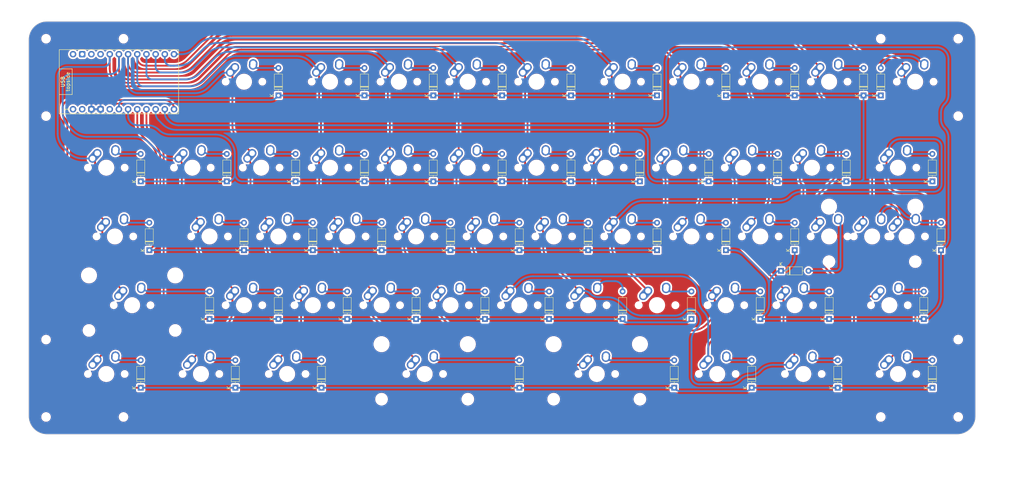
<source format=kicad_pcb>
(kicad_pcb (version 20221018) (generator pcbnew)
  (layers (0 "F.Cu" signal) (31 "B.Cu" signal) (34 "B.Paste" user) (35 "F.Paste" user) (36 "B.SilkS" user "B.Silkscreen") (37 "F.SilkS" user "F.Silkscreen") (38 "B.Mask" user) (39 "F.Mask" user) (44 "Edge.Cuts" user))
  (net 0 "")
  (net 1 "ROW0")
  (net 2 "Net-(D1-A)")
  (net 3 "COL0")
  (net 9 "Net-(D2-A)")
  (net 10 "COL1")
  (net 11 "Net-(D3-A)")
  (net 12 "Net-(D4-A)")
  (net 13 "Net-(D5-A)")
  (net 14 "Net-(D6-A)")
  (net 15 "ROW4")
  (net 16 "Net-(D7-A)")
  (net 17 "Net-(D8-A)")
  (net 18 "Net-(D9-A)")
  (net 19 "Net-(D10-A)")
  (net 20 "COL2")
  (net 21 "COL3")
  (net 22 "COL4")
  (net 23 "COL5")
  (net 24 "COL6")
  (net 25 "COL7")
  (net 26 "GND")
  (net 28 "ROW1")
  (net 29 "ROW2")
  (net 30 "ROW3")
  (net 31 "ROW5")
  (net 32 "ROW6")
  (net 33 "+5V")
  (net 34 "Net-(D11-A)")
  (net 35 "Net-(D12-A)")
  (net 36 "Net-(D13-A)")
  (net 37 "Net-(D14-A)")
  (net 38 "Net-(D15-A)")
  (net 39 "Net-(D16-A)")
  (net 40 "Net-(D17-A)")
  (net 41 "Net-(D18-A)")
  (net 42 "Net-(D19-A)")
  (net 43 "Net-(D20-A)")
  (net 44 "Net-(D21-A)")
  (net 45 "Net-(D22-A)")
  (net 46 "Net-(D23-A)")
  (net 47 "Net-(D24-A)")
  (net 48 "Net-(D25-A)")
  (net 49 "Net-(D26-A)")
  (net 50 "Net-(D27-A)")
  (net 51 "Net-(D28-A)")
  (net 52 "Net-(D29-A)")
  (net 53 "Net-(D30-A)")
  (net 54 "Net-(D31-A)")
  (net 55 "Net-(D32-A)")
  (net 56 "Net-(D33-A)")
  (net 57 "Net-(D34-A)")
  (net 58 "Net-(D35-A)")
  (net 59 "Net-(D36-A)")
  (net 60 "Net-(D37-A)")
  (net 61 "Net-(D38-A)")
  (net 62 "Net-(D39-A)")
  (net 63 "Net-(D40-A)")
  (net 64 "Net-(D41-A)")
  (net 65 "Net-(D42-A)")
  (net 66 "Net-(D43-A)")
  (net 67 "Net-(D44-A)")
  (net 68 "Net-(D45-A)")
  (net 69 "Net-(D46-A)")
  (net 70 "Net-(D47-A)")
  (net 71 "Net-(D48-A)")
  (net 72 "Net-(D49-A)")
  (net 73 "Net-(D50-A)")
  (net 74 "Net-(D51-A)")
  (net 75 "Net-(D52-A)")
  (net 76 "Net-(D53-A)")
  (footprint "Diode_THT:D_DO-35_SOD27_P7.62mm_Horizontal" (layer "F.Cu") (at 147.6375 65.7225 90)
    (fp_text reference "D16" hide)
    (fp_text value "1N4148" hide)
  )
  (footprint "Diode_THT:D_DO-35_SOD27_P7.62mm_Horizontal" (layer "F.Cu") (at 128.5875 65.7225 90)
    (fp_text reference "D15" hide)
    (fp_text value "1N4148" hide)
  )
  (footprint "Diode_THT:D_DO-35_SOD27_P7.62mm_Horizontal" (layer "F.Cu") (at 185.7375 65.7225 90)
    (fp_text reference "D18" hide)
    (fp_text value "1N4148" hide)
  )
  (footprint "Diode_THT:D_DO-35_SOD27_P7.62mm_Horizontal" (layer "F.Cu") (at 128.5875 41.91 90)
    (fp_text reference "D3" hide)
    (fp_text value "1N4148" hide)
  )
  (footprint "Diode_THT:D_DO-35_SOD27_P7.62mm_Horizontal" (layer "F.Cu") (at 166.6875 65.7225 90)
    (fp_text reference "D17" hide)
    (fp_text value "1N4148" hide)
  )
  (footprint "MX_Alps_Hybrid:MX-Alps-Hybrid-1U" (layer "F.Cu") (at 114.3 100.0125)
    (fp_text reference "MX38")
    (fp_text value "MX" hide)
  )
  (footprint "Diode_THT:D_DO-35_SOD27_P7.62mm_Horizontal" (layer "F.Cu") (at 47.625 122.8725 90)
    (fp_text reference "D46" hide)
    (fp_text value "1N4148" hide)
  )
  (footprint "MX_Alps_Hybrid:MX-Alps-Hybrid-1U" (layer "F.Cu") (at 238.125 80.9625)
    (fp_text reference "MX33")
    (fp_text value "MX")
  )
  (footprint "MX_Alps_Hybrid:MX-Alps-Hybrid-1U" (layer "F.Cu") (at 152.4 100.0125)
    (fp_text reference "MX40")
    (fp_text value "MX" hide)
  )
  (footprint "Diode_THT:D_DO-35_SOD27_P7.62mm_Horizontal" (layer "F.Cu") (at 209.55 41.91 90)
    (fp_text reference "D7" hide)
    (fp_text value "1N4148" hide)
  )
  (footprint "Diode_THT:D_DO-35_SOD27_P7.62mm_Horizontal" (layer "F.Cu") (at 190.5 84.7725 90)
    (fp_text reference "D30" hide)
    (fp_text value "1N4148" hide)
  )
  (footprint "Diode_THT:D_DO-35_SOD27_P7.62mm_Horizontal" (layer "F.Cu") (at 180.975 103.8225 90)
    (fp_text reference "D41" hide)
    (fp_text value "1N4148" hide)
  )
  (footprint "Diode_THT:D_DO-35_SOD27_P7.62mm_Horizontal" (layer "F.Cu") (at 166.6875 41.91 90)
    (fp_text reference "D5" hide)
    (fp_text value "1N4148" hide)
  )
  (footprint "Diode_THT:D_DO-35_SOD27_P7.62mm_Horizontal" (layer "F.Cu") (at 95.25 84.7725 90)
    (fp_text reference "D25" hide)
    (fp_text value "1N4148" hide)
  )
  (footprint "Diode_THT:D_DO-35_SOD27_P7.62mm_Horizontal" (layer "F.Cu") (at 85.725 41.91 90)
    (fp_text reference "D1" hide)
    (fp_text value "1N4148" hide)
  )
  (footprint "Diode_THT:D_DO-35_SOD27_P7.62mm_Horizontal" (layer "F.Cu") (at 240.50625 122.8725 90)
    (fp_text reference "D52" hide)
    (fp_text value "1N4148" hide)
  )
  (footprint "MountingHole:MountingHole_2.2mm_M2" (layer "F.Cu") (at 21.43125 109.5375)
    (fp_text reference "REF**" hide)
    (fp_text value "MountingHole_2.2mm_M2" hide)
  )
  (footprint "Diode_THT:D_DO-35_SOD27_P7.62mm_Horizontal" (layer "F.Cu") (at 264.31875 103.8225 90)
    (fp_text reference "D45" hide)
    (fp_text value "1N4148" hide)
  )
  (footprint "MX_Alps_Hybrid:MX-Alps-Hybrid-1U" (layer "F.Cu") (at 161.925 80.9625)
    (fp_text reference "MX29")
    (fp_text value "MX")
  )
  (footprint "MX_Alps_Hybrid:MX-Alps-Hybrid-1U" (layer "F.Cu") (at 238.125 38.1)
    (fp_text reference "MX9")
    (fp_text value "MX" hide)
  )
  (footprint "MX_Alps_Hybrid:MX-Alps-Hybrid-2.75U-ReversedStabilizers" (layer "F.Cu") (at 126.20625 119.0625)
    (fp_text reference "MX49")
    (fp_text value "MX" hide)
  )
  (footprint "Diode_THT:D_DO-35_SOD27_P7.62mm_Horizontal" (layer "F.Cu") (at 133.35 84.7725 90)
    (fp_text reference "D27" hide)
    (fp_text value "1N4148" hide)
  )
  (footprint "Diode_THT:D_DO-35_SOD27_P7.62mm_Horizontal" (layer "F.Cu") (at 73.81875 122.8725 90)
    (fp_text reference "D47" hide)
    (fp_text value "1N4148" hide)
  )
  (footprint "Diode_THT:D_DO-35_SOD27_P7.62mm_Horizontal" (layer "F.Cu") (at 223.8375 65.7225 90)
    (fp_text reference "D20" hide)
    (fp_text value "1N4148" hide)
  )
  (footprint "MX_Alps_Hybrid:MX-Alps-Hybrid-1U" (layer "F.Cu") (at 180.975 80.9625)
    (fp_text reference "MX30")
    (fp_text value "MX" hide)
  )
  (footprint "Diode_THT:D_DO-35_SOD27_P7.62mm_Horizontal" (layer "F.Cu") (at 266.7 122.8725 90)
    (fp_text reference "D53" hide)
    (fp_text value "1N4148" hide)
  )
  (footprint "MountingHole:MountingHole_2.2mm_M2" (layer "F.Cu") (at 252.4125 26.19375)
    (fp_text reference "REF**" hide)
    (fp_text value "MountingHole_2.2mm_M2" hide)
  )
  (footprint "Diode_THT:D_DO-35_SOD27_P7.62mm_Horizontal" (layer "F.Cu") (at 114.3 84.7725 90)
    (fp_text reference "D26" hide)
    (fp_text value "1N4148" hide)
  )
  (footprint "Diode_THT:D_DO-35_SOD27_P7.62mm_Horizontal" (layer "F.Cu") (at 224.79 90.4875)
    (fp_text reference "D33" hide)
    (fp_text value "1N4148" hide)
  )
  (footprint "Diode_THT:D_DO-35_SOD27_P7.62mm_Horizontal" (layer "F.Cu") (at 195.2625 122.8725 90)
    (fp_text reference "D50" hide)
    (fp_text value "1N4148" hide)
  )
  (footprint "MX_Alps_Hybrid:MX-Alps-Hybrid-1U" (layer "F.Cu") (at 180.975 38.1)
    (fp_text reference "MX6")
    (fp_text value "MX" hide)
  )
  (footprint "MX_Alps_Hybrid:MX-Alps-Hybrid-1.25U" (layer "F.Cu") (at 230.98125 119.0625)
    (fp_text reference "MX52")
    (fp_text value "MX" hide)
  )
  (footprint "MX_Alps_Hybrid:MX-Alps-Hybrid-1U" (layer "F.Cu") (at 123.825 80.9625)
    (fp_text reference "MX27")
    (fp_text value "MX" hide)
  )
  (footprint "MountingHole:MountingHole_2.2mm_M2" (layer "F.Cu") (at 42.8625 26.19375)
    (fp_text reference "REF**" hide)
    (fp_text value "MountingHole_2.2mm_M2" hide)
  )
  (footprint "MX_Alps_Hybrid:MX-Alps-Hybrid-1U" (layer "F.Cu") (at 261.9375 38.1)
    (fp_text reference "MX10")
    (fp_text value "MX" hide)
  )
  (footprint "Diode_THT:D_DO-35_SOD27_P7.62mm_Horizontal" (layer "F.Cu") (at 123.825 103.8225 90)
    (fp_text reference "D38" hide)
    (fp_text value "1N4148" hide)
  )
  (footprint "Diode_THT:D_DO-35_SOD27_P7.62mm_Horizontal" (layer "F.Cu") (at 50.00625 84.7725 90)
    (fp_text reference "D23" hide)
    (fp_text value "1N4148" hide)
  )
  (footprint "Diode_THT:D_DO-35_SOD27_P7.62mm_Horizontal" (layer "F.Cu") (at 47.625 65.7225 90)
    (fp_text reference "D11" hide)
    (fp_text value "1N4148" hide)
  )
  (footprint "MX_Alps_Hybrid:MX-Alps-Hybrid-1U" (layer "F.Cu") (at 200.025 80.9625)
    (fp_text reference "MX31")
    (fp_text value "MX" hide)
  )
  (footprint "Diode_THT:D_DO-35_SOD27_P7.62mm_Horizontal" (layer "F.Cu") (at 66.675 103.8225 90)
    (fp_text reference "D35" hide)
    (fp_text value "1N4148" hide)
  )
  (footprint "MountingHole:MountingHole_2.2mm_M2" (layer "F.Cu") (at 273.84375 26.19375)
    (fp_text reference "REF**" hide)
    (fp_text value "MountingHole_2.2mm_M2" hide)
  )
  (footprint "MX_Alps_Hybrid:MX-Alps-Hybrid-1U" (layer "F.Cu") (at 95.25 100.0125)
    (fp_text reference "MX37")
    (fp_text value "MX" hide)
  )
  (footprint "Diode_THT:D_DO-35_SOD27_P7.62mm_Horizontal" (layer "F.Cu") (at 97.63125 122.8725 90)
    (fp_text reference "D48" hide)
    (fp_text value "1N4148" hide)
  )
  (footprint "Diode_THT:D_DO-35_SOD27_P7.62mm_Horizontal" (layer "F.Cu") (at 90.4875 65.7225 90)
    (fp_text reference "D13" hide)
    (fp_text value "1N4148" hide)
  )
  (footprint "Diode_THT:D_DO-35_SOD27_P7.62mm_Horizontal" (layer "F.Cu") (at 104.775 103.8225 90)
    (fp_text reference "D37" hide)
    (fp_text value "1N4148" hide)
  )
  (footprint "Diode_THT:D_DO-35_SOD27_P7.62mm_Horizontal" (layer "F.Cu") (at 200.025 103.8225 90)
    (fp_text reference "D42" hide)
    (fp_text value "1N4148" hide)
  )
  (footprint "MX_Alps_Hybrid:MX-Alps-Hybrid-1U" (layer "F.Cu") (at 190.5 100.0125)
    (fp_text reference "MX42")
    (fp_text value "MX" hide)
  )
  (footprint "MX_Alps_Hybrid:MX-Alps-Hybrid-1U" (layer "F.Cu") (at 157.1625 38.1)
    (fp_text reference "MX5")
    (fp_text value "MX" hide)
  )
  (footprint "Diode_THT:D_DO-35_SOD27_P7.62mm_Horizontal" (layer "F.Cu") (at 142.875 103.8225 90)
    (fp_text reference "D39" hide)
    (fp_text value "1N4148" hide)
  )
  (footprint "MX_Alps_Hybrid:MX-Alps-Hybrid-1U" (layer "F.Cu") (at 138.1125 61.9125)
    (fp_text reference "MX16")
    (fp_text value "MX" hide)
  )
  (footprint "MX_Alps_Hybrid:MX-Alps-Hybrid-1U" (layer "F.Cu") (at 133.35 100.0125)
    (fp_text reference "MX39")
    (fp_text value "MX" hide)
  )
  (footprint "Diode_THT:D_DO-35_SOD27_P7.62mm_Horizontal" (layer "F.Cu") (at 266.7 65.7225 90)
    (fp_text reference "D22" hide)
    (fp_text value "1N4148" hide)
  )
  (footprint "Diode_THT:D_DO-35_SOD27_P7.62mm_Horizontal" (layer "F.Cu") (at 238.125 103.8225 90)
    (fp_text reference "D44" hide)
    (fp_text value "1N4148" hide)
  )
  (footprint "Diode_THT:D_DO-35_SOD27_P7.62mm_Horizontal" (layer "F.Cu") (at 209.55 84.7725 90)
    (fp_text reference "D31" hide)
    (fp_text value "1N4148" hide)
  )
  (footprint "Diode_THT:D_DO-35_SOD27_P7.62mm_Horizontal" (layer "F.Cu") (at 242.8875 65.7225 90)
    (fp_text reference "D21" hide)
    (fp_text value "1N4148" hide)
  )
  (footprint "Diode_THT:D_DO-35_SOD27_P7.62mm_Horizontal" (layer "F.Cu") (at 171.45 84.7725 90)
    (fp_text reference "D29" hide)
    (fp_text value "1N4148" hide)
  )
  (footprint "MountingHole:MountingHole_2.2mm_M2" (layer "F.Cu") (at 273.84375 130.96875)
    (fp_text reference "REF**" hide)
    (fp_text value "MountingHole_2.2mm_M2" hide)
  )
  (footprint "MX_Alps_Hybrid:MX-Alps-Hybrid-1.25U" (layer "F.Cu") (at 207.16875 119.0625)
    (fp_text reference "MX51")
    (fp_text value "MX" hide)
  )
  (footprint "MountingHole:MountingHole_2.2mm_M2" (layer "F.Cu") (at 273.84375 47.625)
    (fp_text reference "REF**" hide)
    (fp_text value "MountingHole_2.2mm_M2" hide)
  )
  (footprint "Diode_THT:D_DO-35_SOD27_P7.62mm_Horizontal" (layer "F.Cu") (at 252.4125 41.91 90)
    (fp_text reference "D10" hide)
    (fp_text value "1N4148" hide)
  )
  (footprint "MX_Alps_Hybrid:MX-Alps-Hybrid-1.5U" (layer "F.Cu") (at 257.175 61.9125)
    (fp_text reference "MX22")
    (fp_text value "MX" hide)
  )
  (footprint "MX_Alps_Hybrid:MX-Alps-Hybrid-1U" (layer "F.Cu") (at 219.075 38.1)
    (fp_text reference "MX8")
    (fp_text value "MX" hide)
  )
  (footprint "Diode_THT:D_DO-35_SOD27_P7.62mm_Horizontal" (layer "F.Cu") (at 109.5375 65.7225 90)
    (fp_text reference "D14" hide)
    (fp_text value "1N4148" hide)
  )
  (footprint "MX_Alps_Hybrid:MX-Alps-Hybrid-1U" (layer "F.Cu") (at 142.875 80.9625)
    (fp_text reference "MX28")
    (fp_text value "MX")
  )
  (footprint "Diode_THT:D_DO-35_SOD27_P7.62mm_Horizontal" (layer "F.Cu") (at 152.4 122.8725 90)
    (fp_text reference "D49" hide)
    (fp_text value "1N4148" hide)
  )
  (footprint "Diode_THT:D_DO-35_SOD27_P7.62mm_Horizontal" (layer "F.Cu") (at 71.4375 65.7225 90)
    (fp_text reference "D12" hide)
    (fp_text value "1N4148" hide)
  )
  (footprint "MX_Alps_Hybrid:MX-Alps-Hybrid-1.25U" (layer "F.Cu") (at 64.29375 119.0625)
    (fp_text reference "MX47")
    (fp_text value "MX" hide)
  )
  (footprint "MX_Alps_Hybrid:MX-Alps-Hybrid-1U" (layer "F.Cu") (at 219.075 80.9625)
    (fp_text reference "MX32")
    (fp_text value "MX" hide)
  )
  (footprint "Diode_THT:D_DO-35_SOD27_P7.62mm_Horizontal" (layer "F.Cu") (at 228.6 41.91 90)
    (fp_text reference "D8" hide)
    (fp_text value "1N4148" hide)
  )
  (footprint "Diode_THT:D_DO-35_SOD27_P7.62mm_Horizontal" (layer "F.Cu") (at 85.725 103.8225 90)
    (fp_text reference "D36" hide)
    (fp_text value "1N4148" hide)
  )
  (footprint "MX_Alps_Hybrid:MX-Alps-Hybrid-1U" (layer "F.Cu") (at 233.3625 61.9125)
    (fp_text reference "MX21")
    (fp_text value "MX" hide)
  )
  (footprint "MX_Alps_Hybrid:MX-Alps-Hybrid-1.75U" (layer "F.Cu") (at 254.79375 100.0125)
    (fp_text reference "MX45")
    (fp_text value "MX" hide)
  )
  (footprint "MX_Alps_Hybrid:MX-Alps-Hybrid-1U" (layer "F.Cu") (at 61.9125 61.9125)
    (fp_text reference "MX12")
    (fp_text value "MX" hide)
  )
  (footprint "MX_Alps_Hybrid:MX-Alps-Hybrid-1U" (layer "F.Cu") (at 66.675 80.9625)
    (fp_text reference "MX24")
    (fp_text value "MX")
  )
  (footprint "Diode_THT:D_DO-35_SOD27_P7.62mm_Horizontal" (layer "F.Cu") (at 269.08125 84.7725 90)
    (fp_text reference "D34" hide)
    (fp_text value "1N4148" hide)
  )
  (footprint "Diode_THT:D_DO-35_SOD27_P7.62mm_Horizontal" (layer "F.Cu") (at 247.65 41.91 90)
    (fp_text reference "D9" hide)
    (fp_text value "1N4148" hide)
  )
  (footprint "Diode_THT:D_DO-35_SOD27_P7.62mm_Horizontal" (layer "F.Cu") (at 190.5 41.91 90)
    (fp_text reference "D6" hide)
    (fp_text value "1N4148" hide)
  )
  (footprint "MX_Alps_Hybrid:MX-Alps-Hybrid-2.25U-ReversedStabilizers" (layer "F.Cu") (at 45.24375 100.0125)
    (fp_text reference "MX35")
    (fp_text value "MX" hide)
  )
  (footprint "MX_Alps_Hybrid:MX-Alps-Hybrid-1U" (layer "F.Cu") (at 195.2625 61.9125)
    (fp_text reference "MX19")
    (fp_text value "MX" hide)
  )
  (footprint "MX_Alps_Hybrid:MX-Alps-Hybrid-2.25U-ReversedStabilizers" (layer "F.Cu") (at 173.83125 119.0625)
    (fp_text reference "MX50")
    (fp_text value "MX" hide)
  )
  (footprint "MountingHole:MountingHole_2.2mm_M2" (layer "F.Cu") (at 42.8625 130.96875)
    (fp_text reference "REF**" hide)
    (fp_text value "MountingHole_2.2mm_M2" hide)
  )
  (footprint "MX_Alps_Hybrid:MX-Alps-Hybrid-1U" (layer "F.Cu") (at 157.1625 61.9125)
    (fp_text reference "MX17")
    (fp_text value "MX" hide)
  )
  (footprint "MX_Alps_Hybrid:MX-Alps-Hybrid-1U" (layer "F.Cu") (at 100.0125 61.9125)
    (fp_text reference "MX14")
    (fp_text value "MX" hide)
  )
  (footprint "Diode_THT:D_DO-35_SOD27_P7.62mm_Horizontal" (layer "F.Cu") (at 216.69375 122.8725 90)
    (fp_text reference "D51" hide)
    (fp_text value "1N4148" hide)
  )
  (footprint "MountingHole:MountingHole_2.2mm_M2" (layer "F.Cu") (at 21.43125 130.96875)
    (fp_text reference "REF**" hide)
    (fp_text value "MountingHole_2.2mm_M2" hide)
  )
  (footprint "MX_Alps_Hybrid:MX-Alps-Hybrid-1U" (layer "F.Cu") (at 104.775 80.9625)
    (fp_text reference "MX26")
    (fp_text value "MX" hide)
  )
  (footprint "MX_Alps_Hybrid:MX-Alps-Hybrid-1U" (layer "F.Cu") (at 176.2125 61.9125)
    (fp_text reference "MX18")
    (fp_text value "MX" hide)
  )
  (footprint "MX_Alps_Hybrid:MX-Alps-Hybrid-1U" (layer "F.Cu") (at 119.0625 38.1)
    (fp_text reference "MX3")
    (fp_text value "MX" hide)
  )
  (footprint "MX_Alps_Hybrid:MX-Alps-Hybrid-2.25U-ReversedStabilizers" (layer "F.Cu") (at 250.03125 80.9625)
    (fp_text reference "MX34-1")
    (fp_text value "MX")
  )
  (footprint "MX_Alps_Hybrid:MX-Alps-Hybrid-1U" (layer "F.Cu") (at 214.3125 61.9125)
    (fp_text reference "MX20")
    (fp_text value "MX" hide)
  )
  (footprint "MX_Alps_Hybrid:MX-Alps-Hybrid-1.25U" (layer "F.Cu") (at 259.55625 80.9625)
    (fp_text reference "MX34")
    (fp_text value "MX" hide)
  )
  (footprint "MX_Alps_Hybrid:MX-Alps-Hybrid-1U" (layer "F.Cu") (at 100.0125 38.1)
    (fp_text reference "MX2")
    (fp_text value "MX" hide)
  )
  (footprint "Diode_THT:D_DO-35_SOD27_P7.62mm_Horizontal" (layer "F.Cu") (at 204.7875 65.7225 90)
    (fp_text reference "D19" hide)
    (fp_text value "1N4148" hide)
  )
  (footprint "MX_Alps_Hybrid:MX-Alps-Hybrid-1U" (layer "F.Cu") (at 76.2 38.1)
    (fp_text reference "MX1")
    (fp_text value "MX" hide)
  )
  (footprint "Diode_THT:D_DO-35_SOD27_P7.62mm_Horizontal" (layer "F.Cu") (at 228.6 84.7725 90)
    (fp_text reference "D32" hide)
    (fp_text value "1N4148" hide)
  )
  (footprint "Diode_THT:D_DO-35_SOD27_P7.62mm_Horizontal" (layer "F.Cu") (at 76.2 84.7725 90)
    (fp_text reference "D24" hide)
    (fp_text value "1N4148" hide)
  )
  (footprint "MX_Alps_Hybrid:MX-Alps-Hybrid-1.75U" (layer "F.Cu") (at 40.48125 80.9625)
    (fp_text reference "MX23")
    (fp_text value "MX" hide)
  )
  (footprint "MX_Alps_Hybrid:MX-Alps-Hybrid-1U" (layer "F.Cu") (at 200.025 38.1)
    (fp_text reference "MX7")
    (fp_text value "MX" hide)
  )
  (footprint "MX_Alps_Hybrid:MX-Alps-Hybrid-1U" (layer "F.Cu") (at 138.1125 38.1)
    (fp_text reference "MX4")
    (fp_text value "MX" hide)
  )
  (footprint "PCM_marbastlib-xp-promicroish:ProMicro_USBup" (layer "F.Cu") (at 42.8625 38.1 90)
    (fp_text reference "U1" hide)
    (fp_text value "ProMicro" hide)
  )
  (footprint "MX_Alps_Hybrid:MX-Alps-Hybrid-1U" (layer "F.Cu") (at 119.0625 61.9125)
    (fp_text reference "MX15")
    (fp_text value "MX" hide)
  )
  (footprint "MX_Alps_Hybrid:MX-Alps-Hybrid-1U" (layer "F.Cu") (at 80.9625 61.9125)
    (fp_text reference "MX13")
    (fp_text value "MX" hide)
  )
  (footprint "MX_Alps_Hybrid:MX-Alps-Hybrid-1.25U" (layer "F.Cu") (at 88.1475 119.0625)
    (fp_text reference "MX48")
    (fp_text value "MX" hide)
  )
  (footprint "Diode_THT:D_DO-35_SOD27_P7.62mm_Horizontal" (layer "F.Cu") (at 152.4 84.7725 90)
    (fp_text reference "D28" hide)
    (fp_text value "1N4148" hide)
  )
  (footprint "MX_Alps_Hybrid:MX-Alps-Hybrid-1.5U" (layer "F.Cu") (at 257.175 119.0625)
    (fp_text reference "MX53")
    (fp_text value "MX" hide)
  )
  (footprint "MX_Alps_Hybrid:MX-Alps-Hybrid-1.5U" (layer "F.Cu") (at 38.1 119.0625)
    (fp_text reference "MX46")
    (fp_text value "MX" hide)
  )
  (footprint "MX_Alps_Hybrid:MX-Alps-Hybrid-1U" (layer "F.Cu") (at 76.2 100.0125)
    (fp_text reference "MX36")
    (fp_text value "MX" hide)
  )
  (footprint "MountingHole:MountingHole_2.2mm_M2" (layer "F.Cu") (at 21.43125 26.19375)
    (fp_text reference "REF**" hide)
    (fp_text value "MountingHole_2.2mm_M2" hide)
  )
  (footprint "MX_Alps_Hybrid:MX-Alps-Hybrid-1.5U" (layer "F.Cu") (at 38.1 61.9125)
    (fp_text reference "MX11")
    (fp_text value "MX" hide)
  )
  (footprint "MX_Alps_Hybrid:MX-Alps-Hybrid-1U" (layer "F.Cu") (at 171.45 100.0125)
    (fp_text reference "MX41")
    (fp_text value "MX" hide)
  )
  (footprint "Diode_THT:D_DO-35_SOD27_P7.62mm_Horizontal" (layer "F.Cu") (at 219.075 103.8225 90)
    (fp_text reference "D43" hide)
    (fp_text value "1N4148" hide)
  )
  (footprint "MX_Alps_Hybrid:MX-Alps-Hybrid-1U" (layer "F.Cu") (at 228.6 100.0125)
    (fp_text reference "MX44")
    (fp_text value "MX" hide)
  )
  (footprint "MX_Alps_Hybrid:MX-Alps-Hybrid-1U" (layer "F.Cu") (at 209.55 100.0125)
    (fp_text reference "MX43")
    (fp_text value "MX" hide)
  )
  (footprint "MX_Alps_Hybrid:MX-Alps-Hybrid-1U" (layer "F.Cu") (at 85.725 80.9625)
    (fp_text reference "MX25")
    (fp_text value "MX" hide)
  )
  (footprint "MountingHole:MountingHole_2.2mm_M2" (layer "F.Cu") (at 273.84375 109.5375)
    (fp_text reference "REF**" hide)
    (fp_text value "MountingHole_2.2mm_M2" hide)
  )
  (footprint "MountingHole:MountingHole_2.2mm_M2" (layer "F.Cu") (at 21.43125 47.625)
    (fp_text reference "REF**" hide)
    (fp_text value "MountingHole_2.2mm_M2" hide)
  )
  (footprint "Diode_THT:D_DO-35_SOD27_P7.62mm_Horizontal" (layer "F.Cu") (at 147.6375 41.91 90)
    (fp_text reference "D4" hide)
    (fp_text value "1N4148" hide)
  )
  (footprint "Diode_THT:D_DO-35_SOD27_P7.62mm_Horizontal" (layer "F.Cu") (at 109.5375 41.91 90)
    (fp_text reference "D2" hide)
    (fp_text value "1N4148" hide)
  )
  (footprint "Diode_THT:D_DO-35_SOD27_P7.62mm_Horizontal" (layer "F.Cu") (at 160.625 103.8225 90)
    (fp_text reference "D40" hide)
    (fp_text value "1N4148" hide)
  )
  (footprint "MountingHole:MountingHole_2.2mm_M2" (layer "F.Cu") (at 252.4125 130.96875)
    (fp_text reference "REF**" hide)
    (fp_text value "MountingHole_2.2mm_M2" hide)
  )
  (gr_arc (start 278.60625 130.73125) (mid 277.141799 134.266799) (end 273.60625 135.73125) (stroke (width 0.1)) (layer "Edge.Cuts"))
  (gr_arc (start 21.66875 135.73125) (mid 18.133216 134.266784) (end 16.66875 130.73125) (stroke (width 0.1)) (layer "Edge.Cuts"))
  (gr_line (start 21.66875 21.43125) (end 273.60625 21.43125) (stroke (width 0.1)) (layer "Edge.Cuts"))
  (gr_arc (start 16.66875 26.43125) (mid 18.133216 22.895716) (end 21.66875 21.43125) (stroke (width 0.1)) (layer "Edge.Cuts"))
  (gr_line (start 16.66875 130.73125) (end 16.66875 26.43125) (stroke (width 0.1)) (layer "Edge.Cuts"))
  (gr_arc (start 273.60625 21.43125) (mid 277.141799 22.895701) (end 278.60625 26.43125) (stroke (width 0.1)) (layer "Edge.Cuts"))
  (gr_line (start 273.60625 135.73125) (end 21.66875 135.73125) (stroke (width 0.1)) (layer "Edge.Cuts"))
  (gr_line (start 278.60625 26.43125) (end 278.60625 130.73125) (stroke (width 0.1)) (layer "Edge.Cuts"))
  (segment (start 166.6875 41.91) (end 190.5 41.91) (width 0.5) (layer "B.Cu") (net 1))
  (segment (start 128.5875 41.91) (end 109.5375 41.91) (width 0.5) (layer "B.Cu") (net 1))
  (segment (start 41.5925 44.806019) (end 41.5925 45.72) (width 0.5) (layer "B.Cu") (net 1))
  (segment (start 147.6375 41.91) (end 128.5875 41.91) (width 0.5) (layer "B.Cu") (net 1))
  (segment (start 166.6875 41.91) (end 147.6375 41.91) (width 0.5) (layer "B.Cu") (net 1))
  (segment (start 86.174012 41.91) (end 109.5375 41.91) (width 0.5) (layer "B.Cu") (net 1))
  (segment (start 85.09 42.545) (end 85.4075 42.2275) (width 0.5) (layer "B.Cu") (net 1))
  (segment (start 83.556974 43.18) (end 43.218519 43.18) (width 0.5) (layer "B.Cu") (net 1))
  (arc (start 42.06875 43.65625) (mid 42.596268 43.303773) (end 43.218519 43.18) (width 0.5) (layer "B.Cu") (net 1))
  (arc (start 86.174012 41.91) (mid 85.759178 41.992515) (end 85.4075 42.2275) (width 0.5) (layer "B.Cu") (net 1))
  (arc (start 42.06875 43.65625) (mid 41.716273 44.183768) (end 41.5925 44.806019) (width 0.5) (layer "B.Cu") (net 1))
  (arc (start 85.09 42.545) (mid 84.386641 43.014968) (end 83.556974 43.18) (width 0.5) (layer "B.Cu") (net 1))
  (segment (start 79.045 33.945) (end 78.7 33.6) (width 0.5) (layer "B.Cu") (net 2))
  (segment (start 79.877903 34.29) (end 85.725 34.29) (width 0.5) (layer "B.Cu") (net 2))
  (arc (start 79.877903 34.29) (mid 79.427139 34.200337) (end 79.045 33.945) (width 0.5) (layer "B.Cu") (net 2))
  (segment (start 43.930557 39.37) (end 60.798336 39.37) (width 0.5) (layer "F.Cu") (net 3))
  (segment (start 37 89.830192) (end 37 89.839115) (width 0.5) (layer "F.Cu") (net 3))
  (segment (start 37 90.096843) (end 37 90.099468) (width 0.5) (layer "F.Cu") (net 3))
  (segment (start 37 90.129125) (end 37 90.131225) (width 0.5) (layer "F.Cu") (net 3))
  (segment (start 37 89.96509) (end 37 89.967715) (width 0.5) (layer "F.Cu") (net 3))
  (segment (start 200.906207 45.906207) (end 198.593792 43.593792) (width 0.5) (layer "F.Cu") (net 3))
  (segment (start 37 89.967715) (end 37 89.97034) (width 0.5) (layer "F.Cu") (net 3))
  (segment (start 37 90.113378) (end 37 90.116265) (width 0.5) (layer "F.Cu") (net 3))
  (segment (start 37 90.078734) (end 37 90.080833) (width 0.5) (layer "F.Cu") (net 3))
  (segment (start 35 71.873187) (end 35 60.443709) (width 0.5) (layer "F.Cu") (net 3))
  (segment (start 37 89.818381) (end 37 89.820481) (width 0.5) (layer "F.Cu") (net 3))
  (segment (start 37 89.820481) (end 37 89.822581) (width 0.5) (layer "F.Cu") (net 3))
  (segment (start 37 89.619179) (end 37 89.663796) (width 0.5) (layer "F.Cu") (net 3))
  (segment (start 37 89.77009) (end 37 89.780588) (width 0.5) (layer "F.Cu") (net 3))
  (segment (start 37 89.687417) (end 37 89.709201) (width 0.5) (layer "F.Cu") (net 3))
  (segment (start 37 89.126558) (end 37 79.232461) (width 0.5) (layer "F.Cu") (net 3))
  (segment (start 37 89.971915) (end 37 89.97244) (width 0.5) (layer "F.Cu") (net 3))
  (segment (start 37 89.962203) (end 37 89.96509) (width 0.5) (layer "F.Cu") (net 3))
  (segment (start 36.67125 78.546875) (end 36.67125 78.4225) (width 0.5) (layer "F.Cu") (net 3))
  (segment (start 37 89.903416) (end 37 89.911814) (width 0.5) (layer "F.Cu") (net 3))
  (segment (start 37 89.953805) (end 37 89.962203) (width 0.5) (layer "F.Cu") (net 3))
  (segment (start 37 89.988451) (end 37 89.990551) (width 0.5) (layer "F.Cu") (net 3))
  (segment (start 202.5 69.733536) (end 202.5 49.753963) (width 0.5) (layer "F.Cu") (net 3))
  (segment (start 37 90.133587) (end 37 90.134112) (width 0.5) (layer "F.Cu") (net 3))
  (segment (start 37 90.087133) (end 37 90.089233) (width 0.5) (layer "F.Cu") (net 3))
  (segment (start 37 90.085033) (end 37 90.080833) (width 0.5) (layer "F.Cu") (net 3))
  (segment (start 37 89.911814) (end 37 89.920212) (width 0.5) (layer "F.Cu") (net 3))
  (segment (start 34.33125 59.3725) (end 34.29 59.3725) (width 0.5) (layer "F.Cu") (net 3))
  (segment (start 37 89.803684) (end 37 89.814182) (width 0.5) (layer "F.Cu") (net 3))
  (segment (start 37 89.686367) (end 37 89.686892) (width 0.5) (layer "F.Cu") (net 3))
  (segment (start 190.387416 29.21638) (end 75.459883 29.21638) (width 0.5) (layer "F.Cu") (net 3))
  (segment (start 37 89.903416) (end 37 89.901317) (width 0.5) (layer "F.Cu") (net 3))
  (segment (start 37 90.089233) (end 37 90.091333) (width 0.5) (layer "F.Cu") (net 3))
  (segment (start 37 90.056426) (end 37 90.056951) (width 0.5) (layer "F.Cu") (net 3))
  (segment (start 37 90.076635) (end 37 90.078734) (width 0.5) (layer "F.Cu") (net 3))
  (segment (start 37 90.123087) (end 37 90.121513) (width 0.5) (layer "F.Cu") (net 3))
  (segment (start 37 90.061938) (end 37 90.056951) (width 0.5) (layer "F.Cu") (net 3))
  (segment (start 36.759196 78.759196) (end 36.835625 78.835625) (width 0.5) (layer "F.Cu") (net 3))
  (segment (start 37 89.97244) (end 37 89.972965) (width 0.5) (layer "F.Cu") (net 3))
  (segment (start 37 89.814182) (end 37 89.818381) (width 0.5) (layer "F.Cu") (net 3))
  (segment (start 37 90.116265) (end 37 90.118889) (width 0.5) (layer "F.Cu") (net 3))
  (segment (start 37 89.574562) (end 37 89.529683) (width 0.5) (layer "F.Cu") (net 3))
  (segment (start 37 89.780588) (end 37 89.791086) (width 0.5) (layer "F.Cu") (net 3))
  (segment (start 37 89.869821) (end 37 89.886618) (width 0.5) (layer "F.Cu") (net 3))
  (segment (start 37 89.937009) (end 37 89.945407) (width 0.5) (layer "F.Cu") (net 3))
  (segment (start 37 89.975853) (end 37 89.977953) (width 0.5) (layer "F.Cu") (net 3))
  (segment (start 37 90.134375) (end 37 90.134112) (width 0.5) (layer "F.Cu") (net 3))
  (segment (start 37 89.844627) (end 37 89.864573) (width 0.5) (layer "F.Cu") (net 3))
  (segment (start 37 90.118889) (end 37 90.121513) (width 0.5) (layer "F.Cu") (net 3))
  (segment (start 37 90.010759) (end 37 90.011284) (width 0.5) (layer "F.Cu") (net 3))
  (segment (start 37 90.123612) (end 37 90.124137) (width 0.5) (layer "F.Cu") (net 3))
  (segment (start 39.0525 34.491942) (end 39.0525 30.48) (width 0.5) (layer "F.Cu") (net 3))
  (segment (start 37 89.886618) (end 37 89.892917) (width 0.5) (layer "F.Cu") (net 3))
  (segment (start 37 112.67255) (end 37 90.134375) (width 0.5) (layer "F.Cu") (net 3))
  (segment (start 37.095017 90.363767) (end 42.74375 96.0125) (width 0.5) (layer "F.Cu") (net 3))
  (segment (start 36.3 114.3625) (end 35.6 115.0625) (width 0.5) (layer "F.Cu") (net 3))
  (segment (start 37 90.127025) (end 37 90.129125) (width 0.5) (layer "F.Cu") (net 3))
  (segment (start 37 90.132012) (end 37 90.132537) (width 0.5) (layer "F.Cu") (net 3))
  (segment (start 36.490625 75.471875) (end 37.98125 76.9625) (width 0.5) (layer "F.Cu") (net 3))
  (segment (start 37 89.920212) (end 37 89.92861) (width 0.5) (layer "F.Cu") (net 3))
  (segment (start 64.646092 37.776207) (end 71.612127 30.810172) (width 0.5) (layer "F.Cu") (net 3))
  (segment (start 37 90.010234) (end 37 90.010759) (width 0.5) (layer "F.Cu") (net 3))
  (segment (start 37 89.897117) (end 37 89.901317) (width 0.5) (layer "F.Cu") (net 3))
  (segment (start 37 90.132537) (end 37 90.133062) (width 0.5) (layer "F.Cu") (net 3))
  (segment (start 37 90.05039) (end 37 90.055901) (width 0.5) (layer "F.Cu") (net 3))
  (segment (start 37 89.92861) (end 37 89.937009) (width 0.5) (layer "F.Cu") (net 3))
  (segment (start 37 90.10498) (end 37 90.113378) (width 0.5) (layer "F.Cu") (net 3))
  (segment (start 37 89.686892) (end 37 89.687417) (width 0.5) (layer "F.Cu") (net 3))
  (segment (start 37 89.709201) (end 37 89.753293) (width 0.5) (layer "F.Cu") (net 3))
  (segment (start 37 90.124925) (end 37 90.127025) (width 0.5) (layer "F.Cu") (net 3))
  (segment (start 196.6075 35.9525) (end 196.215 35.56) (width 0.5) (layer "F.Cu") (net 3))
  (segment (start 37 90.133062) (end 37 90.133587) (width 0.5) (layer "F.Cu") (net 3))
  (segment (start 37 90.011284) (end 37 90.016796) (width 0.5) (layer "F.Cu") (net 3))
  (segment (start 37 89.839115) (end 37 89.844627) (width 0.5) (layer "F.Cu") (net 3))
  (segment (start 37 90.028344) (end 37 90.038842) (width 0.5) (layer "F.Cu") (net 3))
  (segment (start 37 90.061938) (end 37 90.072436) (width 0.5) (layer "F.Cu") (net 3))
  (segment (start 37 90.010234) (end 37 90.005248) (width 0.5) (layer "F.Cu") (net 3))
  (segment (start 37 89.973753) (end 37 89.975853) (width 0.5) (layer "F.Cu") (net 3))
  (segment (start 37 89.824681) (end 37 89.826781) (width 0.5) (layer "F.Cu") (net 3))
  (segment (start 37 90.091333) (end 37 90.093433) (width 0.5) (layer "F.Cu") (net 3))
  (segment (start 37 89.126558) (end 37 89.260933) (width 0.5) (layer "F.Cu") (net 3))
  (segment (start 37 90.085033) (end 37 90.087133) (width 0.5) (layer "F.Cu") (net 3))
  (segment (start 37 90.123087) (end 37 90.123612) (width 0.5) (layer "F.Cu") (net 3))
  (segment (start 37 89.990551) (end 37 89.99475) (width 0.5) (layer "F.Cu") (net 3))
  (segment (start 37 89.99475) (end 37 90.005248) (width 0.5) (layer "F.Cu") (net 3))
  (segment (start 37 90.10498) (end 37 90.102093) (width 0.5) (layer "F.Cu") (net 3))
  (segment (start 37 90.099468) (end 37 90.102093) (width 0.5) (layer "F.Cu") (net 3))
  (segment (start 37 89.980052) (end 37 89.982151) (width 0.5) (layer "F.Cu") (net 3))
  (segment (start 37 90.094221) (end 37 90.093433) (width 0.5) (layer "F.Cu") (net 3))
  (segment (start 37 89.97034) (end 37 89.971915) (width 0.5) (layer "F.Cu") (net 3))
  (segment (start 37 89.977953) (end 37 89.980052) (width 0.5) (layer "F.Cu") (net 3))
  (segment (start 37 89.972965) (end 37 89.973753) (width 0.5) (layer "F.Cu") (net 3))
  (segment (start 34.68625 59.68625) (end 34.401668 59.401668) (width 0.5) (layer "F.Cu") (net 3))
  (segment (start 37 89.260933) (end 37 89.395308) (width 0.5) (layer "F.Cu") (net 3))
  (segment (start 37 90.016796) (end 37 90.028344) (width 0.5) (layer "F.Cu") (net 3))
  (segment (start 194.235172 30.810172) (end 197.525 34.1) (width 0.5) (layer "F.Cu") (net 3))
  (segment (start 37 89.753293) (end 37 89.77009) (width 0.5) (layer "F.Cu") (net 3))
  (segment (start 37 89.791086) (end 37 89.803684) (width 0.5) (layer "F.Cu") (net 3))
  (segment (start 37 90.055901) (end 37 90.056426) (width 0.5) (layer "F.Cu") (net 3))
  (segment (start 37 89.395308) (end 37 89.529683) (width 0.5) (layer "F.Cu") (net 3))
  (segment (start 37 90.124137) (end 37 90.124925) (width 0.5) (layer "F.Cu") (net 3))
  (segment (start 37 89.822581) (end 37 89.824681) (width 0.5) (layer "F.Cu") (net 3))
  (segment (start 37 89.686367) (end 37 89.663796) (width 0.5) (layer "F.Cu") (net 3))
  (segment (start 37 89.945407) (end 37 89.953805) (width 0.5) (layer "F.Cu") (net 3))
  (segment (start 37 90.076635) (end 37 90.072436) (width 0.5) (layer "F.Cu") (net 3))
  (segment (start 37 90.094221) (end 37 90.094745) (width 0.5) (layer "F.Cu") (net 3))
  (segment (start 37 89.986351) (end 37 89.988451) (width 0.5) (layer "F.Cu") (net 3))
  (segment (start 37 90.094745) (end 37 90.095269) (width 0.5) (layer "F.Cu") (net 3))
  (segment (start 37 90.132012) (end 37 90.131225) (width 0.5) (layer "F.Cu") (net 3))
  (segment (start 37 90.038842) (end 37 90.05039) (width 0.5) (layer "F.Cu") (net 3))
  (segment (start 37 89.574562) (end 37 89.619179) (width 0.5) (layer "F.Cu") (net 3))
  (segment (start 37 89.892917) (end 37 89.897117) (width 0.5) (layer "F.Cu") (net 3))
  (segment (start 37 89.869821) (end 37 89.864573) (width 0.5) (layer "F.Cu") (net 3))
  (segment (start 37 89.986351) (end 37 89.982151) (width 0.5) (layer "F.Cu") (net 3))
  (segment (start 37 89.830192) (end 37 89.826781) (width 0.5) (layer "F.Cu") (net 3))
  (segment (start 197 36.900078) (end 197 39.746036) (width 0.5) (layer "F.Cu") (net 3))
  (segment (start 37 90.096843) (end 37 90.095269) (width 0.5) (layer "F.Cu") (net 3))
  (segment (start 200.906207 73.581292) (end 197.525 76.9625) (width 0.5) (layer "F.Cu") (net 3))
  (arc (start 36.835625 78.835625) (mid 36.95728 79.017694) (end 37 79.232461) (width 0.5) (layer "F.Cu") (net 3))
  (arc (start 194.235172 30.810172) (mid 192.469806 29.630593) (end 190.387416 29.21638) (width 0.5) (layer "F.Cu") (net 3))
  (arc (start 198.593792 43.593792) (mid 197.414213 41.828426) (end 197 39.746036) (width 0.5) (layer "F.Cu") (net 3))
  (arc (start 36.759196 78.759196) (mid 36.694106 78.661782) (end 36.67125 78.546875) (width 0.5) (layer "F.Cu") (net 3))
  (arc (start 37.095017 90.363767) (mid 37.024694 90.258521) (end 37 90.134375) (width 0.5) (layer "F.Cu") (net 3))
  (arc (start 71.612127 30.810172) (mid 73.377492 29.630593) (end 75.459883 29.21638) (width 0.5) (layer "F.Cu") (net 3))
  (arc (start 34.68625 59.68625) (mid 34.918459 60.033775) (end 35 60.443709) (width 0.5) (layer "F.Cu") (net 3))
  (arc (start 37 112.67255) (mid 36.818075 113.587144) (end 36.3 114.3625) (width 0.5) (layer "F.Cu") (net 3))
  (arc (start 64.646092 37.776207) (mid 62.880726 38.955786) (end 60.798336 39.37) (width 0.5) (layer "F.Cu") (net 3))
  (arc (start 40.48125 37.94125) (mid 42.063805 38.998679) (end 43.930557 39.37) (width 0.5) (layer "F.Cu") (net 3))
  (arc (start 39.0525 34.491942) (mid 39.42382 36.358694) (end 40.48125 37.94125) (width 0.5) (layer "F.Cu") (net 3))
  (arc (start 35 71.873187) (mid 35.3874 73.820783) (end 36.490625 75.471875) (width 0.5) (layer "F.Cu") (net 3))
  (arc (start 200.906207 45.906207) (mid 202.085786 47.671572) (end 202.5 49.753963) (width 0.5) (layer "F.Cu") (net 3))
  (arc (start 202.5 69.733536) (mid 202.085786 71.815926) (end 200.906207 73.581292) (width 0.5) (layer "F.Cu") (net 3))
  (arc (start 34.33125 59.3725) (mid 34.369359 59.38008) (end 34.401668 59.401668) (width 0.5) (layer "F.Cu") (net 3))
  (arc (start 197 36.900078) (mid 196.897992 36.387252) (end 196.6075 35.9525) (width 0.5) (layer "F.Cu") (net 3))
  (segment (start 24.6525 36.663086) (end 24.6525 52.468536) (width 0.5) (layer "B.Cu") (net 3))
  (segment (start 39.0525 32.20327) (end 39.0525 30.48) (width 0.5) (layer "B.Cu") (net 3))
  (segment (start 31.556463 59.3725) (end 34.29 59.3725) (width 0.5) (layer "B.Cu") (net 3))
  (segment (start 37.25577 34) (end 27.315586 34) (width 0.5) (layer "B.Cu") (net 3))
  (segment (start 27.708707 57.778707) (end 26.246292 56.316292) (width 0.5) (layer "B.Cu") (net 3))
  (arc (start 25.4325 34.78) (mid 26.296467 34.202715) (end 27.315586 34) (width 0.5) (layer "B.Cu") (net 3))
  (arc (start 37.25577 34) (mid 37.943348 33.863232) (end 38.52625 33.47375) (width 0.5) (layer "B.Cu") (net 3))
  (arc (start 39.0525 32.20327) (mid 38.915732 32.890848) (end 38.52625 33.47375) (width 0.5) (layer "B.Cu") (net 3))
  (arc (start 25.4325 34.78) (mid 24.855215 35.643967) (end 24.6525 36.663086) (width 0.5) (layer "B.Cu") (net 3))
  (arc (start 26.246292 56.316292) (mid 25.066713 54.550926) (end 24.6525 52.468536) (width 0.5) (layer "B.Cu") (net 3))
  (arc (start 27.708707 57.778707) (mid 29.474072 58.958286) (end 31.556463 59.3725) (width 0.5) (layer "B.Cu") (net 3))
  (segment (start 102.8575 33.945) (end 102.5125 33.6) (width 0.5) (layer "B.Cu") (net 9))
  (segment (start 103.690403 34.29) (end 109.5375 34.29) (width 0.5) (layer "B.Cu") (net 9))
  (arc (start 103.690403 34.29) (mid 103.239639 34.200337) (end 102.8575 33.945) (width 0.5) (layer "B.Cu") (net 9))
  (segment (start 41.5925 34.754967) (end 41.5925 30.48) (width 0.5) (layer "F.Cu") (net 10))
  (segment (start 63.5 79.506512) (end 63.5 83.558536) (width 0.5) (layer "F.Cu") (net 10))
  (segment (start 219.906207 73.631292) (end 216.575 76.9625) (width 0.5) (layer "F.Cu") (net 10))
  (segment (start 211.504333 29.029333) (end 216.575 34.1) (width 0.5) (layer "F.Cu") (net 10))
  (segment (start 59.820541 37.465) (end 44.302532 37.465) (width 0.5) (layer "F.Cu") (net 10))
  (segment (start 58.55125 59.82125) (end 58.1025 59.3725) (width 0.5) (layer "F.Cu") (net 10))
  (segment (start 65.093792 87.406292) (end 73.7 96.0125) (width 0.5) (layer "F.Cu") (net 10))
  (segment (start 219.906207 46.406207) (end 217.593792 44.093792) (width 0.5) (layer "F.Cu") (net 10))
  (segment (start 221.5 50.253963) (end 221.5 69.783536) (width 0.5) (layer "F.Cu") (net 10))
  (segment (start 63.295426 36.025655) (end 70.291748 29.029333) (width 0.5) (layer "F.Cu") (net 10))
  (segment (start 215.6325 35.9275) (end 215.265 35.56) (width 0.5) (layer "F.Cu") (net 10))
  (segment (start 60.593792 73.381292) (end 64.175 76.9625) (width 0.5) (layer "F.Cu") (net 10))
  (segment (start 73 101.602286) (end 73 98.513835) (width 0.5) (layer "F.Cu") (net 10))
  (segment (start 216 40.246036) (end 216 36.814723) (width 0.5) (layer "F.Cu") (net 10))
  (segment (start 63.1825 78.74) (end 62.865 78.4225) (width 0.5) (layer "F.Cu") (net 10))
  (segment (start 72.695 97.7775) (end 72.39 97.4725) (width 0.5) (layer "F.Cu") (net 10))
  (segment (start 207.656577 27.435541) (end 74.139504 27.435541) (width 0.5) (layer "F.Cu") (net 10))
  (segment (start 59 69.533536) (end 59 60.904628) (width 0.5) (layer "F.Cu") (net 10))
  (segment (start 71.406207 105.450042) (end 61.79375 115.0625) (width 0.5) (layer "F.Cu") (net 10))
  (arc (start 59 69.533536) (mid 59.414213 71.615926) (end 60.593792 73.381292) (width 0.5) (layer "F.Cu") (net 10))
  (arc (start 74.139504 27.435541) (mid 72.057113 27.849754) (end 70.291748 29.029333) (width 0.5) (layer "F.Cu") (net 10))
  (arc (start 73 98.513835) (mid 72.920733 98.115333) (end 72.695 97.7775) (width 0.5) (layer "F.Cu") (net 10))
  (arc (start 73 101.602286) (mid 72.585786 103.684676) (end 71.406207 105.450042) (width 0.5) (layer "F.Cu") (net 10))
  (arc (start 65.093792 87.406292) (mid 63.914213 85.640926) (end 63.5 83.558536) (width 0.5) (layer "F.Cu") (net 10))
  (arc (start 58.55125 59.82125) (mid 58.883373 60.318308) (end 59 60.904628) (width 0.5) (layer "F.Cu") (net 10))
  (arc (start 216 40.246036) (mid 216.414213 42.328426) (end 217.593792 44.093792) (width 0.5) (layer "F.Cu") (net 10))
  (arc (start 221.5 50.253963) (mid 221.085786 48.171572) (end 219.906207 46.406207) (width 0.5) (layer "F.Cu") (net 10))
  (arc (start 63.295426 36.025655) (mid 61.701135 37.090926) (end 59.820541 37.465) (width 0.5) (layer "F.Cu") (net 10))
  (arc (start 221.5 69.783536) (mid 221.085786 71.865926) (end 219.906207 73.631292) (width 0.5) (layer "F.Cu") (net 10))
  (arc (start 215.6325 35.9275) (mid 215.904489 36.334561) (end 216 36.814723) (width 0.5) (layer "F.Cu") (net 10))
  (arc (start 42.38625 36.67125) (mid 41.798788 35.792052) (end 41.5925 34.754967) (width 0.5) (layer "F.Cu") (net 10))
  (arc (start 42.38625 36.67125) (mid 43.265447 37.258711) (end 44.302532 37.465) (width 0.5) (layer "F.Cu") (net 10))
  (arc (start 207.656577 27.435541) (mid 209.738967 27.849754) (end 211.504333 29.029333) (width 0.5) (layer "F.Cu") (net 10))
  (arc (start 63.5 79.506512) (mid 63.417484 79.091678) (end 63.1825 78.74) (width 0.5) (layer "F.Cu") (net 10))
  (segment (start 26.035 46.641036) (end 26.035 38.168025) (width 0.5) (layer "B.Cu") (net 10))
  (segment (start 41.5925 33.597247) (end 41.5925 30.48) (width 0.5) (layer "B.Cu") (net 10))
  (segment (start 39.189747 36) (end 28.203025 36) (width 0.5) (layer "B.Cu") (net 10))
  (segment (start 27.628792 50.488792) (end 28.886207 51.746207) (width 0.5) (layer "B.Cu") (net 10))
  (segment (start 46.006036 53.34) (end 32.733963 53.34) (width 0.5) (layer "B.Cu") (net 10))
  (segment (start 52.945461 58.025461) (end 49.853792 54.933792) (width 0.5) (layer "B.Cu") (net 10))
  (segment (start 56.1975 59.3725) (end 58.1025 59.3725) (width 0.5) (layer "B.Cu") (net 10))
  (arc (start 40.88875 35.29625) (mid 41.409601 34.51674) (end 41.5925 33.597247) (width 0.5) (layer "B.Cu") (net 10))
  (arc (start 32.733963 53.34) (mid 30.651572 52.925786) (end 28.886207 51.746207) (width 0.5) (layer "B.Cu") (net 10))
  (arc (start 27.628792 50.488792) (mid 26.449213 48.723426) (end 26.035 46.641036) (width 0.5) (layer "B.Cu") (net 10))
  (arc (start 28.203025 36) (mid 27.373357 36.165031) (end 26.67 36.635) (width 0.5) (layer "B.Cu") (net 10))
  (arc (start 52.945461 58.025461) (mid 54.437509 59.022415) (end 56.1975 59.3725) (width 0.5) (layer "B.Cu") (net 10))
  (arc (start 39.189747 36) (mid 40.10924 35.817101) (end 40.88875 35.29625) (width 0.5) (layer "B.Cu") (net 10))
  (arc (start 46.006036 53.34) (mid 48.088426 53.754213) (end 49.853792 54.933792) (width 0.5) (layer "B.Cu") (net 10))
  (arc (start 26.67 36.635) (mid 26.200031 37.338357) (end 26.035 38.168025) (width 0.5) (layer "B.Cu") (net 10))
  (segment (start 121.9075 33.945) (end 121.5625 33.6) (width 0.5) (layer "B.Cu") (net 11))
  (segment (start 122.740403 34.29) (end 128.5875 34.29) (width 0.5) (layer "B.Cu") (net 11))
  (arc (start 121.9075 33.945) (mid 122.289639 34.200337) (end 122.740403 34.29) (width 0.5) (layer "B.Cu") (net 11))
  (segment (start 141.790403 34.29) (end 147.6375 34.29) (width 0.5) (layer "B.Cu") (net 12))
  (segment (start 140.9575 33.945) (end 140.6125 33.6) (width 0.5) (layer "B.Cu") (net 12))
  (arc (start 140.9575 33.945) (mid 141.339639 34.200337) (end 141.790403 34.29) (width 0.5) (layer "B.Cu") (net 12))
  (segment (start 160.0075 33.945) (end 159.6625 33.6) (width 0.5) (layer "B.Cu") (net 13))
  (segment (start 160.840403 34.29) (end 166.6875 34.29) (width 0.5) (layer "B.Cu") (net 13))
  (arc (start 160.840403 34.29) (mid 160.389639 34.200337) (end 160.0075 33.945) (width 0.5) (layer "B.Cu") (net 13))
  (segment (start 183.82 33.945) (end 183.475 33.6) (width 0.5) (layer "B.Cu") (net 14))
  (segment (start 184.652903 34.29) (end 190.5 34.29) (width 0.5) (layer "B.Cu") (net 14))
  (arc (start 184.652903 34.29) (mid 184.202139 34.200337) (end 183.82 33.945) (width 0.5) (layer "B.Cu") (net 14))
  (segment (start 247.65 65.014722) (end 247.65 65.015005) (width 0.5) (layer "B.Cu") (net 15))
  (segment (start 247.65 64.969127) (end 247.65 64.96941) (width 0.5) (layer "B.Cu") (net 15))
  (segment (start 247.65 64.873831) (end 247.65 64.874115) (width 0.5) (layer "B.Cu") (net 15))
  (segment (start 247.65 65.026812) (end 247.65 65.02761) (width 0.5) (layer "B.Cu") (net 15))
  (segment (start 247.65 64.927496) (end 247.65 64.932027) (width 0.5) (layer "B.Cu") (net 15))
  (segment (start 247.65 64.722248) (end 247.65 64.728213) (width 0.5) (layer "B.Cu") (net 15))
  (segment (start 247.65 64.60125) (end 247.65 64.625411) (width 0.5) (layer "B.Cu") (net 15))
  (segment (start 247.65 64.914045) (end 247.65 64.915461) (width 0.5) (layer "B.Cu") (net 15))
  (segment (start 247.65 65.014528) (end 247.65 65.01451) (width 0.5) (layer "B.Cu") (net 15))
  (segment (start 247.65 64.910363) (end 247.65 64.910646) (width 0.5) (layer "B.Cu") (net 15))
  (segment (start 247.65 64.870858) (end 247.65 64.871212) (width 0.5) (layer "B.Cu") (net 15))
  (segment (start 247.65 65.029171) (end 247.65 65.029453) (width 0.5) (layer "B.Cu") (net 15))
  (segment (start 247.65 64.828801) (end 247.65 64.823065) (width 0.5) (layer "B.Cu") (net 15))
  (segment (start 247.65 64.842538) (end 247.65 64.848202) (width 0.5) (layer "B.Cu") (net 15))
  (segment (start 247.65 64.992827) (end 247.65 64.99242) (width 0.5) (layer "B.Cu") (net 15))
  (segment (start 247.65 65.035682) (end 247.65 65.035771) (width 0.5) (layer "B.Cu") (net 15))
  (segment (start 247.65 64.939602) (end 247.65 64.939585) (width 0.5) (layer "B.Cu") (net 15))
  (segment (start 247.65 64.8921) (end 247.65 64.894932) (width 0.5) (layer "B.Cu") (net 15))
  (segment (start 247.65 64.90555) (end 247.65 64.906399) (width 0.5) (layer "B.Cu") (net 15))
  (segment (start 247.65 64.949107) (end 247.65 64.949018) (width 0.5) (layer "B.Cu") (net 15))
  (segment (start 247.65 65.014015) (end 247.65 65.014227) (width 0.5) (layer "B.Cu") (net 15))
  (segment (start 242.8875 65.7225) (end 204.7875 65.7225) (width 0.5) (layer "B.Cu") (net 15))
  (segment (start 247.65 65.020014) (end 247.65 65.020757) (width 0.5) (layer "B.Cu") (net 15))
  (segment (start 247.65 65.004669) (end 247.65 65.004952) (width 0.5) (layer "B.Cu") (net 15))
  (segment (start 247.65 64.974013) (end 247.65 64.974296) (width 0.5) (layer "B.Cu") (net 15))
  (segment (start 247.65 64.894932) (end 247.65 64.897764) (width 0.5) (layer "B.Cu") (net 15))
  (segment (start 247.65 65.016422) (end 247.65 65.016705) (width 0.5) (layer "B.Cu") (net 15))
  (segment (start 247.65 64.884383) (end 247.65 64.886436) (width 0.5) (layer "B.Cu") (net 15))
  (segment (start 247.65 64.987533) (end 247.65 64.987514) (width 0.5) (layer "B.Cu") (net 15))
  (segment (start 247.65 64.942576) (end 247.65 64.94293) (width 0.5) (layer "B.Cu") (net 15))
  (segment (start 247.65 65.00566) (end 247.65 65.006793) (width 0.5) (layer "B.Cu") (net 15))
  (segment (start 247.65 64.8659) (end 247.65 64.866325) (width 0.5) (layer "B.Cu") (net 15))
  (segment (start 247.65 64.938063) (end 247.65 64.939585) (width 0.5) (layer "B.Cu") (net 15))
  (segment (start 247.65 65.003396) (end 247.65 65.003962) (width 0.5) (layer "B.Cu") (net 15))
  (segment (start 247.65 64.868591) (end 247.65 64.869724) (width 0.5) (layer "B.Cu") (net 15))
  (segment (start 247.65 64.764374) (end 247.65 64.770321) (width 0.5) (layer "B.Cu") (net 15))
  (segment (start 247.65 64.95355) (end 247.65 64.954683) (width 0.5) (layer "B.Cu") (net 15))
  (segment (start 247.65 64.854998) (end 247.65 64.856131) (width 0.5) (layer "B.Cu") (net 15))
  (segment (start 247.65 64.944063) (end 247.65 64.943709) (width 0.5) (layer "B.Cu") (net 15))
  (segment (start 247.65 65.03625) (end 247.65 65.036232) (width 0.5) (layer "B.Cu") (net 15))
  (segment (start 247.65 64.997538) (end 247.65 64.999502) (width 0.5) (layer "B.Cu") (net 15))
  (segment (start 247.65 65.026138) (end 247.65 65.025836) (width 0.5) (layer "B.Cu") (net 15))
  (segment (start 247.65 65.013236) (end 247.65 65.013218) (width 0.5) (layer "B.Cu") (net 15))
  (segment (start 247.65 64.817119) (end 247.65 64.808357) (width 0.5) (layer "B.Cu") (net 15))
  (segment (start 247.65 64.944577) (end 247.65 64.944276) (width 0.5) (layer "B.Cu") (net 15))
  (segment (start 247.65 64.862644) (end 247.65 64.863777) (width 0.5) (layer "B.Cu") (net 15))
  (segment (start 247.65 64.912912) (end 247.65 64.913195) (width 0.5) (layer "B.Cu") (net 15))
  (segment (start 247.65 64.952417) (end 247.65 64.95355) (width 0.5) (layer "B.Cu") (net 15))
  (segment (start 247.65 64.946047) (end 247.65 64.946613) (width 0.5) (layer "B.Cu") (net 15))
  (segment (start 247.65 64.836874) (end 247.65 64.838574) (width 0.5) (layer "B.Cu") (net 15))
  (segment (start 247.65 64.963536) (end 247.65 64.964244) (width 0.5) (layer "B.Cu") (net 15))
  (segment (start 247.65 65.01713) (end 247.65 65.016988) (width 0.5) (layer "B.Cu") (net 15))
  (segment (start 247.65 64.978101) (end 247.65 64.979977) (width 0.5) (layer "B.Cu") (net 15))
  (segment (start 247.65 64.820092) (end 247.65 64.823065) (width 0.5) (layer "B.Cu") (net 15))
  (segment (start 247.65 64.966208) (end 247.65 64.966951) (width 0.5) (layer "B.Cu") (net 15))
  (segment (start 247.65 65.035398) (end 247.65 65.035682) (width 0.5) (layer "B.Cu") (net 15))
  (segment (start 247.65 64.87176) (end 247.65 64.872503) (width 0.5) (layer "B.Cu") (net 15))
  (segment (start 247.65 64.950912) (end 247.65 64.951284) (width 0.5) (layer "B.Cu") (net 15))
  (segment (start 247.65 64.941089) (end 247.65 64.942576) (width 0.5) (layer "B.Cu") (net 15))
  (segment (start 247.65 64.673749) (end 247.65 64.697892) (width 0.5) (layer "B.Cu") (net 15))
  (segment (start 247.65 64.993358) (end 247.65 64.993482) (width 0.5) (layer "B.Cu") (net 15))
  (segment (start 247.65 65.031078) (end 247.65 65.031291) (width 0.5) (layer "B.Cu") (net 15))
  (segment (start 247.65 64.956949) (end 247.65 64.958082) (width 0.5) (layer "B.Cu") (net 15))
  (segment (start 247.65 65.036178) (end 247.65 65.036196) (width 0.5) (layer "B.Cu") (net 15))
  (segment (start 247.65 65.035771) (end 247.65 65.035877) (width 0.5) (layer "B.Cu") (net 15))
  (segment (start 247.65 65.03476) (end 247.65 65.034831) (width 0.5) (layer "B.Cu") (net 15))
  (segment (start 247.65 65.014368) (end 247.65 65.014439) (width 0.5) (layer "B.Cu") (net 15))
  (segment (start 247.65 64.948169) (end 247.65 64.948452) (width 0.5) (layer "B.Cu") (net 15))
  (segment (start 247.65 64.792835) (end 247.65 64.794109) (width 0.5) (layer "B.Cu") (net 15))
  (segment (start 247.65 64.971323) (end 247.65 64.972668) (width 0.5) (layer "B.Cu") (net 15))
  (segment (start 53.651207 49.841207) (end 52.538272 48.728272) (width 0.5) (layer "B.Cu") (net 15))
  (segment (start 247.65 64.993766) (end 247.65 64.99405) (width 0.5) (layer "B.Cu") (net 15))
  (segment (start 247.65 64.936558) (end 247.65 64.938063) (width 0.5) (layer "B.Cu") (net 15))
  (segment (start 247.65 64.849901) (end 247.65 64.852166) (width 0.5) (layer "B.Cu") (net 15))
  (segment (start 247.65 64.94923) (end 247.65 64.949301) (width 0.5) (layer "B.Cu") (net 15))
  (segment (start 247.65 64.959215) (end 247.65 64.959782) (width 0.5) (layer "B.Cu") (net 15))
  (segment (start 247.65 64.91008) (end 247.65 64.910363) (width 0.5) (layer "B.Cu") (net 15))
  (segment (start 247.65 65.030017) (end 247.65 65.030299) (width 0.5) (layer "B.Cu") (net 15))
  (segment (start 247.65 65.014297) (end 247.65 65.014227) (width 0.5) (layer "B.Cu") (net 15))
  (segment (start 247.65 64.835174) (end 247.65 64.836874) (width 0.5) (layer "B.Cu") (net 15))
  (segment (start 247.65 64.962828) (end 247.65 64.961341) (width 0.5) (layer "B.Cu") (net 15))
  (segment (start 247.65 65.033982) (end 247.65 65.034336) (width 0.5) (layer "B.Cu") (net 15))
  (segment (start 247.65 64.864061) (end 247.65 64.864627) (width 0.5) (layer "B.Cu") (net 15))
  (segment (start 247.65 64.907815) (end 247.65 64.908665) (width 0.5) (layer "B.Cu") (net 15))
  (segment (start 247.65 65.003962) (end 247.65 65.004528) (width 0.5) (layer "B.Cu") (net 15))
  (segment (start 247.65 64.991075) (end 247.65 64.99242) (width 0.5) (layer "B.Cu") (net 15))
  (segment (start 247.65 64.907815) (end 247.65 64.906399) (width 0.5) (layer "B.Cu") (net 15))
  (segment (start 247.65 65.015857) (end 247.65 65.016139) (width 0.5) (layer "B.Cu") (net 15))
  (segment (start 247.65 64.869724) (end 247.65 64.870096) (width 0.5) (layer "B.Cu") (net 15))
  (segment (start 247.65 64.853865) (end 247.65 64.854998) (width 0.5) (layer "B.Cu") (net 15))
  (segment (start 247.65 64.796746) (end 247.65 64.799472) (width 0.5) (layer "B.Cu") (net 15))
  (segment (start 247.65 65.030794) (end 247.65 65.030865) (width 0.5) (layer "B.Cu") (net 15))
  (segment (start 247.65 65.030865) (end 247.65 65.030936) (width 0.5) (layer "B.Cu") (net 15))
  (segment (start 247.65 64.949301) (end 247.65 64.949372) (width 0.5) (layer "B.Cu") (net 15))
  (segment (start 247.65 65.036107) (end 247.65 65.036178) (width 0.5) (layer "B.Cu") (net 15))
  (segment (start 187.96 63.012467) (end 187.96 54.687038) (width 0.5) (layer "B.Cu") (net 15))
  (segment (start 247.65 65.010193) (end 247.65 65.011325) (width 0.5) (layer "B.Cu") (net 15))
  (segment (start 247.65 64.794109) (end 247.65 64.794392) (width 0.5) (layer "B.Cu") (net 15))
  (segment (start 247.65 64.939602) (end 247.65 64.941089) (width 0.5) (layer "B.Cu") (net 15))
  (segment (start 247.65 64.98973) (end 247.65 64.991075) (width 0.5) (layer "B.Cu") (net 15))
  (segment (start 247.65 41.91) (end 228.6 41.91) (width 0.5) (layer "B.Cu") (net 15))
  (segment (start 247.65 65.030777) (end 247.65 65.030794) (width 0.5) (layer "B.Cu") (net 15))
  (segment (start 247.65 65.014634) (end 247.65 65.014722) (width 0.5) (layer "B.Cu") (net 15))
  (segment (start 247.65 64.728213) (end 247.65 64.740214) (width 0.5) (layer "B.Cu") (net 15))
  (segment (start 247.65 64.909373) (end 247.65 64.909939) (width 0.5) (layer "B.Cu") (net 15))
  (segment (start 247.65 64.722106) (end 247.65 64.722177) (width 0.5) (layer "B.Cu") (net 15))
  (segment (start 247.65 64.865334) (end 247.65 64.865193) (width 0.5) (layer "B.Cu") (net 15))
  (segment (start 247.65 65.030671) (end 247.65 65.030582) (width 0.5) (layer "B.Cu") (net 15))
  (segment (start 247.65 65.035894) (end 247.65 65.035877) (width 0.5) (layer "B.Cu") (net 15))
  (segment (start 247.65 64.872503) (end 247.65 64.873831) (width 0.5) (layer "B.Cu") (net 15))
  (segment (start 247.65 64.697892) (end 247.65 64.70391) (width 0.5) (layer "B.Cu") (net 15))
  (segment (start 247.65 65.016139) (end 247.65 65.016422) (width 0.5) (layer "B.Cu") (net 15))
  (segment (start 247.65 64.876523) (end 247.65 64.876806) (width 0.5) (layer "B.Cu") (net 15))
  (segment (start 247.65 65.019468) (end 247.65 65.019538) (width 0.5) (layer "B.Cu") (net 15))
  (segment (start 247.65 65.033628) (end 247.65 65.033982) (width 0.5) (layer "B.Cu") (net 15))
  (segment (start 247.65 64.833474) (end 247.65 64.835174) (width 0.5) (layer "B.Cu") (net 15))
  (segment (start 247.65 65.02761) (end 247.65 65.028176) (width 0.5) (layer "B.Cu") (net 15))
  (segment (start 247.65 64.794392) (end 247.65 64.794675) (width 0.5) (layer "B.Cu") (net 15))
  (segment (start 247.459619 65.7225) (end 246.54038 65.7225) (width 0.5) (layer "B.Cu") (net 15))
  (segment (start 247.65 64.878435) (end 247.65 64.881409) (width 0.5) (layer "B.Cu") (net 15))
  (segment (start 247.65 64.99405) (end 247.65 64.994334) (width 0.5) (layer "B.Cu") (net 15))
  (segment (start 247.65 65.031078) (end 247.65 65.031007) (width 0.5) (layer "B.Cu") (net 15))
  (segment (start 247.65 65.025289) (end 247.65 65.025626) (width 0.5) (layer "B.Cu") (net 15))
  (segment (start 247.65 65.031291) (end 247.65 65.031362) (width 0.5) (layer "B.Cu") (net 15))
  (segment (start 247.65 64.932027) (end 247.65 64.936558) (width 0.5) (layer "B.Cu") (net 15))
  (segment (start 247.65 64.753755) (end 247.65 64.740214) (width 0.5) (layer "B.Cu") (net 15))
  (segment (start 247.65 65.00566) (end 247.65 65.005235) (width 0.5) (layer "B.Cu") (net 15))
  (segment (start 247.65 64.954683) (end 247.65 64.955816) (width 0.5) (layer "B.Cu") (net 15))
  (segment (start 247.65 64.870096) (end 247.65 64.870486) (width 0.5) (layer "B.Cu") (net 15))
  (segment (start 247.65 65.033628) (end 247.65 65.03361) (width 0.5) (layer "B.Cu") (net 15))
  (segment (start 247.65 65.016705) (end 247.65 65.016988) (width 0.5) (layer "B.Cu") (net 15))
  (segment (start 247.65 64.994618) (end 247.65 64.994902) (width 0.5) (layer "B.Cu") (net 15))
  (segment (start 247.65 64.969693) (end 247.65 64.969976) (width 0.5) (layer "B.Cu") (net 15))
  (segment (start 247.65 64.90187) (end 247.65 64.903286) (width 0.5) (layer "B.Cu") (net 15))
  (segment (start 247.65 64.870504) (end 247.65 64.870486) (width 0.5) (layer "B.Cu") (net 15))
  (segment (start 247.65 64.949798) (end 247.65 64.950152) (width 0.5) (layer "B.Cu") (net 15))
  (segment (start 51.7525 46.83125) (end 51.7525 45.72) (width 0.5) (layer "B.Cu") (net 15))
  (segment (start 247.65 65.030671) (end 247.65 65.030777) (width 0.5) (layer "B.Cu") (net 15))
  (segment (start 247.65 64.856131) (end 247.65 64.858963) (width 0.5) (layer "B.Cu") (net 15))
  (segment (start 247.65 64.96941) (end 247.65 64.969693) (width 0.5) (layer "B.Cu") (net 15))
  (segment (start 247.65 64.790003) (end 247.65 64.792835) (width 0.5) (layer "B.Cu") (net 15))
  (segment (start 247.65 65.031716) (end 247.65 65.03207) (width 0.5) (layer "B.Cu") (net 15))
  (segment (start 247.65 65.028886) (end 247.65 65.029171) (width 0.5) (layer "B.Cu") (net 15))
  (segment (start 247.65 64.805348) (end 247.65 64.808357) (width 0.5) (layer "B.Cu") (net 15))
  (segment (start 247.65 64.968296) (end 247.65 64.967694) (width 0.5) (layer "B.Cu") (net 15))
  (segment (start 247.65 64.722035) (end 247.65 64.722106) (width 0.5) (layer "B.Cu") (net 15))
  (segment (start 247.65 65.036196) (end 247.65 65.036232) (width 0.5) (layer "B.Cu") (net 15))
  (segment (start 247.65 64.905409) (end 247.65 64.90555) (width 0.5) (layer "B.Cu") (net 15))
  (segment (start 247.65 64.852166) (end 247.65 64.852732) (width 0.5) (layer "B.Cu") (net 15))
  (segment (start 247.65 64.960491) (end 247.65 64.961341) (width 0.5) (layer "B.Cu") (net 15))
  (segment (start 247.65 64.876806) (end 247.65 64.877089) (width 0.5) (layer "B.Cu") (net 15))
  (segment (start 247.65 64.989446) (end 247.65 64.98973) (width 0.5) (layer "B.Cu") (net 15))
  (segment (start 247.65 64.949514) (end 247.65 64.949727) (width 0.5) (layer "B.Cu") (net 15))
  (segment (start 247.65 64.947886) (end 247.65 64.948169) (width 0.5) (layer "B.Cu") (net 15))
  (segment (start 247.65 64.649606) (end 247.65 64.649589) (width 0.5) (layer "B.Cu") (net 15))
  (segment (start 247.65 64.947886) (end 247.65 64.947603) (width 0.5) (layer "B.Cu") (net 15))
  (segment (start 247.65 64.878435) (end 247.65 64.877089) (width 0.5) (layer "B.Cu") (net 15))
  (segment (start 190.670032 65.7225) (end 204.7875 65.7225) (width 0.5) (layer "B.Cu") (net 15))
  (segment (start 247.65 64.987533) (end 247.65 64.989446) (width 0.5) (layer "B.Cu") (net 15))
  (segment (start 247.65 64.999502) (end 247.65 65.00021) (width 0.5) (layer "B.Cu") (net 15))
  (segment (start 247.65 65.035114) (end 247.65 65.035026) (width 0.5) (layer "B.Cu") (net 15))
  (segment (start 247.65 65.024545) (end 247.65 65.025289) (width 0.5) (layer "B.Cu") (net 15))
  (segment (start 247.65 65.032087) (end 247.65 65.03207) (width 0.5) (layer "B.Cu") (net 15))
  (segment (start 247.65 65.03322) (end 247.65 65.03361) (width 0.5) (layer "B.Cu") (net 15))
  (segment (start 247.65 65.028601) (end 247.65 65.028886) (width 0.5) (layer "B.Cu") (net 15))
  (segment (start 247.325 65.3975) (end 247.624367 65.098132) (width 0.5) (layer "B.Cu") (net 15))
  (segment (start 247.65 65.032476) (end 247.65 65.03322) (width 0.5) (layer "B.Cu") (net 15))
  (segment (start 247.65 65.030299) (end 247.65 65.030582) (width 0.5) (layer "B.Cu") (net 15))
  (segment (start 247.65 64.992827) (end 247.65 64.993358) (width 0.5) (layer "B.Cu") (net 15))
  (segment (start 247.65 64.52875) (end 247.65 41.91) (width 0.5) (layer "B.Cu") (net 15))
  (segment (start 247.65 64.951284) (end 247.65 64.952417) (width 0.5) (layer "B.Cu") (net 15))
  (segment (start 247.65 64.858963) (end 247.65 64.860662) (width 0.5) (layer "B.Cu") (net 15))
  (segment (start 247.65 41.91) (end 252.4125 41.91) (width 0.5) (layer "B.Cu") (net 15))
  (segment (start 247.65 64.874115) (end 247.65 64.874399) (width 0.5) (layer "B.Cu") (net 15))
  (segment (start 247.65 64.874399) (end 247.65 64.876523) (width 0.5) (layer "B.Cu") (net 15))
  (segment (start 247.65 64.776268) (end 247.65 64.782215) (width 0.5) (layer "B.Cu") (net 15))
  (segment (start 247.65 64.994989) (end 247.65 64.994902) (width 0.5) (layer "B.Cu") (net 15))
  (segment (start 247.65 64.802339) (end 247.65 64.799472) (width 0.5) (layer "B.Cu") (net 15))
  (segment (start 247.65 65.013944) (end 247.65 65.014015) (width 0.5) (layer "B.Cu") (net 15))
  (segment (start 247.65 64.958507) (end 247.65 64.958082) (width 0.5) (layer "B.Cu") (net 15))
  (segment (start 184.707961 51.435) (end 57.498963 51.435) (width 0.5) (layer "B.Cu") (net 15))
  (segment (start 247.65 65.006793) (end 247.65 65.007926) (width 0.5) (layer "B.Cu") (net 15))
  (segment (start 247.65 64.904277) (end 247.65 64.904843) (width 0.5) (layer "B.Cu") (net 15))
  (segment (start 247.65 64.944577) (end 247.65 64.94525) (width 0.5) (layer "B.Cu") (net 15))
  (segment (start 247.65 64.866325) (end 247.65 64.867458) (width 0.5) (layer "B.Cu") (net 15))
  (segment (start 247.65 65.014528) (end 247.65 65.014634) (width 0.5) (layer "B.Cu") (net 15))
  (segment (start 247.65 65.034407) (end 247.65 65.034336) (width 0.5) (layer "B.Cu") (net 15))
  (segment (start 247.65 64.833474) (end 247.65 64.832483) (width 0.5) (layer "B.Cu") (net 15))
  (segment (start 247.65 64.881409) (end 247.65 64.884383) (width 0.5) (layer "B.Cu") (net 15))
  (segment (start 247.65 65.03492) (end 247.65 65.035026) (width 0.5) (layer "B.Cu") (net 15))
  (segment (start 247.65 65.015288) (end 247.65 65.015571) (width 0.5) (layer "B.Cu") (net 15))
  (segment (start 247.65 64.969976) (end 247.65 64.970259) (width 0.5) (layer "B.Cu") (net 15))
  (segment (start 247.65 65.034689) (end 247.65 65.034619) (width 0.5) (layer "B.Cu") (net 15))
  (segment (start 247.65 65.00021) (end 247.65 65.000918) (width 0.5) (layer "B.Cu") (net 15))
  (segment (start 247.459619 65.7225) (end 266.7 65.7225) (width 0.5) (layer "B.Cu") (net 15))
  (segment (start 247.65 64.770321) (end 247.65 64.776268) (width 0.5) (layer "B.Cu") (net 15))
  (segment (start 247.65 64.794958) (end 247.65 64.795241) (width 0.5) (layer "B.Cu") (net 15))
  (segment (start 247.65 64.849901) (end 247.65 64.848202) (width 0.5) (layer "B.Cu") (net 15))
  (segment (start 247.65 64.971323) (end 247.65 64.970916) (width 0.5) (layer "B.Cu") (net 15))
  (segment (start 247.65 64.91008) (end 247.65 64.909939) (width 0.5) (layer "B.Cu") (net 15))
  (segment (start 247.65 64.649606) (end 247.65 64.673749) (width 0.5) (layer "B.Cu") (net 15))
  (segment (start 247.65 65.019166) (end 247.65 65.019468) (width 0.5) (layer "B.Cu") (net 15))
  (segment (start 247.65 64.912204) (end 247.65 64.912629) (width 0.5) (layer "B.Cu") (net 15))
  (segment (start 247.65 65.035894) (end 247.65 65.035965) (width 0.5) (layer "B.Cu") (net 15))
  (segment (start 247.65 65.034831) (end 247.65 65.034902) (width 0.5) (layer "B.Cu") (net 15))
  (segment (start 247.65 65.025696) (end 247.65 65.025766) (width 0.5) (layer "B.Cu") (net 15))
  (segment (start 247.65 65.012457) (end 247.65 65.012828) (width 0.5) (layer "B.Cu") (net 15))
  (segment (start 247.65 64.966951) (end 247.65 64.967694) (width 0.5) (layer "B.Cu") (net 15))
  (segment (start 247.65 65.015005) (end 247.65 65.015288) (width 0.5) (layer "B.Cu") (net 15))
  (segment (start 247.65 64.996794) (end 247.65 64.997538) (width 0.5) (layer "B.Cu") (net 15))
  (segment (start 247.65 64.903711) (end 247.65 64.904277) (width 0.5) (layer "B.Cu") (net 15))
  (segment (start 247.65 64.944134) (end 247.65 64.944205) (width 0.5) (layer "B.Cu") (net 15))
  (segment (start 247.65 65.036036) (end 247.65 65.036107) (width 0.5) (layer "B.Cu") (net 15))
  (segment (start 247.65 64.862361) (end 247.65 64.862644) (width 0.5) (layer "B.Cu") (net 15))
  (segment (start 247.65 64.794675) (end 247.65 64.794958) (width 0.5) (layer "B.Cu") (net 15))
  (segment (start 247.65 64.908807) (end 247.65 64.908665) (width 0.5) (layer "B.Cu") (net 15))
  (segment (start 247.65 64.886436) (end 247.65 64.889268) (width 0.5) (layer "B.Cu") (net 15))
  (segment (start 247.65 65.003396) (end 247.65 65.003254) (width 0.5) (layer "B.Cu") (net 15))
  (segment (start 247.65 64.871212) (end 247.65 64.871566) (width 0.5) (layer "B.Cu") (net 15))
  (segment (start 247.65 64.864061) (end 247.65 64.863777) (width 0.5) (layer "B.Cu") (net 15))
  (segment (start 247.65 64.828801) (end 247.65 64.832483) (width 0.5) (layer "B.Cu") (net 15))
  (segment (start 247.65 64.795241) (end 247.65 64.795524) (width 0.5) (layer "B.Cu") (net 15))
  (segment (start 247.65 65.025626) (end 247.65 65.025696) (width 0.5) (layer "B.Cu") (net 15))
  (segment (start 247.65 65.01359) (end 247.65 65.013944) (width 0.5) (layer "B.Cu") (net 15))
  (segment (start 247.65 64.944205) (end 247.65 64.944276) (width 0.5) (layer "B.Cu") (net 15))
  (segment (start 247.65 64.867458) (end 247.65 64.868591) (width 0.5) (layer "B.Cu") (net 15))
  (segment (start 247.65 65.004528) (end 247.65 65.004669) (width 0.5) (layer "B.Cu") (net 15))
  (segment (start 247.65 64.983764) (end 247.65 64.979977) (width 0.5) (layer "B.Cu") (net 15))
  (segment (start 247.65 64.865617) (end 247.65 64.8659) (width 0.5) (layer "B.Cu") (net 15))
  (segment (start 247.65 64.782498) (end 247.65 64.788445) (width 0.5) (layer "B.Cu") (net 15))
  (segment (start 247.65 64.918434) (end 247.65 64.922965) (width 0.5) (layer "B.Cu") (net 15))
  (segment (start 247.65 64.968756) (end 247.65 64.968844) (width 0.5) (layer "B.Cu") (net 15))
  (segment (start 247.65 64.95879) (end 247.65 64.959073) (width 0.5) (layer "B.Cu") (net 15))
  (segment (start 247.65 64.950506) (end 247.65 64.950523) (width 0.5) (layer "B.Cu") (net 15))
  (segment (start 247.65 65.021234) (end 247.65 65.022651) (width 0.5) (layer "B.Cu") (net 15))
  (segment (start 247.65 65.014439) (end 247.65 65.01451) (width 0.5) (layer "B.Cu") (net 15))
  (segment (start 247.65 64.972668) (end 247.65 64.974013) (width 0.5) (layer "B.Cu") (net 15))
  (segment (start 247.65 64.993482) (end 247.65 64.993766) (width 0.5) (layer "B.Cu") (net 15))
  (segment (start 247.65 64.976207) (end 247.65 64.976225) (width 0.5) (layer "B.Cu") (net 15))
  (segment (start 247.65 64.950152) (end 247.65 64.950506) (width 0.5) (layer "B.Cu") (net 15))
  (segment (start 247.65 65.019538) (end 247.65 65.019608) (width 0.5) (layer "B.Cu") (net 15))
  (segment (start 247.65 65.022651) (end 247.65 65.024068) (width 0.5) (layer "B.Cu") (net 15))
  (segment (start 247.65 64.625411) (end 247.65 64.649589) (width 0.5) (layer "B.Cu") (net 15))
  (segment (start 247.65 64.94923) (end 247.65 64.949213) (width 0.5) (layer "B.Cu") (net 15))
  (segment (start 247.65 64.897764) (end 247.65 64.900596) (width 0.5) (layer "B.Cu") (net 15))
  (segment (start 247.65 64.840697) (end 247.65 64.842538) (width 0.5) (layer "B.Cu") (net 15))
  (segment (start 247.65 64.94293) (end 247.65 64.943709) (width 0.5) (layer "B.Cu") (net 15))
  (segment (start 247.65 64.949107) (end 247.65 64.949213) (width 0.5) (layer "B.Cu") (net 15))
  (segment (start 247.65 65.028316) (end 247.65 65.028176) (width 0.5) (layer "B.Cu") (net 15))
  (segment (start 247.65 64.70391) (end 247.65 64.716017) (width 0.5) (layer "B.Cu") (net 15))
  (segment (start 247.65 64.852732) (end 247.65 64.853865) (width 0.5) (layer "B.Cu") (net 15))
  (segment (start 247.65 64.970384) (end 247.65 64.970259) (width 0.5) (layer "B.Cu") (net 15))
  (segment (start 247.65 64.948735) (end 247.65 64.949018) (width 0.5) (layer "B.Cu") (net 15))
  (segment (start 247.65 64.959215) (end 247.65 64.959073) (width 0.5) (layer "B.Cu") (net 15))
  (segment (start 247.65 64.94732) (end 247.65 64.947603) (width 0.5) (layer "B.Cu") (net 15))
  (segment (start 247.65 65.031362) (end 247.65 65.031716) (width 0.5) (layer "B.Cu") (net 15))
  (segment (start 247.65 64.949443) (end 247.65 64.949514) (width 0.5) (layer "B.Cu") (net 15))
  (segment (start 247.65 64.87176) (end 247.65 64.871566) (width 0.5) (layer "B.Cu") (net 15))
  (segment (start 247.65 64.946754) (end 247.65 64.946613) (width 0.5) (layer "B.Cu") (net 15))
  (segment (start 247.65 64.889268) (end 247.65 64.8921) (width 0.5) (layer "B.Cu") (net 15))
  (segment (start 247.65 65.034902) (end 247.65 65.03492) (width 0.5) (layer "B.Cu") (net 15))
  (segment (start 247.65 64.994334) (end 247.65 64.994618) (width 0.5) (layer "B.Cu") (net 15))
  (segment (start 247.65 64.90187) (end 247.65 64.900596) (width 0.5) (layer "B.Cu") (net 15))
  (segment (start 247.65 64.949798) (end 247.65 64.949727) (width 0.5) (layer "B.Cu") (net 15))
  (segment (start 247.65 64.911071) (end 247.65 64.910646) (width 0.5) (layer "B.Cu") (net 15))
  (segment (start 247.65 64.817119) (end 247.65 64.820092) (width 0.5) (layer "B.Cu") (net 15))
  (segment (start 247.65 65.009059) (end 247.65 65.010193) (width 0.5) (layer "B.Cu") (net 15))
  (segment (start 247.65 65.015571) (end 247.65 65.015857) (width 0.5) (layer "B.Cu") (net 15))
  (segment (start 247.65 65.026138) (end 247.65 65.026812) (width 0.5) (layer "B.Cu") (net 15))
  (segment (start 247.65 64.911071) (end 247.65 64.912204) (width 0.5) (layer "B.Cu") (net 15))
  (segment (start 247.65 64.802339) (end 247.65 64.805348) (width 0.5) (layer "B.Cu") (net 15))
  (segment (start 247.65 64.915461) (end 247.65 64.916877) (width 0.5) (layer "B.Cu") (net 15))
  (segment (start 247.65 65.028316) (end 247.65 65.028601) (width 0.5) (layer "B.Cu") (net 15))
  (segment (start 247.65 65.030936) (end 247.65 65.031007) (width 0.5) (layer "B.Cu") (net 15))
  (segment (start 247.65 64.99605) (end 247.65 64.996794) (width 0.5) (layer "B.Cu") (net 15))
  (segment (start 247.65 64.985639) (end 247.65 64.987514) (width 0.5) (layer "B.Cu") (net 15))
  (segment (start 247.65 65.007926) (end 247.65 65.009059) (width 0.5) (layer "B.Cu") (net 15))
  (segment (start 247.65 64.864627) (end 247.65 64.865193) (width 0.5) (layer "B.Cu") (net 15))
  (segment (start 247.65 64.950523) (end 247.65 64.950912) (width 0.5) (layer "B.Cu") (net 15))
  (segment (start 247.65 64.722177) (end 247.65 64.722248) (width 0.5) (layer "B.Cu") (net 15))
  (segment (start 247.65 64.795524) (end 247.65 64.796746) (width 0.5) (layer "B.Cu") (net 15))
  (segment (start 247.65 64.962828) (end 247.65 64.963536) (width 0.5) (layer "B.Cu") (net 15))
  (segment (start 247.65 64.870504) (end 247.65 64.870858) (width 0.5) (layer "B.Cu") (net 15))
  (segment (start 242.8875 65.7225) (end 246.54038 65.7225) (width 0.5) (layer "B.Cu") (net 15))
  (segment (start 247.65 65.032087) (end 247.65 65.032476) (width 0.5) (layer "B.Cu") (net 15))
  (segment (start 247.65 65.034407) (end 247.65 65.034619) (width 0.5) (layer "B.Cu") (net 15))
  (segment (start 228.6 41.91) (end 209.55 41.91) (width 0.5) (layer "B.Cu") (net 15))
  (segment (start 247.65 64.52875) (end 247.65 64.60125) (width 0.5) (layer "B.Cu") (net 15))
  (segment (start 247.65 64.912629) (end 247.65 64.912912) (width 0.5) (layer "B.Cu") (net 15))
  (segment (start 247.65 64.860662) (end 247.65 64.862361) (width 0.5) (layer "B.Cu") (net 15))
  (segment (start 247.65 64.959782) (end 247.65 64.960349) (width 0.5) (layer "B.Cu") (net 15))
  (segment (start 247.65 65.035114) (end 247.65 65.035398) (width 0.5) (layer "B.Cu") (net 15))
  (segment (start 247.65 65.029453) (end 247.65 65.029735) (width 0.5) (layer "B.Cu") (net 15))
  (segment (start 247.65 64.838715) (end 247.65 64.838574) (width 0.5) (layer "B.Cu") (net 15))
  (segment (start 247.65 64.94525) (end 247.65 64.946047) (width 0.5) (layer "B.Cu") (net 15))
  (segment (start 247.65 65.013236) (end 247.65 65.01359) (width 0.5) (layer "B.Cu") (net 15))
  (segment (start 247.65 64.994989) (end 247.65 64.995448) (width 0.5) (layer "B.Cu") (net 15))
  (segment (start 247.65 64.968844) (end 247.65 64.969127) (width 0.5) (layer "B.Cu") (net 15))
  (segment (start 247.65 64.922965) (end 247.65 64.927496) (width 0.5) (layer "B.Cu") (net 15))
  (segment (start 247.65 64.722035) (end 247.65 64.716017) (width 0.5) (layer "B.Cu") (net 15))
  (segment (start 247.65 64.903286) (end 247.65 64.903711) (width 0.5) (layer "B.Cu") (net 15))
  (segment (start 247.65 65.011325) (end 247.65 65.012457) (width 0.5) (layer "B.Cu") (net 15))
  (segment (start 247.65 64.948452) (end 247.65 64.948735) (width 0.5) (layer "B.Cu") (net 15))
  (segment (start 247.65 65.024545) (end 247.65 65.024068) (width 0.5) (layer "B.Cu") (net 15))
  (segment (start 247.65 64.955816) (end 247.65 64.956949) (width 0.5) (layer "B.Cu") (net 15))
  (segment (start 247.65 65.029735) (end 247.65 65.030017) (width 0.5) (layer "B.Cu") (net 15))
  (segment (start 247.65 65.002404) (end 247.65 65.003254) (width 0.5) (layer "B.Cu") (net 15))
  (segment (start 247.65 64.983764) (end 247.65 64.985639) (width 0.5) (layer "B.Cu") (net 15))
  (segment (start 247.65 64.838715) (end 247.65 64.840697) (width 0.5) (layer "B.Cu") (net 15))
  (segment (start 247.65 64.782215) (end 247.65 64.782498) (width 0.5) (layer "B.Cu") (net 15))
  (segment (start 247.65 65.025766) (end 247.65 65.025836) (width 0.5) (layer "B.Cu") (net 15))
  (segment (start 247.65 65.034689) (end 247.65 65.03476) (width 0.5) (layer "B.Cu") (net 15))
  (segment (start 247.65 64.790003) (end 247.65 64.788445) (width 0.5) (layer "B.Cu") (net 15))
  (segment (start 247.65 65.012828) (end 247.65 65.013218) (width 0.5) (layer "B.Cu") (net 15))
  (segment (start 247.65 65.018493) (end 247.65 65.017697) (width 0.5) (layer "B.Cu") (net 15))
  (segment (start 247.65 64.913195) (end 247.65 64.914045) (width 0.5) (layer "B.Cu") (net 15))
  (segment (start 247.65 65.035965) (end 247.65 65.036036) (width 0.5) (layer "B.Cu") (net 15))
  (segment (start 247.65 64.949372) (end 247.65 64.949443) (width 0.5) (layer "B.Cu") (net 15))
  (segment (start 247.65 64.976225) (end 247.65 64.978101) (width 0.5) (layer "B.Cu") (net 15))
  (segment (start 247.65 65.01713) (end 247.65 65.017697) (width 0.5) (layer "B.Cu") (net 15))
  (segment (start 247.65 64.964244) (end 247.65 64.966208) (width 0.5) (layer "B.Cu") (net 15))
  (segment (start 247.65 65.014297) (end 247.65 65.014368) (width 0.5) (layer "B.Cu") (net 15))
  (segment (start 247.65 64.968296) (end 247.65 64.968756) (width 0.5) (layer "B.Cu") (net 15))
  (segment (start 247.65 64.947037) (end 247.65 64.94732) (width 0.5) (layer "B.Cu") (net 15))
  (segment (start 247.65 64.946754) (end 247.65 64.947037) (width 0.5) (layer "B.Cu") (net 15))
  (segment (start 247.65 64.974296) (end 247.65 64.976207) (width 0.5) (layer "B.Cu") (net 15))
  (segment (start 247.65 64.904843) (end 247.65 64.905409) (width 0.5) (layer "B.Cu") (net 15))
  (segment (start 247.65 64.908807) (end 247.65 64.909373) (width 0.5) (layer "B.Cu") (net 15))
  (segment (start 247.65 65.002404) (end 247.65 65.000918) (width 0.5) (layer "B.Cu") (net 15))
  (segment (start 247.65 65.018493) (end 247.65 65.019166) (width 0.5) (layer "B.Cu") (net 15))
  (segment (start 247.65 65.020757) (end 247.65 65.021234) (width 0.5) (layer "B.Cu") (net 15))
  (segment (start 247.65 64.970384) (end 247.65 64.970916) (width 0.5) (layer "B.Cu") (net 15))
  (segment (start 247.65 64.753755) (end 247.65 64.762817) (width 0.5) (layer "B.Cu") (net 15))
  (segment (start 247.65 64.762817) (end 247.65 64.764374) (width 0.5) (layer "B.Cu") (net 15))
  (segment (start 247.65 64.958507) (end 247.65 64.95879) (width 0.5) (layer "B.Cu") (net 15))
  (segment (start 247.65 65.004952) (end 247.65 65.005235) (width 0.5) (layer "B.Cu") (net 15))
  (segment (start 247.65 65.019678) (end 247.65 65.020014) (width 0.5) (layer "B.Cu") (net 15))
  (segment (start 247.65 64.865334) (end 247.65 64.865617) (width 0.5) (layer "B.Cu") (net 15))
  (segment (start 247.65 64.995448) (end 247.65 64.99605) (width 0.5) (layer "B.Cu") (net 15))
  (segment (start 247.65 64.960491) (end 247.65 64.960349) (width 0.5) (layer "B.Cu") (net 15))
  (segment (start 247.65 64.916877) (end 247.65 64.918434) (width 0.5) (layer "B.Cu") (net 15))
  (segment (start 247.65 65.019608) (end 247.65 65.019678) (width 0.5) (layer "B.Cu") (net 15))
  (segment (start 247.65 64.944063) (end 247.65 64.944134) (width 0.5) (layer "B.Cu") (net 15))
  (arc (start 247.325 65.3975) (mid 247.28373 65.604974) (end 247.459619 65.7225) (width 0.5) (layer "B.Cu") (net 15))
  (arc (start 187.96 63.012467) (mid 188.166288 64.049552) (end 188.75375 64.92875) (width 0.5) (layer "B.Cu") (net 15))
  (arc (start 51.7525 46.83125) (mid 51.956715 47.857911) (end 52.538272 48.728272) (width 0.5) (layer "B.Cu") (net 15))
  (arc (start 184.707961 51.435) (mid 185.952462 51.682546) (end 187.0075 52.3875) (width 0.5) (layer "B.Cu") (net 15))
  (arc (start 187.0075 52.3875) (mid 187.712453 53.442537) (end 187.96 54.687038) (width 0.5) (layer "B.Cu") (net 15))
  (arc (start 57.498963 51.435) (mid 55.416572 51.020786) (end 53.651207 49.841207) (width 0.5) (layer "B.Cu") (net 15))
  (arc (start 247.65 65.03625) (mid 247.643338 65.06974) (end 247.624367 65.098132) (width 0.5) (layer "B.Cu") (net 15))
  (arc (start 247.325 65.3975) (mid 246.965013 65.638035) (end 246.54038 65.7225) (width 0.5) (layer "B.Cu") (net 15))
  (arc (start 188.75375 64.92875) (mid 189.632947 65.516211) (end 190.670032 65.7225) (width 0.5) (layer "B.Cu") (net 15))
  (segment (start 202.87 33.945) (end 202.525 33.6) (width 0.5) (layer "B.Cu") (net 16))
  (segment (start 203.702903 34.29) (end 209.55 34.29) (width 0.5) (layer "B.Cu") (net 16))
  (arc (start 203.702903 34.29) (mid 203.252139 34.200337) (end 202.87 33.945) (width 0.5) (layer "B.Cu") (net 16))
  (segment (start 222.752903 34.29) (end 228.6 34.29) (width 0.5) (layer "B.Cu") (net 17))
  (segment (start 221.92 33.945) (end 221.575 33.6) (width 0.5) (layer "B.Cu") (net 17))
  (arc (start 222.752903 34.29) (mid 222.302139 34.200337) (end 221.92 33.945) (width 0.5) (layer "B.Cu") (net 17))
  (segment (start 240.97 33.945) (end 240.625 33.6) (width 0.5) (layer "B.Cu") (net 18))
  (segment (start 241.802903 34.29) (end 247.65 34.29) (width 0.5) (layer "B.Cu") (net 18))
  (arc (start 241.802903 34.29) (mid 241.352139 34.200337) (end 240.97 33.945) (width 0.5) (layer "B.Cu") (net 18))
  (segment (start 256.477548 30.95625) (end 259.924336 30.95625) (width 0.5) (layer "B.Cu") (net 19))
  (segment (start 252.4125 33.81375) (end 252.4125 34.29) (width 0.5) (layer "B.Cu") (net 19))
  (segment (start 263.115625 32.278125) (end 264.4375 33.6) (width 0.5) (layer "B.Cu") (net 19))
  (segment (start 252.749259 33.00074) (end 253.603124 32.146874) (width 0.5) (layer "B.Cu") (net 19))
  (arc (start 259.924336 30.95625) (mid 261.651449 31.299794) (end 263.115625 32.278125) (width 0.5) (layer "B.Cu") (net 19))
  (arc (start 252.4125 33.81375) (mid 252.50002 33.373752) (end 252.749259 33.00074) (width 0.5) (layer "B.Cu") (net 19))
  (arc (start 256.477548 30.95625) (mid 254.921921 31.265683) (end 253.603124 32.146874) (width 0.5) (layer "B.Cu") (net 19))
  (segment (start 46.842532 35.56) (end 58.071036 35.56) (width 0.5) (layer "F.Cu") (net 20))
  (segment (start 234.6575 35.9025) (end 234.315 35.56) (width 0.5) (layer "F.Cu") (net 20))
  (segment (start 234.8125 76.15) (end 235.625 76.9625) (width 0.5) (layer "F.Cu") (net 20))
  (segment (start 91.72 97.7525) (end 91.44 97.4725) (width 0.5) (layer "F.Cu") (net 20))
  (segment (start 73 36.601335) (end 73 50.196036) (width 0.5) (layer "F.Cu") (net 20))
  (segment (start 235 36.729368) (end 235 39.246036) (width 0.5) (layer "F.Cu") (net 20))
  (segment (start 228.518792 26.993792) (end 235.625 34.1) (width 0.5) (layer "F.Cu") (net 20))
  (segment (start 84.093792 87.356292) (end 92.75 96.0125) (width 0.5) (layer "F.Cu") (net 20))
  (segment (start 44.1325 32.849967) (end 44.1325 30.48) (width 0.5) (layer "F.Cu") (net 20))
  (segment (start 90.406207 110.303792) (end 85.6475 115.0625) (width 0.5) (layer "F.Cu") (net 20))
  (segment (start 240.5 49.253963) (end 240.5 61.746036) (width 0.5) (layer "F.Cu") (net 20))
  (segment (start 72.738963 25.4) (end 224.671036 25.4) (width 0.5) (layer "F.Cu") (net 20))
  (segment (start 61.918792 33.966207) (end 68.891207 26.993792) (width 0.5) (layer "F.Cu") (net 20))
  (segment (start 77.57625 59.79625) (end 77.1525 59.3725) (width 0.5) (layer "F.Cu") (net 20))
  (segment (start 78 60.819272) (end 78 69.483536) (width 0.5) (layer "F.Cu") (net 20))
  (segment (start 236.593792 43.093792) (end 238.906207 45.406207) (width 0.5) (layer "F.Cu") (net 20))
  (segment (start 234 74.188451) (end 234 72.753963) (width 0.5) (layer "F.Cu") (net 20))
  (segment (start 79.593792 73.331292) (end 83.225 76.9625) (width 0.5) (layer "F.Cu") (net 20))
  (segment (start 92 98.428479) (end 92 106.456036) (width 0.5) (layer "F.Cu") (net 20))
  (segment (start 72.695 35.865) (end 72.39 35.56) (width 0.5) (layer "F.Cu") (net 20))
  (segment (start 74.593792 54.043792) (end 78.4625 57.9125) (width 0.5) (layer "F.Cu") (net 20))
  (segment (start 235.593792 68.906207) (end 238.906207 65.593792) (width 0.5) (layer "F.Cu") (net 20))
  (segment (start 82.2075 78.715) (end 81.915 78.4225) (width 0.5) (layer "F.Cu") (net 20))
  (segment (start 82.5 83.508536) (end 82.5 79.421157) (width 0.5) (layer "F.Cu") (net 20))
  (arc (start 79.593792 73.331292) (mid 78.414213 71.565926) (end 78 69.483536) (width 0.5) (layer "F.Cu") (net 20))
  (arc (start 238.906207 45.406207) (mid 240.085786 47.171572) (end 240.5 49.253963) (width 0.5) (layer "F.Cu") (net 20))
  (arc (start 224.671036 25.4) (mid 226.753426 25.814213) (end 228.518792 26.993792) (width 0.5) (layer "F.Cu") (net 20))
  (arc (start 236.593792 43.093792) (mid 235.414213 41.328426) (end 235 39.246036) (width 0.5) (layer "F.Cu") (net 20))
  (arc (start 72.738963 25.4) (mid 70.656572 25.814213) (end 68.891207 26.993792) (width 0.5) (layer "F.Cu") (net 20))
  (arc (start 234 74.188451) (mid 234.211161 75.250033) (end 234.8125 76.15) (width 0.5) (layer "F.Cu") (net 20))
  (arc (start 234.6575 35.9025) (mid 234.910987 36.28187) (end 235 36.729368) (width 0.5) (layer "F.Cu") (net 20))
  (arc (start 240.5 61.746036) (mid 240.085786 63.828426) (end 238.906207 65.593792) (width 0.5) (layer "F.Cu") (net 20))
  (arc (start 92 106.456036) (mid 91.585786 108.538426) (end 90.406207 110.303792) (width 0.5) (layer "F.Cu") (net 20))
  (arc (start 44.92625 34.76625) (mid 44.338788 33.887052) (end 44.1325 32.849967) (width 0.5) (layer "F.Cu") (net 20))
  (arc (start 92 98.428479) (mid 91.92723 98.062641) (end 91.72 97.7525) (width 0.5) (layer "F.Cu") (net 20))
  (arc (start 84.093792 87.356292) (mid 82.914213 85.590926) (end 82.5 83.508536) (width 0.5) (layer "F.Cu") (net 20))
  (arc (start 61.918792 33.966207) (mid 60.153426 35.145786) (end 58.071036 35.56) (width 0.5) (layer "F.Cu") (net 20))
  (arc (start 82.2075 78.715) (mid 82.423981 79.038987) (end 82.5 79.421157) (width 0.5) (layer "F.Cu") (net 20))
  (arc (start 78 60.819272) (mid 77.88987 60.265616) (end 77.57625 59.79625) (width 0.5) (layer "F.Cu") (net 20))
  (arc (start 44.92625 34.76625) (mid 45.805447 35.353711) (end 46.842532 35.56) (width 0.5) (layer "F.Cu") (net 20))
  (arc (start 74.593792 54.043792) (mid 73.414213 52.278426) (end 73 50.196036) (width 0.5) (layer "F.Cu") (net 20))
  (arc (start 72.695 35.865) (mid 72.920733 36.202833) (end 73 36.601335) (width 0.5) (layer "F.Cu") (net 20))
  (arc (start 234 72.753963) (mid 234.414213 70.671572) (end 235.593792 68.906207) (width 0.5) (layer "F.Cu") (net 20))
  (segment (start 62.516036 41.275) (end 46.842532 41.275) (width 0.5) (layer "B.Cu") (net 20))
  (segment (start 71.4375 35.56) (end 72.39 35.56) (width 0.5) (layer "B.Cu") (net 20))
  (segment (start 69.81148 36.233519) (end 66.363792 39.681207) (width 0.5) (layer "B.Cu") (net 20))
  (segment (start 44.1325 38.564967) (end 44.1325 30.48) (width 0.5) (layer "B.Cu") (net 20))
  (arc (start 44.92625 40.48125) (mid 45.805447 41.068711) (end 46.842532 41.275) (width 0.5) (layer "B.Cu") (net 20))
  (arc (start 71.4375 35.56) (mid 70.557504 35.735041) (end 69.81148 36.233519) (width 0.5) (layer "B.Cu") (net 20))
  (arc (start 62.516036 41.275) (mid 64.598426 40.860786) (end 66.363792 39.681207) (width 0.5) (layer "B.Cu") (net 20))
  (arc (start 44.92625 40.48125) (mid 44.338788 39.602052) (end 44.1325 38.564967) (width 0.5) (layer "B.Cu") (net 20))
  (segment (start 112.546354 103.902604) (end 123.70625 115.0625) (width 0.5) (layer "F.Cu") (net 21))
  (segment (start 67.577457 25.132542) (end 60.648792 32.061207) (width 0.5) (layer "F.Cu") (net 21))
  (segment (start 96.60125 35.95875) (end 96.2025 35.56) (width 0.5) (layer "F.Cu") (net 21))
  (segment (start 110.745 97.7275) (end 110.49 97.4725) (width 0.5) (layer "F.Cu") (net 21))
  (segment (start 97 36.921417) (end 97 45.137607) (width 0.5) (layer "F.Cu") (net 21))
  (segment (start 101.2325 78.69) (end 100.965 78.4225) (width 0.5) (layer "F.Cu") (net 21))
  (segment (start 56.801036 33.655) (end 48.840525 33.655) (width 0.5) (layer "F.Cu") (net 21))
  (segment (start 247.53125 75.45) (end 247.53125 76.9625) (width 0.5) (layer "F.Cu") (net 21))
  (segment (start 250.03125 51.222713) (end 250.03125 69.669733) (width 0.5) (layer "F.Cu") (net 21))
  (segment (start 101.5 83.458536) (end 101.5 79.335802) (width 0.5) (layer "F.Cu") (net 21))
  (segment (start 103.093792 87.306292) (end 111.8 96.0125) (width 0.5) (layer "F.Cu") (net 21))
  (segment (start 257.175 75.40625) (end 257.175 76.99375) (width 0.5) (layer "F.Cu") (net 21))
  (segment (start 111 100.169375) (end 111 98.343124) (width 0.5) (layer "F.Cu") (net 21))
  (segment (start 237.978536 23.53875) (end 71.425213 23.53875) (width 0.5) (layer "F.Cu") (net 21))
  (segment (start 258.56375 35.99625) (end 258.1275 35.56) (width 0.5) (layer "F.Cu") (net 21))
  (segment (start 96.60125 59.77125) (end 96.2025 59.3725) (width 0.5) (layer "F.Cu") (net 21))
  (segment (start 98.593792 73.281292) (end 102.275 76.9625) (width 0.5) (layer "F.Cu") (net 21))
  (segment (start 257.865625 32.528125) (end 259.4375 34.1) (width 0.5) (layer "F.Cu") (net 21))
  (segment (start 257.738698 41.261301) (end 251.625042 47.374957) (width 0.5) (layer "F.Cu") (net 21))
  (segment (start 251.799016 71.4375) (end 253.109951 71.4375) (width 0.5) (layer "F.Cu") (net 21))
  (segment (start 241.826292 25.132542) (end 246.056207 29.362457) (width 0.5) (layer "F.Cu") (net 21))
  (segment (start 249.903963 30.95625) (end 254.070783 30.95625) (width 0.5) (layer "F.Cu") (net 21))
  (segment (start 248.78125 72.6875) (end 248.600749 72.868) (width 0.5) (layer "F.Cu") (net 21))
  (segment (start 256.052467 72.696217) (end 255.984375 72.628125) (width 0.5) (layer "F.Cu") (net 21))
  (segment (start 259 38.21625) (end 259 37.04945) (width 0.5) (layer "F.Cu") (net 21))
  (segment (start 97 60.733917) (end 97 69.433536) (width 0.5) (layer "F.Cu") (net 21))
  (segment (start 97.5125 46.374892) (end 97.5125 57.9125) (width 0.5) (layer "F.Cu") (net 21))
  (segment (start 46.6725 31.486974) (end 46.6725 30.48) (width 0.5) (layer "F.Cu") (net 21))
  (arc (start 257.738698 41.261301) (mid 258.672198 39.864219) (end 259 38.21625) (width 0.5) (layer "F.Cu") (net 21))
  (arc (start 251.799016 71.4375) (mid 250.165812 71.762364) (end 248.78125 72.6875) (width 0.5) (layer "F.Cu") (net 21))
  (arc (start 97.25625 45.75625) (mid 97.066597 45.472414) (end 97 45.137607) (width 0.5) (layer "F.Cu") (net 21))
  (arc (start 47.3075 33.02) (mid 48.010857 33.489968) (end 48.840525 33.655) (width 0.5) (layer "F.Cu") (net 21))
  (arc (start 250.03125 51.222713) (mid 250.445463 49.140322) (end 251.625042 47.374957) (width 0.5) (layer "F.Cu") (net 21))
  (arc (start 97.25625 45.75625) (mid 97.445902 46.040085) (end 97.5125 46.374892) (width 0.5) (layer "F.Cu") (net 21))
  (arc (start 101.5 83.458536) (mid 101.914213 85.540926) (end 103.093792 87.306292) (width 0.5) (layer "F.Cu") (net 21))
  (arc (start 46.6725 31.486974) (mid 46.837531 32.316641) (end 47.3075 33.02) (width 0.5) (layer "F.Cu") (net 21))
  (arc (start 101.2325 78.69) (mid 101.430479 78.986296) (end 101.5 79.335802) (width 0.5) (layer "F.Cu") (net 21))
  (arc (start 97 60.733917) (mid 96.896368 60.212925) (end 96.60125 59.77125) (width 0.5) (layer "F.Cu") (net 21))
  (arc (start 67.577457 25.132542) (mid 69.342822 23.952963) (end 71.425213 23.53875) (width 0.5) (layer "F.Cu") (net 21))
  (arc (start 241.826292 25.132542) (mid 240.060926 23.952963) (end 237.978536 23.53875) (width 0.5) (layer "F.Cu") (net 21))
  (arc (start 259 37.04945) (mid 258.886622 36.479462) (end 258.56375 35.99625) (width 0.5) (layer "F.Cu") (net 21))
  (arc (start 247.53125 75.45) (mid 247.809203 74.052631) (end 248.600749 72.868) (width 0.5) (layer "F.Cu") (net 21))
  (arc (start 96.60125 35.95875) (mid 96.896368 36.400425) (end 97 36.921417) (width 0.5) (layer "F.Cu") (net 21))
  (arc (start 98.593792 73.281292) (mid 97.414213 71.515926) (end 97 69.433536) (width 0.5) (layer "F.Cu") (net 21))
  (arc (start 248.78125 72.6875) (mid 249.706385 71.302936) (end 250.03125 69.669733) (width 0.5) (layer "F.Cu") (net 21))
  (arc (start 257.175 75.40625) (mid 256.883263 73.93959) (end 256.052467 72.696217) (width 0.5) (layer "F.Cu") (net 21))
  (arc (start 112.546354 103.902604) (mid 111.401884 102.189784) (end 111 100.169375) (width 0.5) (layer "F.Cu") (net 21))
  (arc (start 110.745 97.7275) (mid 110.933727 98.00995) (end 111 98.343124) (width 0.5) (layer "F.Cu") (net 21))
  (arc (start 254.070783 30.95625) (mid 256.124536 31.364767) (end 257.865625 32.528125) (width 0.5) (layer "F.Cu") (net 21))
  (arc (start 253.109951 71.4375) (mid 254.665578 71.746933) (end 255.984375 72.628125) (width 0.5) (layer "F.Cu") (net 21))
  (arc (start 249.903963 30.95625) (mid 247.821572 30.542036) (end 246.056207 29.362457) (width 0.5) (layer "F.Cu") (net 21))
  (arc (start 60.648792 32.061207) (mid 58.883426 33.240786) (end 56.801036 33.655) (width 0.5) (layer "F.Cu") (net 21))
  (arc (start 251.799016 71.4375) (mid 250.549016 70.919733) (end 250.03125 69.669733) (width 0.5) (layer "F.Cu") (net 21))
  (segment (start 95.722551 33.722551) (end 94.593792 32.593792) (width 0.5) (layer "B.Cu") (net 21))
  (segment (start 255.74625 78.4225) (end 257.175 76.99375) (width 0.5) (layer "B.Cu") (net 21))
  (segment (start 48.298519 39.37) (end 61.246036 39.37) (width 0.5) (layer "B.Cu") (net 21))
  (segment (start 46.6725 37.74398) (end 46.6725 30.48) (width 0.5) (layer "B.Cu") (net 21))
  (segment (start 65.093792 37.776207) (end 70.276207 32.593792) (width 0.5) (layer "B.Cu") (net 21))
  (segment (start 90.746036 31) (end 74.123963 31) (width 0.5) (layer "B.Cu") (net 21))
  (segment (start 96.2025 34.88125) (end 96.2025 35.56) (width 0.5) (layer "B.Cu") (net 21))
  (arc (start 74.123963 31) (mid 72.041572 31.414213) (end 70.276207 32.593792) (width 0.5) (layer "B.Cu") (net 21))
  (arc (start 94.593792 32.593792) (mid 92.828426 31.414213) (end 90.746036 31) (width 0.5) (layer "B.Cu") (net 21))
  (arc (start 47.14875 38.89375) (mid 46.796273 38.366231) (end 46.6725 37.74398) (width 0.5) (layer "B.Cu") (net 21))
  (arc (start 47.14875 38.89375) (mid 47.676268 39.246226) (end 48.298519 39.37) (width 0.5) (layer "B.Cu") (net 21))
  (arc (start 95.722551 33.722551) (mid 96.077765 34.254166) (end 96.2025 34.88125) (width 0.5) (layer "B.Cu") (net 21))
  (arc (start 65.093792 37.776207) (mid 63.328426 38.955786) (end 61.246036 39.37) (width 0.5) (layer "B.Cu") (net 21))
  (segment (start 116 44.602252) (end 116 36.836062) (width 0.5) (layer "F.Cu") (net 22))
  (segment (start 192 60.30714) (end 192 63.385807) (width 0.5) (layer "F.Cu") (net 22))
  (segment (start 117.593792 73.231292) (end 121.325 76.9625) (width 0.5) (layer "F.Cu") (net 22))
  (segment (start 115.62625 35.93375) (end 115.2525 35.56) (width 0.5) (layer "F.Cu") (net 22))
  (segment (start 203.615358 95.115358) (end 194.462392 85.962392) (width 0.5) (layer "F.Cu") (net 22))
  (segment (start 120.2575 78.665) (end 120.015 78.4225) (width 0.5) (layer "F.Cu") (net 22))
  (segment (start 115.62625 59.74625) (end 115.2525 59.3725) (width 0.5) (layer "F.Cu") (net 22))
  (segment (start 116.5625 45.960247) (end 116.5625 57.9125) (width 0.5) (layer "F.Cu") (net 22))
  (segment (start 164.776463 116.5225) (end 170.02125 116.5225) (width 0.5) (layer "F.Cu") (net 22))
  (segment (start 116 69.383536) (end 116 60.648562) (width 0.5) (layer "F.Cu") (net 22))
  (segment (start 131.593792 104.093792) (end 133.406207 105.906207) (width 0.5) (layer "F.Cu") (net 22))
  (segment (start 155.093792 109.093792) (end 160.928707 114.928707) (width 0.5) (layer "F.Cu") (net 22))
  (segment (start 129.77 97.7025) (end 129.54 97.4725) (width 0.5) (layer "F.Cu") (net 22))
  (segment (start 130 100.246036) (end 130 98.257769) (width 0.5) (layer "F.Cu") (net 22))
  (segment (start 206.5 98.769901) (end 206.5 100.746036) (width 0.5) (layer "F.Cu") (net 22))
  (segment (start 151.246036 107.5) (end 137.253963 107.5) (width 0.5) (layer "F.Cu") (net 22))
  (segment (start 177.799957 108.593792) (end 171.33125 115.0625) (width 0.5) (layer "F.Cu") (net 22))
  (segment (start 191.72625 59.64625) (end 191.4525 59.3725) (width 0.5) (layer "F.Cu") (net 22))
  (segment (start 200.246036 107) (end 181.647713 107) (width 0.5) (layer "F.Cu") (net 22))
  (segment (start 205.78125 96.0125) (end 207.05 96.0125) (width 0.5) (layer "F.Cu") (net 22))
  (segment (start 206.12 97.8525) (end 205.74 97.4725) (width 0.5) (layer "F.Cu") (net 22))
  (segment (start 120.5 79.250446) (end 120.5 83.408536) (width 0.5) (layer "F.Cu") (net 22))
  (segment (start 192.8686 65.482792) (end 192.8686 82.114636) (width 0.5) (layer "F.Cu") (net 22))
  (segment (start 122.093792 87.256292) (end 130.85 96.0125) (width 0.5) (layer "F.Cu") (net 22))
  (segment (start 204.093792 105.406207) (end 204.906206 104.593792) (width 0.5) (layer "F.Cu") (net 22))
  (arc (start 130 98.257769) (mid 129.940224 97.957259) (end 129.77 97.7025) (width 0.5) (layer "F.Cu") (net 22))
  (arc (start 120.5 79.250446) (mid 120.436976 78.933605) (end 120.2575 78.665) (width 0.5) (layer "F.Cu") (net 22))
  (arc (start 131.593792 104.093792) (mid 130.414213 102.328426) (end 130 100.246036) (width 0.5) (layer "F.Cu") (net 22))
  (arc (start 133.406207 105.906207) (mid 135.171572 107.085786) (end 137.253963 107.5) (width 0.5) (layer "F.Cu") (net 22))
  (arc (start 164.776463 116.5225) (mid 162.694072 116.108286) (end 160.928707 114.928707) (width 0.5) (layer "F.Cu") (net 22))
  (arc (start 206.12 97.8525) (mid 206.401241 98.273407) (end 206.5 98.769901) (width 0.5) (layer "F.Cu") (net 22))
  (arc (start 122.093792 87.256292) (mid 120.914213 85.490926) (end 120.5 83.408536) (width 0.5) (layer "F.Cu") (net 22))
  (arc (start 116 36.836062) (mid 115.902865 36.347734) (end 115.62625 35.93375) (width 0.5) (layer "F.Cu") (net 22))
  (arc (start 116 69.383536) (mid 116.414213 71.465926) (end 117.593792 73.231292) (width 0.5) (layer "F.Cu") (net 22))
  (arc (start 204.906206 104.593792) (mid 206.085786 102.828426) (end 206.5 100.746036) (width 0.5) (layer "F.Cu") (net 22))
  (arc (start 151.246036 107.5) (mid 153.328426 107.914213) (end 155.093792 109.093792) (width 0.5) (layer "F.Cu") (net 22))
  (arc (start 115.62625 59.74625) (mid 115.902865 60.160234) (end 116 60.648562) (width 0.5) (layer "F.Cu") (net 22))
  (arc (start 177.799957 108.593792) (mid 179.565322 107.414213) (end 181.647713 107) (width 0.5) (layer "F.Cu") (net 22))
  (arc (start 192 60.30714) (mid 191.928854 59.949469) (end 191.72625 59.64625) (width 0.5) (layer "F.Cu") (net 22))
  (arc (start 192.4343 64.4343) (mid 192.11287 63.953247) (end 192 63.385807) (width 0.5) (layer "F.Cu") (net 22))
  (arc (start 203.615358 95.115358) (mid 204.609077 95.77934) (end 205.78125 96.0125) (width 0.5) (layer "F.Cu") (net 22))
  (arc (start 192.8686 82.114636) (mid 193.282813 84.197026) (end 194.462392 85.962392) (width 0.5) (layer "F.Cu") (net 22))
  (arc (start 116.28125 45.28125) (mid 116.073094 44.969723) (end 116 44.602252) (width 0.5) (layer "F.Cu") (net 22))
  (arc (start 192.8686 65.482792) (mid 192.755729 64.915352) (end 192.4343 64.4343) (width 0.5) (layer "F.Cu") (net 22))
  (arc (start 204.093792 105.406207) (mid 202.328426 106.585786) (end 200.246036 107) (width 0.5) (layer "F.Cu") (net 22))
  (arc (start 116.28125 45.28125) (mid 116.489405 45.592776) (end 116.5625 45.960247) (width 0.5) (layer "F.Cu") (net 22))
  (segment (start 68.286207 31.408792) (end 63.823792 35.871207) (width 0.5) (layer "B.Cu") (net 22))
  (segment (start 72.133963 29.815) (end 110.023536 29.815) (width 0.5) (layer "B.Cu") (net 22))
  (segment (start 59.976036 37.465) (end 50.838519 37.465) (width 0.5) (layer "B.Cu") (net 22))
  (segment (start 49.2125 35.83898) (end 49.2125 30.48) (width 0.5) (layer "B.Cu") (net 22))
  (segment (start 113.871292 31.408792) (end 116.5625 34.1) (width 0.5) (layer "B.Cu") (net 22))
  (arc (start 49.68875 36.98875) (mid 49.336273 36.461231) (end 49.2125 35.83898) (width 0.5) (layer "B.Cu") (net 22))
  (arc (start 113.871292 31.408792) (mid 112.105926 30.229213) (end 110.023536 29.815) (width 0.5) (layer "B.Cu") (net 22))
  (arc (start 72.133963 29.815) (mid 70.051572 30.229213) (end 68.286207 31.408792) (width 0.5) (layer "B.Cu") (net 22))
  (arc (start 49.68875 36.98875) (mid 50.216268 37.341226) (end 50.838519 37.465) (width 0.5) (layer "B.Cu") (net 22))
  (arc (start 63.823792 35.871207) (mid 62.058426 37.050786) (end 59.976036 37.465) (width 0.5) (layer "B.Cu") (net 22))
  (segment (start 139.2825 78.64) (end 139.065 78.4225) (width 0.5) (layer "F.Cu") (net 23))
  (segment (start 210.75125 59.62125) (end 210.5025 59.3725) (width 0.5) (layer "F.Cu") (net 23))
  (segment (start 225.145 97.8275) (end 224.79 97.4725) (width 0.5) (layer "F.Cu") (net 23))
  (segment (start 135 60.563206) (end 135 69.333536) (width 0.5) (layer "F.Cu") (net 23))
  (segment (start 136.593792 73.181292) (end 140.375 76.9625) (width 0.5) (layer "F.Cu") (net 23))
  (segment (start 135.6125 47.045602) (end 135.6125 57.9125) (width 0.5) (layer "F.Cu") (net 23))
  (segment (start 135 36.750706) (end 135 45.566897) (width 0.5) (layer "F.Cu") (net 23))
  (segment (start 134.65125 59.72125) (end 134.3025 59.3725) (width 0.5) (layer "F.Cu") (net 23))
  (segment (start 213.593792 83.506292) (end 226.1 96.0125) (width 0.5) (layer "F.Cu") (net 23))
  (segment (start 134.65125 35.90875) (end 134.3025 35.56) (width 0.5) (layer "F.Cu") (net 23))
  (segment (start 204.66875 112.126139) (end 204.66875 115.0625) (width 0.5) (layer "F.Cu") (net 23))
  (segment (start 225.5 98.684545) (end 225.5 104.732233) (width 0.5) (layer "F.Cu") (net 23))
  (segment (start 141.093792 87.206292) (end 149.9 96.0125) (width 0.5) (layer "F.Cu") (net 23))
  (segment (start 211 63.292893) (end 211 60.221785) (width 0.5) (layer "F.Cu") (net 23))
  (segment (start 212 79.658536) (end 212 65.707106) (width 0.5) (layer "F.Cu") (net 23))
  (segment (start 207.794889 109) (end 221.232233 109) (width 0.5) (layer "F.Cu") (net 23))
  (segment (start 139.5 83.358536) (end 139.5 79.165091) (width 0.5) (layer "F.Cu") (net 23))
  (arc (start 135.30625 46.30625) (mid 135.532908 46.645467) (end 135.6125 47.045602) (width 0.5) (layer "F.Cu") (net 23))
  (arc (start 204.66875 112.126139) (mid 204.906713 110.929817) (end 205.584375 109.915625) (width 0.5) (layer "F.Cu") (net 23))
  (arc (start 135 36.750706) (mid 134.909362 36.295042) (end 134.65125 35.90875) (width 0.5) (layer "F.Cu") (net 23))
  (arc (start 207.794889 109) (mid 206.598567 109.237963) (end 205.584375 109.915625) (width 0.5) (layer "F.Cu") (net 23))
  (arc (start 225.5 98.684545) (mid 225.407738 98.220715) (end 225.145 97.8275) (width 0.5) (layer "F.Cu") (net 23))
  (arc (start 139.5 83.358536) (mid 139.914213 85.440926) (end 141.093792 87.206292) (width 0.5) (layer "F.Cu") (net 23))
  (arc (start 211 60.221785) (mid 210.935351 59.896777) (end 210.75125 59.62125) (width 0.5) (layer "F.Cu") (net 23))
  (arc (start 211.5 64.5) (mid 211.129945 63.946174) (end 211 63.292893) (width 0.5) (layer "F.Cu") (net 23))
  (arc (start 139.5 79.165091) (mid 139.443473 78.880913) (end 139.2825 78.64) (width 0.5) (layer "F.Cu") (net 23))
  (arc (start 224.25 107.75) (mid 225.175135 106.365436) (end 225.5 104.732233) (width 0.5) (layer "F.Cu") (net 23))
  (arc (start 221.232233 109) (mid 222.865436 108.675135) (end 224.25 107.75) (width 0.5) (layer "F.Cu") (net 23))
  (arc (start 135 60.563206) (mid 134.909362 60.107542) (end 134.65125 59.72125) (width 0.5) (layer "F.Cu") (net 23))
  (arc (start 135.30625 46.30625) (mid 135.079591 45.967031) (end 135 45.566897) (width 0.5) (layer "F.Cu") (net 23))
  (arc (start 212 79.658536) (mid 212.414213 81.740926) (end 213.593792 83.506292) (width 0.5) (layer "F.Cu") (net 23))
  (arc (start 136.593792 73.181292) (mid 135.414213 71.415926) (end 135 69.333536) (width 0.5) (layer "F.Cu") (net 23))
  (arc (start 211.5 64.5) (mid 211.870054 65.053825) (end 212 65.707106) (width 0.5) (layer "F.Cu") (net 23))
  (segment (start 51.7525 33.93398) (end 51.7525 30.48) (width 0.5) (layer "B.Cu") (net 23))
  (segment (start 58.706036 35.559999) (end 53.378519 35.559999) (width 0.5) (layer "B.Cu") (net 23))
  (segment (start 70.198963 28.575) (end 127.833536 28.575) (width 0.5) (layer "B.Cu") (net 23))
  (segment (start 131.681292 30.168792) (end 135.6125 34.1) (width 0.5) (layer "B.Cu") (net 23))
  (segment (start 196.878679 92) (end 156.166463 92) (width 0.5) (layer "B.Cu") (net 23))
  (segment (start 204.66875 104.955841) (end 204.66875 115.0625) (width 0.5) (layer "B.Cu") (net 23))
  (segment (start 152.318707 93.593792) (end 149.9 96.0125) (width 0.5) (layer "B.Cu") (net 23))
  (segment (start 202 98.512908) (end 202 97.12132) (width 0.5) (layer "B.Cu") (net 23))
  (segment (start 66.351207 30.168792) (end 62.553792 33.966206) (width 0.5) (layer "B.Cu") (net 23))
  (arc (start 51.7525 33.93398) (mid 51.876273 34.556231) (end 52.22875 35.08375) (width 0.5) (layer "B.Cu") (net 23))
  (arc (start 152.318707 93.593792) (mid 154.084072 92.414213) (end 156.166463 92) (width 0.5) (layer "B.Cu") (net 23))
  (arc (start 204.66875 104.955841) (mid 204.321957 103.212396) (end 203.334375 101.734375) (width 0.5) (layer "B.Cu") (net 23))
  (arc (start 58.706036 35.559999) (mid 60.788426 35.145785) (end 62.553792 33.966206) (width 0.5) (layer "B.Cu") (net 23))
  (arc (start 202 98.512908) (mid 202.346792 100.256353) (end 203.334375 101.734375) (width 0.5) (layer "B.Cu") (net 23))
  (arc (start 200.5 93.5) (mid 201.610162 95.161475) (end 202 97.12132) (width 0.5) (layer "B.Cu") (net 23))
  (arc (start 131.681292 30.168792) (mid 129.915926 28.989213) (end 127.833536 28.575) (width 0.5) (layer "B.Cu") (net 23))
  (arc (start 70.198963 28.575) (mid 68.116572 28.989213) (end 66.351207 30.168792) (width 0.5) (layer "B.Cu") (net 23))
  (arc (start 52.22875 35.08375) (mid 52.756268 35.436226) (end 53.378519 35.559999) (width 0.5) (layer "B.Cu") (net 23))
  (arc (start 196.878679 92) (mid 198.838523 92.389837) (end 200.5 93.5) (width 0.5) (layer "B.Cu") (net 23))
  (segment (start 244.897599 97.472796) (end 244.898602 97.473799) (width 0.5) (layer "F.Cu") (net 24))
  (segment (start 244.705545 97.280742) (end 244.706348 97.281545) (width 0.5) (layer "F.Cu") (net 24))
  (segment (start 244.947969 97.523166) (end 244.948122 97.523319) (width 0.5) (layer "F.Cu") (net 24))
  (segment (start 244.925079 97.500276) (end 244.925179 97.500376) (width 0.5) (layer "F.Cu") (net 24))
  (segment (start 244.836325 97.411522) (end 244.837929 97.413126) (width 0.5) (layer "F.Cu") (net 24))
  (segment (start 244.822282 97.397479) (end 244.822683 97.39788) (width 0.5) (layer "F.Cu") (net 24))
  (segment (start 244.882758 97.457955) (end 244.882357 97.457554) (width 0.5) (layer "F.Cu") (net 24))
  (segment (start 244.829904 97.405101) (end 244.831509 97.406706) (width 0.5) (layer "F.Cu") (net 24))
  (segment (start 244.769928 97.345125) (end 244.770329 97.345526) (width 0.5) (layer "F.Cu") (net 24))
  (segment (start 244.606456 97.181653) (end 244.606857 97.182054) (width 0.5) (layer "F.Cu") (net 24))
  (segment (start 244.941226 97.516423) (end 244.941326 97.516523) (width 0.5) (layer "F.Cu") (net 24))
  (segment (start 159 79.933289) (end 159 83.808536) (width 0.5) (layer "F.Cu") (net 24))
  (segment (start 244.937816 97.513013) (end 244.938217 97.513414) (width 0.5) (layer "F.Cu") (net 24))
  (segment (start 244.891707 97.466904) (end 244.89276 97.467957) (width 0.5) (layer "F.Cu") (net 24))
  (segment (start 244.896596 97.471793) (end 244.897599 97.472796) (width 0.5) (layer "F.Cu") (net 24))
  (segment (start 244.856683 97.43188) (end 244.856106 97.431303) (width 0.5) (layer "F.Cu") (net 24))
  (segment (start 244.825089 97.400286) (end 244.825215 97.400412) (width 0.5) (layer "F.Cu") (net 24))
  (segment (start 244.942755 97.517952) (end 244.942729 97.517926) (width 0.5) (layer "F.Cu") (net 24))
  (segment (start 244.811752 97.386949) (end 244.813857 97.389054) (width 0.5) (layer "F.Cu") (net 24))
  (segment (start 244.477884 97.053081) (end 244.495034 97.070231) (width 0.5) (layer "F.Cu") (net 24))
  (segment (start 244.915477 97.490674) (end 244.916028 97.491225) (width 0.5) (layer "F.Cu") (net 24))
  (segment (start 244.916053 97.49125) (end 244.916554 97.491751) (width 0.5) (layer "F.Cu") (net 24))
  (segment (start 244.811752 97.386949) (end 244.811727 97.386924) (width 0.5) (layer "F.Cu") (net 24))
  (segment (start 244.702736 97.277933) (end 244.702335 97.277532) (width 0.5) (layer "F.Cu") (net 24))
  (segment (start 244.933602 97.508799) (end 244.933126 97.508323) (width 0.5) (layer "F.Cu") (net 24))
  (segment (start 244.818068 97.393265) (end 244.817567 97.392764) (width 0.5) (layer "F.Cu") (net 24))
  (segment (start 244.81975 97.394947) (end 244.820879 97.396076) (width 0.5) (layer "F.Cu") (net 24))
  (segment (start 244.729313 97.30451) (end 244.733525 97.308722) (width 0.5) (layer "F.Cu") (net 24))
  (segment (start 244.910136 97.485333) (end 244.91174 97.486937) (width 0.5) (layer "F.Cu") (net 24))
  (segment (start 244.866287 97.441484) (end 244.868944 97.444141) (width 0.5) (layer "F.Cu") (net 24))
  (segment (start 244.948149 97.523346) (end 244.948249 97.523446) (width 0.5) (layer "F.Cu") (net 24))
  (segment (start 244.722393 97.29759) (end 244.722794 97.297991) (width 0.5) (layer "F.Cu") (net 24))
  (segment (start 244.913345 97.488542) (end 244.91495 97.490147) (width 0.5) (layer "F.Cu") (net 24))
  (segment (start 244.740444 97.315641) (end 244.744455 97.319652) (width 0.5) (layer "F.Cu") (net 24))
  (segment (start 244.77394 97.349137) (end 244.774341 97.349538) (width 0.5) (layer "F.Cu") (net 24))
  (segment (start 244.775545 97.350742) (end 244.774341 97.349538) (width 0.5) (layer "F.Cu") (net 24))
  (segment (start 244.794604 97.369801) (end 244.801022 97.376219) (width 0.5) (layer "F.Cu") (net 24))
  (segment (start 158.5575 78.865) (end 158.115 78.4225) (width 0.5) (layer "F.Cu") (net 24))
  (segment (start 244.561325 97.136522) (end 244.563531 97.138728) (width 0.5) (layer "F.Cu") (net 24))
  (segment (start 244.925179 97.500376) (end 244.925655 97.500852) (width 0.5) (layer "F.Cu") (net 24))
  (segment (start 244.93942 97.514617) (end 244.939821 97.515018) (width 0.5) (layer "F.Cu") (net 24))
  (segment (start 244.674253 97.24945) (end 244.682276 97.257473) (width 0.5) (layer "F.Cu") (net 24))
  (segment (start 244.588806 97.164003) (end 244.589208 97.164405) (width 0.5) (layer "F.Cu") (net 24))
  (segment (start 244.722794 97.297991) (end 244.723195 97.298392) (width 0.5) (layer "F.Cu") (net 24))
  (segment (start 244.707953 97.28315) (end 244.709557 97.284754) (width 0.5) (layer "F.Cu") (net 24))
  (segment (start 244.850488 97.425685) (end 244.851541 97.426738) (width 0.5) (layer "F.Cu") (net 24))
  (segment (start 244.709557 97.284754) (end 244.711161 97.286358) (width 0.5) (layer "F.Cu") (net 24))
  (segment (start 244.860895 97.436092) (end 244.863604 97.438801) (width 0.5) (layer "F.Cu") (net 24))
  (segment (start 244.86363 97.438827) (end 244.863604 97.438801) (width 0.5) (layer "F.Cu") (net 24))
  (segment (start 244.826193 97.40139) (end 244.826093 97.40129) (width 0.5) (layer "F.Cu") (net 24))
  (segment (start 244.617314 97.192511) (end 244.621576 97.196773) (width 0.5) (layer "F.Cu") (net 24))
  (segment (start 231 67.707106) (end 231 81.321233) (width 0.5) (layer "F.Cu") (net 24))
  (segment (start 244.924879 97.500076) (end 244.924979 97.500176) (width 0.5) (layer "F.Cu") (net 24))
  (segment (start 244.845649 97.420846) (end 244.846652 97.421849) (width 0.5) (layer "F.Cu") (net 24))
  (segment (start 244.922371 97.497568) (end 244.923499 97.498696) (width 0.5) (layer "F.Cu") (net 24))
  (segment (start 244.834719 97.409916) (end 244.836325 97.411522) (width 0.5) (layer "F.Cu") (net 24))
  (segment (start 244.838931 97.414128) (end 244.839332 97.414529) (width 0.5) (layer "F.Cu") (net 24))
  (segment (start 244.931395 97.506592) (end 244.932073 97.50727) (width 0.5) (layer "F.Cu") (net 24))
  (segment (start 244.940623 97.51582) (end 244.940749 97.515946) (width 0.5) (layer "F.Cu") (net 24))
  (segment (start 245 104.246036) (end 245 97.647814) (width 0.5) (layer "F.Cu") (net 24))
  (segment (start 244.903917 97.479114) (end 244.903717 97.478914) (width 0.5) (layer "F.Cu") (net 24))
  (segment (start 244.887145 97.462342) (end 244.886568 97.461765) (width 0.5) (layer "F.Cu") (net 24))
  (segment (start 244.688694 97.263891) (end 244.690299 97.265496) (width 0.5) (layer "F.Cu") (net 24))
  (segment (start 244.607659 97.182856) (end 244.60939 97.184587) (width 0.5) (layer "F.Cu") (net 24))
  (segment (start 244.599838 97.175035) (end 244.597632 97.172829) (width 0.5) (layer "F.Cu") (net 24))
  (segment (start 244.947444 97.522641) (end 244.947845 97.523042) (width 0.5) (layer "F.Cu") (net 24))
  (segment (start 244.946743 97.52194) (end 244.946768 97.521965) (width 0.5) (layer "F.Cu") (net 24))
  (segment (start 244.825692 97.400889) (end 244.825792 97.400989) (width 0.5) (layer "F.Cu") (net 24))
  (segment (start 244.718983 97.29418) (end 244.719384 97.294581) (width 0.5) (layer "F.Cu") (net 24))
  (segment (start 244.906928 97.482125) (end 244.908532 97.483729) (width 0.5) (layer "F.Cu") (net 24))
  (segment (start 244.823485 97.398682) (end 244.823084 97.398281) (width 0.5) (layer "F.Cu") (net 24))
  (segment (start 244.855355 97.430552) (end 244.856106 97.431303) (width 0.5) (layer "F.Cu") (net 24))
  (segment (start 244.768926 97.344123) (end 244.769728 97.344925) (width 0.5) (layer "F.Cu") (net 24))
  (segment (start 244.917155 97.492352) (end 244.917456 97.492653) (width 0.5) (layer "F.Cu") (net 24))
  (segment (start 244.946543 97.52174) (end 244.946643 97.52184) (width 0.5) (layer "F.Cu") (net 24))
  (segment (start 244.831509 97.406706) (end 244.833114 97.408311) (width 0.5) (layer "F.Cu") (net 24))
  (segment (start 228.48125 113.56066) (end 228.48125 115.0625) (width 0.5) (layer "F.Cu") (net 24))
  (segment (start 244.714871 97.290068) (end 244.715373 97.29057) (width 0.5) (layer "F.Cu") (net 24))
  (segment (start 244.917757 97.492954) (end 244.917857 97.493054) (width 0.5) (layer "F.Cu") (net 24))
  (segment (start 244.606857 97.182054) (end 244.607258 97.182455) (width 0.5) (layer "F.Cu") (net 24))
  (segment (start 242.093792 109.406207) (end 243.406206 108.093792) (width 0.5) (layer "F.Cu") (net 24))
  (segment (start 244.770329 97.345526) (end 244.77073 97.345927) (width 0.5) (layer "F.Cu") (net 24))
  (segment (start 244.725101 97.300298) (end 244.729313 97.30451) (width 0.5) (layer "F.Cu") (net 24))
  (segment (start 154.6625 47.130958) (end 154.6625 57.9125) (width 0.5) (layer "F.Cu") (net 24))
  (segment (start 244.933905 97.509102) (end 244.934331 97.509528) (width 0.5) (layer "F.Cu") (net 24))
  (segment (start 244.854377 97.429574) (end 244.854779 97.429976) (width 0.5) (layer "F.Cu") (net 24))
  (segment (start 244.91174 97.486937) (end 244.913345 97.488542) (width 0.5) (layer "F.Cu") (net 24))
  (segment (start 244.825389 97.400586) (end 244.82549 97.400687) (width 0.5) (layer "F.Cu") (net 24))
  (segment (start 244.81827 97.393467) (end 244.818371 97.393568) (width 0.5) (layer "F.Cu") (net 24))
  (segment (start 244.946342 97.521539) (end 244.946443 97.52164) (width 0.5) (layer "F.Cu") (net 24))
  (segment (start 244.744455 97.319652) (end 244.748466 97.323663) (width 0.5) (layer "F.Cu") (net 24))
  (segment (start 244.926708 97.501905) (end 244.927385 97.502582) (width 0.5) (layer "F.Cu") (net 24))
  (segment (start 244.941024 97.516221) (end 244.941125 97.516322) (width 0.5) (layer "F.Cu") (net 24))
  (segment (start 244.902915 97.478112) (end 244.903717 97.478914) (width 0.5) (layer "F.Cu") (net 24))
  (segment (start 244.826694 97.401891) (end 244.827195 97.402392) (width 0.5) (layer "F.Cu") (net 24))
  (segment (start 244.76351 97.338707) (end 244.764713 97.33991) (width 0.5) (layer "F.Cu") (net 24))
  (segment (start 244.941727 97.516924) (end 244.942228 97.517425) (width 0.5) (layer "F.Cu") (net 24))
  (segment (start 244.607258 97.182455) (end 244.607659 97.182856) (width 0.5) (layer "F.Cu") (net 24))
  (segment (start 244.888874 97.464071) (end 244.889275 97.464472) (width 0.5) (layer "F.Cu") (net 24))
  (segment (start 244.702736 97.277933) (end 244.704341 97.279538) (width 0.5) (layer "F.Cu") (net 24))
  (segment (start 244.825591 97.400788) (end 244.825692 97.400889) (width 0.5) (layer "F.Cu") (net 24))
  (segment (start 244.876966 97.452163) (end 244.879623 97.45482) (width 0.5) (layer "F.Cu") (net 24))
  (segment (start 244.844646 97.419843) (end 244.845649 97.420846) (width 0.5) (layer "F.Cu") (net 24))
  (segment (start 244.671646 97.246843) (end 244.674253 97.24945) (width 0.5) (layer "F.Cu") (net 24))
  (segment (start 244.495034 97.070231) (end 244.503559 97.078756) (width 0.5) (layer "F.Cu") (net 24))
  (segment (start 244.920164 97.495361) (end 244.920565 97.495762) (width 0.5) (layer "F.Cu") (net 24))
  (segment (start 244.713291 97.288488) (end 244.713842 97.289039) (width 0.5) (layer "F.Cu") (net 24))
  (segment (start 244.921568 97.496765) (end 244.922371 97.497568) (width 0.5) (layer "F.Cu") (net 24))
  (segment (start 244.821881 97.397078) (end 244.822282 97.397479) (width 0.5) (layer "F.Cu") (net 24))
  (segment (start 244.766719 97.341916) (end 244.767923 97.34312) (width 0.5) (layer "F.Cu") (net 24))
  (segment (start 244.932073 97.50727) (end 244.933126 97.508323) (width 0.5) (layer "F.Cu") (net 24))
  (segment (start 244.769928 97.345125) (end 244.769728 97.344925) (width 0.5) (layer "F.Cu") (net 24))
  (segment (start 244.82549 97.400687) (end 244.825591 97.400788) (width 0.5) (layer "F.Cu") (net 24))
  (segment (start 244.948249 97.523446) (end 244.948349 97.523546) (width 0.5) (layer "F.Cu") (net 24))
  (segment (start 244.887145 97.462342) (end 244.887897 97.463094) (width 0.5) (layer "F.Cu") (net 24))
  (segment (start 244.824688 97.399885) (end 244.825089 97.400286) (width 0.5) (layer "F.Cu") (net 24))
  (segment (start 244.571956 97.147153) (end 244.580381 97.155578) (width 0.5) (layer "F.Cu") (net 24))
  (segment (start 244.824287 97.399484) (end 244.824688 97.399885) (width 0.5) (layer "F.Cu") (net 24))
  (segment (start 244.756491 97.331688) (end 244.758296 97.333493) (width 0.5) (layer "F.Cu") (net 24))
  (segment (start 244.94436 97.519557) (end 244.944912 97.520109) (width 0.5) (layer "F.Cu") (net 24))
  (segment (start 244.773539 97.348736) (end 244.772937 97.348134) (width 0.5) (layer "F.Cu") (net 24))
  (segment (start 244.917155 97.492352) (end 244.917055 97.492252) (width 0.5) (layer "F.Cu") (net 24))
  (segment (start 244.716701 97.291898) (end 244.718582 97.293779) (width 0.5) (layer "F.Cu") (net 24))
  (segment (start 154 60.477851) (end 154 69.283536) (width 0.5) (layer "F.Cu") (net 24))
  (segment (start 244.826193 97.40139) (end 244.826694 97.401891) (width 0.5) (layer "F.Cu") (net 24))
  (segment (start 244.684683 97.25988) (end 244.682276 97.257473) (width 0.5) (layer "F.Cu") (net 24))
  (segment (start 244.821881 97.397078) (end 244.821681 97.396878) (width 0.5) (layer "F.Cu") (net 24))
  (segment (start 244.760904 97.336101) (end 244.761706 97.336903) (width 0.5) (layer "F.Cu") (net 24))
  (segment (start 244.822683 97.39788) (end 244.823084 97.398281) (width 0.5) (layer "F.Cu") (net 24))
  (segment (start 155.593792 73.131292) (end 159.425 76.9625) (width 0.5) (layer "F.Cu") (net 24))
  (segment (start 244.503759 97.078956) (end 244.503859 97.079056) (width 0.5) (layer "F.Cu") (net 24))
  (segment (start 244.684683 97.25988) (end 244.687892 97.263089) (width 0.5) (layer "F.Cu") (net 24))
  (segment (start 244.654797 97.229994) (end 244.646674 97.221871) (width 0.5) (layer "F.Cu") (net 24))
  (segment (start 244.599838 97.175035) (end 244.603849 97.179046) (width 0.5) (layer "F.Cu") (net 24))
  (segment (start 244.80744 97.382637) (end 244.809571 97.384768) (width 0.5) (layer "F.Cu") (net 24))
  (segment (start 244.503659 97.078856) (end 244.503759 97.078956) (width 0.5) (layer "F.Cu") (net 24))
  (segment (start 244.70695 97.282147) (end 244.707351 97.282548) (width 0.5) (layer "F.Cu") (net 24))
  (segment (start 244.613252 97.188449) (end 244.617314 97.192511) (width 0.5) (layer "F.Cu") (net 24))
  (segment (start 244.917557 97.492754) (end 244.917657 97.492854) (width 0.5) (layer "F.Cu") (net 24))
  (segment (start 244.944937 97.520134) (end 244.945439 97.520636) (width 0.5) (layer "F.Cu") (net 24))
  (segment (start 244.691904 97.267101) (end 244.693509 97.268706) (width 0.5) (layer "F.Cu") (net 24))
  (segment (start 244.948625 97.523822) (end 244.948651 97.523848) (width 0.5) (layer "F.Cu") (net 24))
  (segment (start 244.748466 97.323663) (end 244.752477 97.327674) (width 0.5) (layer "F.Cu") (net 24))
  (segment (start 244.366687 96.941884) (end 244.332463 96.90766) (width 0.5) (layer "F.Cu") (net 24))
  (segment (start 244.936413 97.51161) (end 244.937215 97.512412) (width 0.5) (layer "F.Cu") (net 24))
  (segment (start 244.924879 97.500076) (end 244.924452 97.499649) (width 0.5) (layer "F.Cu") (net 24))
  (segment (start 244.905321 97.480518) (end 244.904719 97.479916) (width 0.5) (layer "F.Cu") (net 24))
  (segment (start 244.851541 97.426738) (end 244.852394 97.427591) (width 0.5) (layer "F.Cu") (net 24))
  (segment (start 244.940222 97.515419) (end 244.940623 97.51582) (width 0.5) (layer "F.Cu") (net 24))
  (segment (start 244.942228 97.517425) (end 244.942729 97.517926) (width 0.5) (layer "F.Cu") (net 24))
  (segment (start 244.920565 97.495762) (end 244.920966 97.496163) (width 0.5) (layer "F.Cu") (net 24))
  (segment (start 244.947043 97.52224) (end 244.946918 97.522115) (width 0.5) (layer "F.Cu") (net 24))
  (segment (start 244.828299 97.403496) (end 244.829904 97.405101) (width 0.5) (layer "F.Cu") (net 24))
  (segment (start 160.593792 87.656292) (end 168.95 96.0125) (width 0.5) (layer "F.Cu") (net 24))
  (segment (start 244.940749 97.515946) (end 244.940899 97.516096) (width 0.5) (layer "F.Cu") (net 24))
  (segment (start 244.941125 97.516322) (end 244.941226 97.516423) (width 0.5) (layer "F.Cu") (net 24))
  (segment (start 244.918157 97.493354) (end 244.918558 97.493755) (width 0.5) (layer "F.Cu") (net 24))
  (segment (start 244.948574 97.523771) (end 244.948625 97.523822) (width 0.5) (layer "F.Cu") (net 24))
  (segment (start 244.900708 97.475905) (end 244.901912 97.477109) (width 0.5) (layer "F.Cu") (net 24))
  (segment (start 244.697521 97.272718) (end 244.693509 97.268706) (width 0.5) (layer "F.Cu") (net 24))
  (segment (start 244.856683 97.43188) (end 244.858588 97.433785) (width 0.5) (layer "F.Cu") (net 24))
  (segment (start 244.868944 97.444141) (end 244.874309 97.449506) (width 0.5) (layer "F.Cu") (net 24))
  (segment (start 244.89276 97.467957) (end 244.893813 97.46901) (width 0.5) (layer "F.Cu") (net 24))
  (segment (start 244.718582 97.293779) (end 244.718983 97.29418) (width 0.5) (layer "F.Cu") (net 24))
  (segment (start 244.733525 97.308722) (end 244.736433 97.31163) (width 0.5) (layer "F.Cu") (net 24))
  (segment (start 244.916554 97.491751) (end 244.917055 97.492252) (width 0.5) (layer "F.Cu") (net 24))
  (segment (start 244.773539 97.348736) (end 244.77394 97.349137) (width 0.5) (layer "F.Cu") (net 24))
  (segment (start 244.715373 97.29057) (end 244.715648 97.290845) (width 0.5) (layer "F.Cu") (net 24))
  (segment (start 244.840335 97.415532) (end 244.841137 97.416334) (width 0.5) (layer "F.Cu") (net 24))
  (segment (start 244.736433 97.31163) (end 244.740444 97.315641) (width 0.5) (layer "F.Cu") (net 24))
  (segment (start 244.229766 96.804963) (end 244.332463 96.90766) (width 0.5) (layer "F.Cu") (net 24))
  (segment (start 244.948449 97.523646) (end 244.948549 97.523746) (width 0.5) (layer "F.Cu") (net 24))
  (segment (start 244.768124 97.343321) (end 244.768926 97.344123) (width 0.5) (layer "F.Cu") (net 24))
  (segment (start 244.580381 97.155578) (end 244.588806 97.164003) (width 0.5) (layer "F.Cu") (net 24))
  (segment (start 244.715648 97.290845) (end 244.716701 97.291898) (width 0.5) (layer "F.Cu") (net 24))
  (segment (start 244.933703 97.5089) (end 244.933804 97.509001) (width 0.5) (layer "F.Cu") (net 24))
  (segment (start 244.903917 97.479114) (end 244.904318 97.479515) (width 0.5) (layer "F.Cu") (net 24))
  (segment (start 244.777551 97.352748) (end 244.779557 97.354754) (width 0.5) (layer "F.Cu") (net 24))
  (segment (start 244.946443 97.52164) (end 244.946543 97.52174) (width 0.5) (layer "F.Cu") (net 24))
  (segment (start 244.771332 97.346529) (end 244.77073 97.345927) (width 0.5) (layer "F.Cu") (net 24))
  (segment (start 244.879623 97.45482) (end 244.879649 97.454846) (width 0.5) (layer "F.Cu") (net 24))
  (segment (start 244.900708 97.475905) (end 244.898602 97.473799) (width 0.5) (layer "F.Cu") (net 24))
  (segment (start 244.752477 97.327674) (end 244.756491 97.331688) (width 0.5) (layer "F.Cu") (net 24))
  (segment (start 244.606055 97.181252) (end 244.606456 97.181653) (width 0.5) (layer "F.Cu") (net 24))
  (segment (start 244.706549 97.281746) (end 244.70695 97.282147) (width 0.5) (layer "F.Cu") (net 24))
  (segment (start 244.927385 97.502582) (end 244.92939 97.504587) (width 0.5) (layer "F.Cu") (net 24))
  (segment (start 244.844646 97.419843) (end 244.84254 97.417737) (width 0.5) (layer "F.Cu") (net 24))
  (segment (start 244.849435 97.424632) (end 244.846652 97.421849) (width 0.5) (layer "F.Cu") (net 24))
  (segment (start 244.713842 97.289039) (end 244.713867 97.289064) (width 0.5) (layer "F.Cu") (net 24))
  (segment (start 244.760302 97.335499) (end 244.760904 97.336101) (width 0.5) (layer "F.Cu") (net 24))
  (segment (start 244.654797 97.229994) (end 244.660012 97.235209) (width 0.5) (layer "F.Cu") (net 24))
  (segment (start 244.889676 97.464873) (end 244.890077 97.465274) (width 0.5) (layer "F.Cu") (net 24))
  (segment (start 244.937415 97.512612) (end 244.937215 97.512412) (width 0.5) (layer "F.Cu") (net 24))
  (segment (start 244.713291 97.288488) (end 244.712765 97.287962) (width 0.5) (layer "F.Cu") (net 24))
  (segment (start 244.939821 97.515018) (end 244.940222 97.515419) (width 0.5) (layer "F.Cu") (net 24))
  (segment (start 244.923499 97.498696) (end 244.924452 97.499649) (width 0.5) (layer "F.Cu") (net 24))
  (segment (start 244.697521 97.272718) (end 244.699928 97.275125) (width 0.5) (layer "F.Cu") (net 24))
  (segment (start 244.820879 97.396076) (end 244.821681 97.396878) (width 0.5) (layer "F.Cu") (net 24))
  (segment (start 244.943307 97.518504) (end 244.94436 97.519557) (width 0.5) (layer "F.Cu") (net 24))
  (segment (start 244.548488 97.123685) (end 244.529307 97.104504) (width 0.5) (layer "F.Cu") (net 24))
  (segment (start 244.918157 97.493354) (end 244.918032 97.493229) (width 0.5) (layer "F.Cu") (net 24))
  (segment (start 153.67625 59.69625) (end 153.3525 59.3725) (width 0.5) (layer "F.Cu") (net 24))
  (segment (start 244.722393 97.29759) (end 244.719384 97.294581) (width 0.5) (layer "F.Cu") (net 24))
  (segment (start 244.947043 97.52224) (end 244.947444 97.522641) (width 0.5) (layer "F.Cu") (net 24))
  (segment (start 244.855355 97.430552) (end 244.855181 97.430378) (width 0.5) (layer "F.Cu") (net 24))
  (segment (start 244.704742 97.279939) (end 244.705545 97.280742) (width 0.5) (layer "F.Cu") (net 24))
  (segment (start 244.888072 97.463269) (end 244.888473 97.46367) (width 0.5) (layer "F.Cu") (net 24))
  (segment (start 244.849435 97.424632) (end 244.850488 97.425685) (width 0.5) (layer "F.Cu") (net 24))
  (segment (start 244.788182 97.363379) (end 244.794604 97.369801) (width 0.5) (layer "F.Cu") (net 24))
  (segment (start 244.839533 97.41473) (end 244.839332 97.414529) (width 0.5) (layer "F.Cu") (net 24))
  (segment (start 244.933804 97.509001) (end 244.933905 97.509102) (width 0.5) (layer "F.Cu") (net 24))
  (segment (start 244.825792 97.400989) (end 244.826093 97.40129) (width 0.5) (layer "F.Cu") (net 24))
  (segment (start 244.917857 97.493054) (end 244.917882 97.493079) (width 0.5) (layer "F.Cu") (net 24))
  (segment (start 244.661416 97.236613) (end 244.663823 97.23902) (width 0.5) (layer "F.Cu") (net 24))
  (segment (start 244.944937 97.520134) (end 244.944912 97.520109) (width 0.5) (layer "F.Cu") (net 24))
  (segment (start 244.83853 97.413727) (end 244.838931 97.414128) (width 0.5) (layer "F.Cu") (net 24))
  (segment (start 244.938217 97.513414) (end 244.938618 97.513815) (width 0.5) (layer "F.Cu") (net 24))
  (segment (start 244.888072 97.463269) (end 244.887897 97.463094) (width 0.5) (layer "F.Cu") (net 24))
  (segment (start 244.888473 97.46367) (end 244.888874 97.464071) (width 0.5) (layer "F.Cu") (net 24))
  (segment (start 244.946041 97.521238) (end 244.946342 97.521539) (width 0.5) (layer "F.Cu") (net 24))
  (segment (start 244.939019 97.514216) (end 244.938618 97.513815) (width 0.5) (layer "F.Cu") (net 24))
  (segment (start 153.67625 35.88375) (end 153.3525 35.56) (width 0.5) (layer "F.Cu") (net 24))
  (segment (start 244.711161 97.286358) (end 244.712765 97.287962) (width 0.5) (layer "F.Cu") (net 24))
  (segment (start 244.400961 96.976158) (end 244.43516 97.010357) (width 0.5) (layer "F.Cu") (net 24))
  (segment (start 244.947969 97.523166) (end 244.947845 97.523042) (width 0.5) (layer "F.Cu") (net 24))
  (segment (start 244.853975 97.429172) (end 244.854377 97.429574) (width 0.5) (layer "F.Cu") (net 24))
  (segment (start 244.946768 97.521965) (end 244.946918 97.522115) (width 0.5) (layer "F.Cu") (net 24))
  (segment (start 244.813857 97.389054) (end 244.815962 97.391159) (width 0.5) (layer "F.Cu") (net 24))
  (segment (start 244.946643 97.52184) (end 244.946743 97.52194) (width 0.5) (layer "F.Cu") (net 24))
  (segment (start 244.879649 97.454846) (end 244.882357 97.457554) (width 0.5) (layer "F.Cu") (net 24))
  (segment (start 244.948574 97.523771) (end 244.948549 97.523746) (width 0.5) (layer "F.Cu") (net 24))
  (segment (start 244.854779 97.429976) (end 244.855181 97.430378) (width 0.5) (layer "F.Cu") (net 24))
  (segment (start 244.91936 97.494557) (end 244.919764 97.494961) (width 0.5) (layer "F.Cu") (net 24))
  (segment (start 231.04191 111) (end 238.246036 111) (width 0.5) (layer "F.Cu") (net 24))
  (segment (start 244.925655 97.500852) (end 244.926708 97.501905) (width 0.5) (layer "F.Cu") (net 24))
  (segment (start 244.687892 97.263089) (end 244.688694 97.263891) (width 0.5) (layer "F.Cu") (net 24))
  (segment (start 244.882758 97.457955) (end 244.884663 97.45986) (width 0.5) (layer "F.Cu") (net 24))
  (segment (start 244.921367 97.496564) (end 244.921568 97.496765) (width 0.5) (layer "F.Cu") (net 24))
  (segment (start 244.723195 97.298392) (end 244.725101 97.300298) (width 0.5) (layer "F.Cu") (net 24))
  (segment (start 244.841137 97.416334) (end 244.841337 97.416534) (width 0.5) (layer "F.Cu") (net 24))
  (segment (start 244.818169 97.393366) (end 244.81827 97.393467) (width 0.5) (layer "F.Cu") (net 24))
  (segment (start 244.841337 97.416534) (end 244.84254 97.417737) (width 0.5) (layer "F.Cu") (net 24))
  (segment (start 244.503859 97.079056) (end 244.512308 97.087505) (width 0.5) (layer "F.Cu") (net 24))
  (segment (start 244.761706 97.336903) (end 244.762508 97.337705) (width 0.5) (layer "F.Cu") (net 24))
  (segment (start 244.816463 97.39166) (end 244.817567 97.392764) (width 0.5) (layer "F.Cu") (net 24))
  (segment (start 244.939019 97.514216) (end 244.93942 97.514617) (width 0.5) (layer "F.Cu") (net 24))
  (segment (start 244.625838 97.201035) (end 244.63825 97.213447) (width 0.5) (layer "F.Cu") (net 24))
  (segment (start 244.904318 97.479515) (end 244.904719 97.479916) (width 0.5) (layer "F.Cu") (net 24))
  (segment (start 244.916053 97.49125) (end 244.916028 97.491225) (width 0.5) (layer "F.Cu") (net 24))
  (segment (start 244.827221 97.402418) (end 244.827773 97.40297) (width 0.5) (layer "F.Cu") (net 24))
  (segment (start 244.896596 97.471793) (end 244.893813 97.46901) (width 0.5) (layer "F.Cu") (net 24))
  (segment (start 244.603849 97.179046) (end 244.605654 97.180851) (width 0.5) (layer "F.Cu") (net 24))
  (segment (start 244.60939 97.184587) (end 244.613252 97.188449) (width 0.5) (layer "F.Cu") (net 24))
  (segment (start 244.827773 97.40297) (end 244.828299 97.403496) (width 0.5) (layer "F.Cu") (net 24))
  (segment (start 244.771332 97.346529) (end 244.772937 97.348134) (width 0.5) (layer "F.Cu") (net 24))
  (segment (start 244.941326 97.516523) (end 244.941627 97.516824) (width 0.5) (layer "F.Cu") (net 24))
  (segment (start 244.890855 97.466052) (end 244.891707 97.466904) (width 0.5) (layer "F.Cu") (net 24))
  (segment (start 244.818797 97.393994) (end 244.81975 97.394947) (width 0.5) (layer "F.Cu") (net 24))
  (segment (start 244.884663 97.45986) (end 244.886568 97.461765) (width 0.5) (layer "F.Cu") (net 24))
  (segment (start 244.902113 97.47731) (end 244.902915 97.478112) (width 0.5) (layer "F.Cu") (net 24))
  (segment (start 244.668838 97.244035) (end 244.671646 97.246843) (width 0.5) (layer "F.Cu") (net 24))
  (segment (start 244.935284 97.510481) (end 244.936413 97.51161) (width 0.5) (layer "F.Cu") (net 24))
  (segment (start 244.548488 97.123685) (end 244.561325 97.136522) (width 0.5) (layer "F.Cu") (net 24))
  (segment (start 244.816463 97.39166) (end 244.815962 97.391159) (width 0.5) (layer "F.Cu") (net 24))
  (segment (start 244.818371 97.393568) (end 244.818797 97.393994) (width 0.5) (layer "F.Cu") (net 24))
  (segment (start 244.775545 97.350742) (end 244.777551 97.352748) (width 0.5) (layer "F.Cu") (net 24))
  (segment (start 244.825215 97.400412) (end 244.825365 97.400562) (width 0.5) (layer "F.Cu") (net 24))
  (segment (start 244.503559 97.078756) (end 244.503659 97.078856) (width 0.5) (layer "F.Cu") (net 24))
  (segment (start 244.707953 97.28315) (end 244.707351 97.282548) (width 0.5) (layer "F.Cu") (net 24))
  (segment (start 244.512308 97.087505) (end 244.529307 97.104504) (width 0.5) (layer "F.Cu") (net 24))
  (segment (start 244.699928 97.275125) (end 244.702335 97.277532) (width 0.5) (layer "F.Cu") (net 24))
  (segment (start 244.477884 97.053081) (end 244.469359 97.044556) (width 0.5) (layer "F.Cu") (net 24))
  (segment (start 244.66623 97.241427) (end 244.668637 97.243834) (width 0.5) (layer "F.Cu") (net 24))
  (segment (start 244.661416 97.236613) (end 244.660012 97.235209) (width 0.5) (layer "F.Cu") (net 24))
  (segment (start 244.858588 97.433785) (end 244.860493 97.43569) (width 0.5) (layer "F.Cu") (net 24))
  (segment (start 245.072617 97.575197) (end 250.808435 97.575197) (width 0.5) (layer "F.Cu") (net 24))
  (segment (start 244.852394 97.427591) (end 244.853046 97.428243) (width 0.5) (layer "F.Cu") (net 24))
  (segment (start 244.918558 97.493755) (end 244.918959 97.494156) (width 0.5) (layer "F.Cu") (net 24))
  (segment (start 244.767923 97.34312) (end 244.768124 97.343321) (width 0.5) (layer "F.Cu") (net 24))
  (segment (start 244.920966 97.496163) (end 244.921367 97.496564) (width 0.5) (layer "F.Cu") (net 24))
  (segment (start 244.713867 97.289064) (end 244.714369 97.289566) (width 0.5) (layer "F.Cu") (net 24))
  (segment (start 229.77625 59.59625) (end 229.5525 59.3725) (width 0.5) (layer "F.Cu") (net 24))
  (segment (start 244.924979 97.500176) (end 244.925079 97.500276) (width 0.5) (layer "F.Cu") (net 24))
  (segment (start 244.76351 97.338707) (end 244.76331 97.338507) (width 0.5) (layer "F.Cu") (net 24))
  (segment (start 244.874309 97.449506) (end 244.876966 97.452163) (width 0.5) (layer "F.Cu") (net 24))
  (segment (start 244.781763 97.35696) (end 244.788182 97.363379) (width 0.5) (layer "F.Cu") (net 24))
  (segment (start 244.605654 97.180851) (end 244.606055 97.181252) (width 0.5) (layer "F.Cu") (net 24))
  (segment (start 244.764713 97.33991) (end 244.766719 97.341916) (width 0.5) (layer "F.Cu") (net 24))
  (segment (start 244.915477 97.490674) (end 244.91495 97.490147) (width 0.5) (layer "F.Cu") (net 24))
  (segment (start 232.593792 85.168989) (end 244.229766 96.804963) (width 0.5) (layer "F.Cu") (net 24))
  (segment (start 244.668637 97.243834) (end 244.668838 97.244035) (width 0.5) (layer "F.Cu") (net 24))
  (segment (start 244.663823 97.23902) (end 244.66623 97.241427) (width 0.5) (layer "F.Cu") (net 24))
  (segment (start 244.837929 97.413126) (end 244.83853 97.413727) (width 0.5) (layer "F.Cu") (net 24))
  (segment (start 244.889275 97.464472) (end 244.889676 97.464873) (width 0.5) (layer "F.Cu") (net 24))
  (segment (start 244.833114 97.408311) (end 244.834719 97.409916) (width 0.5) (layer "F.Cu") (net 24))
  (segment (start 244.942755 97.517952) (end 244.943307 97.518504) (width 0.5) (layer "F.Cu") (net 24))
  (segment (start 244.43516 97.010357) (end 244.469359 97.044556) (width 0.5) (layer "F.Cu") (net 24))
  (segment (start 244.948349 97.523546) (end 244.948449 97.523646) (width 0.5) (layer "F.Cu") (net 24))
  (segment (start 244.853171 97.428368) (end 244.853573 97.42877) (width 0.5) (layer "F.Cu") (net 24))
  (segment (start 244.890203 97.4654) (end 244.890855 97.466052) (width 0.5) (layer "F.Cu") (net 24))
  (segment (start 244.827221 97.402418) (end 244.827195 97.402392) (width 0.5) (layer "F.Cu") (net 24))
  (segment (start 244.818068 97.393265) (end 244.818169 97.393366) (width 0.5) (layer "F.Cu") (net 24))
  (segment (start 244.945439 97.520636) (end 244.945941 97.521138) (width 0.5) (layer "F.Cu") (net 24))
  (segment (start 244.941727 97.516924) (end 244.941627 97.516824) (width 0.5) (layer "F.Cu") (net 24))
  (segment (start 244.823485 97.398682) (end 244.823886 97.399083) (width 0.5) (layer "F.Cu") (net 24))
  (segment (start 244.920164 97.495361) (end 244.919764 97.494961) (width 0.5) (layer "F.Cu") (net 24))
  (segment (start 244.860895 97.436092) (end 244.860493 97.43569) (width 0.5) (layer "F.Cu") (net 24))
  (segment (start 244.940923 97.51612) (end 244.940899 97.516096) (width 0.5) (layer "F.Cu") (net 24))
  (segment (start 244.621576 97.196773) (end 244.625838 97.201035) (width 0.5) (layer "F.Cu") (net 24))
  (segment (start 244.823886 97.399083) (end 244.824287 97.399484) (width 0.5) (layer "F.Cu") (net 24))
  (segment (start 244.946041 97.521238) (end 244.945941 97.521138) (width 0.5) (layer "F.Cu") (net 24))
  (segment (start 244.853171 97.428368) (end 244.853046 97.428243) (width 0.5) (layer "F.Cu") (net 24))
  (segment (start 244.917882 97.493079) (end 244.918032 97.493229) (width 0.5) (layer "F.Cu") (net 24))
  (segment (start 244.934331 97.509528) (end 244.935284 97.510481) (width 0.5) (layer "F.Cu") (net 24))
  (segment (start 244.839533 97.41473) (end 244.840335 97.415532) (width 0.5) (layer "F.Cu") (net 24))
  (segment (start 244.937415 97.512612) (end 244.937816 97.513013) (width 0.5) (layer "F.Cu") (net 24))
  (segment (start 244.902113 97.47731) (end 244.901912 97.477109) (width 0.5) (layer "F.Cu") (net 24))
  (segment (start 244.758296 97.333493) (end 244.760302 97.335499) (width 0.5) (layer "F.Cu") (net 24))
  (segment (start 244.366687 96.941884) (end 244.400936 96.976133) (width 0.5) (layer "F.Cu") (net 24))
  (segment (start 244.948149 97.523346) (end 244.948122 97.523319) (width 0.5) (layer "F.Cu") (net 24))
  (segment (start 244.706348 97.281545) (end 244.706549 97.281746) (width 0.5) (layer "F.Cu") (net 24))
  (segment (start 244.762508 97.337705) (end 244.76331 97.338507) (width 0.5) (layer "F.Cu") (net 24))
  (segment (start 244.589208 97.164405) (end 244.597632 97.172829) (width 0.5) (layer "F.Cu") (net 24))
  (segment (start 244.825365 97.400562) (end 244.825389 97.400586) (width 0.5) (layer "F.Cu") (net 24))
  (segment (start 244.86363 97.438827) (end 244.866287 97.441484) (width 0.5) (layer "F.Cu") (net 24))
  (segment (start 244.781763 97.35696) (end 244.779557 97.354754) (width 0.5) (layer "F.Cu") (net 24))
  (segment (start 244.642462 97.217659) (end 244.646674 97.221871) (width 0.5) (layer "F.Cu") (net 24))
  (segment (start 250.932401 97.523848) (end 250.98375 97.4725) (width 0.5) (layer "F.Cu") (net 24))
  (segment (start 244.563531 97.138728) (end 244.571956 97.147153) (width 0.5) (layer "F.Cu") (net 24))
  (segment (start 244.704341 97.279538) (end 244.704742 97.279939) (width 0.5) (layer "F.Cu") (net 24))
  (segment (start 244.917657 97.492854) (end 244.917757 97.492954) (width 0.5) (layer "F.Cu") (net 24))
  (segment (start 230 60.13643) (end 230 65.292893) (width 0.5) (layer "F.Cu") (net 24))
  (segment (start 244.918959 97.494156) (end 244.91936 97.494557) (width 0.5) (layer "F.Cu") (net 24))
  (segment (start 244.714369 97.289566) (end 244.714871 97.290068) (width 0.5) (layer "F.Cu") (net 24))
  (segment (start 154 45.531541) (end 154 36.665351) (width 0.5) (layer "F.Cu") (net 24))
  (segment (start 244.63825 97.213447) (end 244.642462 97.217659) (width 0.5) (layer "F.Cu") (net 24))
  (segment (start 244.809571 97.384768) (end 244.811727 97.386924) (width 0.5) (layer "F.Cu") (net 24))
  (segment (start 244.853573 97.42877) (end 244.853975 97.429172) (width 0.5) (layer "F.Cu") (net 24))
  (segment (start 244.905321 97.480518) (end 244.906928 97.482125) (width 0.5) (layer "F.Cu") (net 24))
  (segment (start 244.801022 97.376219) (end 244.80744 97.382637) (width 0.5) (layer "F.Cu") (net 24))
  (segment (start 244.940923 97.51612) (end 244.941024 97.516221) (width 0.5) (layer "F.Cu") (net 24))
  (segment (start 244.690299 97.265496) (end 244.691904 97.267101) (width 0.5) (layer "F.Cu") (net 24))
  (segment (start 244.908532 97.483729) (end 244.910136 97.485333) (width 0.5) (layer "F.Cu") (net 24))
  (segment (start 244.890203 97.4654) (end 244.890077 97.465274) (width 0.5) (layer "F.Cu") (net 24))
  (segment (start 244.917456 97.492653) (end 244.917557 97.492754) (width 0.5) (layer "F.Cu") (net 24))
  (segment (start 244.933602 97.508799) (end 244.933703 97.5089) (width 0.5) (layer "F.Cu") (net 24))
  (segment (start 244.92939 97.504587) (end 244.931395 97.506592) (width 0.5) (layer "F.Cu") (net 24))
  (segment (start 244.400936 96.976133) (end 244.400961 96.976158) (width 0.5) (layer "F.Cu") (net 24))
  (arc (start 229.23125 111.75) (mid 230.061987 111.194918) (end 231.04191 111) (width 0.5) (layer "F.Cu") (net 24))
  (arc (start 245.072617 97.575197) (mid 245.005527 97.561851) (end 244.948651 97.523848) (width 0.5) (layer "F.Cu") (net 24))
  (arc (start 242.093792 109.406207) (mid 240.328426 110.585786) (end 238.246036 111) (width 0.5) (layer "F.Cu") (net 24))
  (arc (start 155.593792 73.131292) (mid 154.414213 71.365926) (end 154 69.283536) (width 0.5) (layer "F.Cu") (net 24))
  (arc (start 245 97.647814) (mid 244.986654 97.580724) (end 244.948651 97.523848) (width 0.5) (layer "F.Cu") (net 24))
  (arc (start 154 60.477851) (mid 153.91586 60.054851) (end 153.67625 59.69625) (width 0.5) (layer "F.Cu") (net 24))
  (arc (start 250.932401 97.523848) (mid 250.875525 97.561851) (end 250.808435 97.575197) (width 0.5) (layer "F.Cu") (net 24))
  (arc (start 160.593792 87.656292) (mid 159.414213 85.890926) (end 159 83.808536) (width 0.5) (layer "F.Cu") (net 24))
  (arc (start 154.33125 46.33125) (mid 154.086089 45.96434) (end 154 45.531541) (width 0.5) (layer "F.Cu") (net 24))
  (arc (start 154.6625 47.130958) (mid 154.57641 46.698159) (end 154.33125 46.33125) (width 0.5) (layer "F.Cu") (net 24))
  (arc (start 159 79.933289) (mid 158.884997 79.355135) (end 158.5575 78.865) (width 0.5) (layer "F.Cu") (net 24))
  (arc (start 153.67625 35.88375) (mid 153.91586 36.242351) (end 154 36.665351) (width 0.5) (layer "F.Cu") (net 24))
  (arc (start 231 67.707106) (mid 230.870054 67.053825) (end 230.5 66.5) (width 0.5) (layer "F.Cu") (net 24))
  (arc (start 245.072617 97.575197) (mid 245.021269 97.596466) (end 245 97.647814) (width 0.5) (layer "F.Cu") (net 24))
  (arc (start 230.5 66.5) (mid 230.129945 65.946174) (end 230 65.292893) (width 0.5) (layer "F.Cu") (net 24))
  (arc (start 245 104.246036) (mid 244.585786 106.328426) (end 243.406206 108.093792) (width 0.5) (layer "F.Cu") (net 24))
  (arc (start 232.593792 85.168989) (mid 231.414213 83.403623) (end 231 81.321233) (width 0.5) (layer "F.Cu") (net 24))
  (arc (start 229.77625 59.59625) (mid 229.941849 59.844086) (end 230 60.13643) (width 0.5) (layer "F.Cu") (net 24))
  (arc (start 229.23125 111.75) (mid 228.676168 112.580737) (end 228.48125 113.56066) (width 0.5) (layer "F.Cu") (net 24))
  (segment (start 55.918519 33.655) (end 58.071035 33.655) (width 0.5) (layer "B.Cu") (net 24))
  (segment (start 145.657286 27.34875) (end 68.885213 27.34875) (width 0.5) (layer "B.Cu") (net 24))
  (segment (start 195.502961 102.87) (end 186.403963 102.87) (width 0.5) (layer "B.Cu") (net 24))
  (segment (start 218.927532 118.257467) (end 219.233749 117.951249) (width 0.5) (layer "B.Cu") (net 24))
  (segment (start 201.295 106.68) (end 201.666974 106.308025) (width 0.5) (layer "B.Cu") (net 24))
  (segment (start 201.333519 101.638519) (end 201.666974 101.971974) (width 0.5) (layer "B.Cu") (net 24))
  (segment (start 172.14875 96.90125) (end 172.076708 96.829208) (width 0.5) (layer "B.Cu") (net 24))
  (segment (start 222.683057 116.5225) (end 227.17125 116.5225) (width 0.5) (layer "B.Cu") (net 24))
  (segment (start 200.025 109.746051) (end 200.025 119.751974) (width 0.5) (layer "B.Cu") (net 24))
  (segment (start 149.505042 28.942542) (end 154.6625 34.1) (width 0.5) (layer "B.Cu") (net 24))
  (segment (start 197.802499 101.917499) (end 198.08148 101.638519) (width 0.5) (layer "B.Cu") (net 24))
  (segment (start 65.037457 28.942542) (end 61.918791 32.061207) (width 0.5) (layer "B.Cu") (net 24))
  (segment (start 174.294382 97.79) (end 176.816036 97.79) (width 0.5) (layer "B.Cu") (net 24))
  (segment (start 210.293948 121.92) (end 202.193025 121.92) (width 0.5) (layer "B.Cu") (net 24))
  (segment (start 170.105 96.0125) (end 168.95 96.0125) (width 0.5) (layer "B.Cu") (net 24))
  (segment (start 54.2925 32.02898) (end 54.2925 30.48) (width 0.5) (layer "B.Cu") (net 24))
  (segment (start 213.507467 120.502532) (end 213.36 120.65) (width 0.5) (layer "B.Cu") (net 24))
  (segment (start 182.556207 101.276207) (end 180.663792 99.383792) (width 0.5) (layer "B.Cu") (net 24))
  (arc (start 199.7075 100.965) (mid 198.827504 101.140041) (end 198.08148 101.638519) (width 0.5) (layer "B.Cu") (net 24))
  (arc (start 65.037457 28.942542) (mid 66.802822 27.762963) (end 68.885213 27.34875) (width 0.5) (layer "B.Cu") (net 24))
  (arc (start 170.105 96.0125) (mid 171.17208 96.224755) (end 172.076708 96.829208) (width 0.5) (layer "B.Cu") (net 24))
  (arc (start 218.927532 118.257467) (mid 217.684158 119.088263) (end 216.2175 119.38) (width 0.5) (layer "B.Cu") (net 24))
  (arc (start 222.683057 116.5225) (mid 220.816305 116.893819) (end 219.233749 117.951249) (width 0.5) (layer "B.Cu") (net 24))
  (arc (start 201.333519 101.638519) (mid 200.587495 101.140041) (end 199.7075 100.965) (width 0.5) (layer "B.Cu") (net 24))
  (arc (start 202.565 104.14) (mid 202.33161 102.966672) (end 201.666974 101.971974) (width 0.5) (layer "B.Cu") (net 24))
  (arc (start 202.565 104.14) (mid 202.33161 105.313326) (end 201.666974 106.308025) (width 0.5) (layer "B.Cu") (net 24))
  (arc (start 180.663792 99.383792) (mid 178.898426 98.204213) (end 176.816036 97.79) (width 0.5) (layer "B.Cu") (net 24))
  (arc (start 195.502961 102.87) (mid 196.747462 102.622453) (end 197.802499 101.917499) (width 0.5) (layer "B.Cu") (net 24))
  (arc (start 200.66 121.285) (mid 201.363357 121.754968) (end 202.193025 121.92) (width 0.5) (layer "B.Cu") (net 24))
  (arc (start 182.556207 101.276207) (mid 184.321572 102.455786) (end 186.403963 102.87) (width 0.5) (layer "B.Cu") (net 24))
  (arc (start 172.14875 96.90125) (mid 173.133174 97.559021) (end 174.294382 97.79) (width 0.5) (layer "B.Cu") (net 24))
  (arc (start 58.071035 33.655) (mid 60.153425 33.240786) (end 61.918791 32.061207) (width 0.5) (layer "B.Cu") (net 24))
  (arc (start 200.025 119.751974) (mid 200.190031 120.581641) (end 200.66 121.285) (width 0.5) (layer "B.Cu") (net 24))
  (arc (start 216.2175 119.38) (mid 214.75084 119.671736) (end 213.507467 120.502532) (width 0.5) (layer "B.Cu") (net 24))
  (arc (start 145.657286 27.34875) (mid 147.739676 27.762963) (end 149.505042 28.942542) (width 0.5) (layer "B.Cu") (net 24))
  (arc (start 210.293948 121.92) (mid 211.953283 121.589937) (end 213.36 120.65) (width 0.5) (layer "B.Cu") (net 24))
  (arc (start 201.295 106.68) (mid 200.355062 108.086716) (end 200.025 109.746051) (width 0.5) (layer "B.Cu") (net 24))
  (arc (start 55.918519 33.655) (mid 55.296268 33.531226) (end 54.76875 33.17875) (width 0.5) (layer "B.Cu") (net 24))
  (arc (start 54.2925 32.02898) (mid 54.416273 32.651231) (end 54.76875 33.17875) (width 0.5) (layer "B.Cu") (net 24))
  (segment (start 177.5825 35.9775) (end 177.165 35.56) (width 0.5) (layer "F.Cu") (net 25))
  (segment (start 178 36.985434) (end 178 51.371036) (width 0.5) (layer "F.Cu") (net 25))
  (segment (start 176.406207 55.218792) (end 173.7125 57.9125) (width 0.5) (layer "F.Cu") (net 25))
  (segment (start 263.593792 91.406206) (end 264.906207 90.093792) (width 0.5) (layer "F.Cu") (net 25))
  (segment (start 177.5825 78.84) (end 177.165 78.4225) (width 0.5) (layer "F.Cu") (net 25))
  (segment (start 174.593792 73.081292) (end 178.475 76.9625) (width 0.5) (layer "F.Cu") (net 25))
  (segment (start 173 69.233536) (end 173 60.392496) (width 0.5) (layer "F.Cu") (net 25))
  (segment (start 266.5 73.267766) (end 266.5 86.246036) (width 0.5) (layer "F.Cu") (net 25))
  (segment (start 253.6825 59.69) (end 253.365 59.3725) (width 0.5) (layer "F.Cu") (net 25))
  (segment (start 262 105.483536) (end 262 95.253963) (width 0.5) (layer "F.Cu") (net 25))
  (segment (start 179.593792 87.606292) (end 188 96.0125) (width 0.5) (layer "F.Cu") (net 25))
  (segment (start 178 83.758536) (end 178 79.847934) (width 0.5) (layer "F.Cu") (net 25))
  (segment (start 254 64.732233) (end 254 60.456512) (width 0.5) (layer "F.Cu") (net 25))
  (segment (start 262.232233 69) (end 258.267766 69) (width 0.5) (layer "F.Cu") (net 25))
  (segment (start 172.70125 59.67125) (end 172.4025 59.3725) (width 0.5) (layer "F.Cu") (net 25))
  (segment (start 260.406207 109.331292) (end 254.675 115.0625) (width 0.5) (layer "F.Cu") (net 25))
  (arc (start 178 83.758536) (mid 178.414213 85.840926) (end 179.593792 87.606292) (width 0.5) (layer "F.Cu") (net 25))
  (arc (start 254 60.456512) (mid 253.917484 60.041678) (end 253.6825 59.69) (width 0.5) (layer "F.Cu") (net 25))
  (arc (start 254 64.732233) (mid 254.324864 66.365436) (end 255.25 67.75) (width 0.5) (layer "F.Cu") (net 25))
  (arc (start 262 105.483536) (mid 261.585786 107.565926) (end 260.406207 109.331292) (width 0.5) (layer "F.Cu") (net 25))
  (arc (start 255.25 67.75) (mid 256.634562 68.675135) (end 258.267766 69) (width 0.5) (layer "F.Cu") (net 25))
  (arc (start 177.5825 35.9775) (mid 177.891495 36.439944) (end 178 36.985434) (width 0.5) (layer "F.Cu") (net 25))
  (arc (start 172.70125 59.67125) (mid 172.922357 60.00216) (end 173 60.392496) (width 0.5) (layer "F.Cu") (net 25))
  (arc (start 262.232233 69) (mid 263.865436 69.324864) (end 265.25 70.25) (width 0.5) (layer "F.Cu") (net 25))
  (arc (start 266.5 86.246036) (mid 266.085786 88.328426) (end 264.906207 90.093792) (width 0.5) (layer "F.Cu") (net 25))
  (arc (start 263.593792 91.406206) (mid 262.414213 93.171572) (end 262 95.253963) (width 0.5) (layer "F.Cu") (net 25))
  (arc (start 177.5825 78.84) (mid 177.891495 79.302444) (end 178 79.847934) (width 0.5) (layer "F.Cu") (net 25))
  (arc (start 265.25 70.25) (mid 266.175135 71.634562) (end 266.5 73.267766) (width 0.5) (layer "F.Cu") (net 25))
  (arc (start 178 51.371036) (mid 177.585786 53.453426) (end 176.406207 55.218792) (width 0.5) (layer "F.Cu") (net 25))
  (arc (start 173 69.233536) (mid 173.414213 71.315926) (end 174.593792 73.081292) (width 0.5) (layer "F.Cu") (net 25))
  (segment (start 62.419291 29.020708) (end 63.811206 27.628792) (width 0.5) (layer "B.Cu") (net 25))
  (segment (start 182.723707 72.713792) (end 178.475 76.9625) (width 0.5) (layer "B.Cu") (net 25))
  (segment (start 172.003792 27.628792) (end 178.475 34.1) (width 0.5) (layer "B.Cu") (net 25))
  (segment (start 267.071974 53.975) (end 257.858754 53.975) (width 0.5) (layer "B.Cu") (net 25))
  (segment (start 254.675 56.87625) (end 254.675 57.9125) (width 0.5) (layer "B.Cu") (net 25))
  (segment (start 269.24 66.411974) (end 269.24 56.143025) (width 0.5) (layer "B.Cu") (net 25))
  (segment (start 168.156036 26.035) (end 67.658963 26.035) (width 0.5) (layer "B.Cu") (net 25))
  (segment (start 255.607499 54.907499) (end 255.407739 55.10726) (width 0.5) (layer "B.Cu") (net 25))
  (segment (start 58.89625 30.48) (end 56.8325 30.48) (width 0.5) (layer "B.Cu") (net 25))
  (segment (start 230.396051 68.58) (end 267.071974 68.58) (width 0.5) (layer "B.Cu") (net 25))
  (segment (start 224.263948 71.12) (end 186.571463 71.12) (width 0.5) (layer "B.Cu") (net 25))
  (arc (start 268.605 54.61) (mid 269.074968 55.313357) (end 269.24 56.143025) (width 0.5) (layer "B.Cu") (net 25))
  (arc (start 267.071974 53.975) (mid 267.901641 54.140031) (end 268.605 54.61) (width 0.5) (layer "B.Cu") (net 25))
  (arc (start 268.605 67.945) (mid 267.901641 68.414968) (end 267.071974 68.58) (width 0.5) (layer "B.Cu") (net 25))
  (arc (start 168.156036 26.035) (mid 170.238426 26.449213) (end 172.003792 27.628792) (width 0.5) (layer "B.Cu") (net 25))
  (arc (start 67.658963 26.035) (mid 65.576572 26.449213) (end 63.811206 27.628792) (width 0.5) (layer "B.Cu") (net 25))
  (arc (start 269.24 66.411974) (mid 269.074968 67.241641) (end 268.605 67.945) (width 0.5) (layer "B.Cu") (net 25))
  (arc (start 182.723707 72.713792) (mid 184.489072 71.534213) (end 186.571463 71.12) (width 0.5) (layer "B.Cu") (net 25))
  (arc (start 227.33 69.85) (mid 228.736716 68.910062) (end 230.396051 68.58) (width 0.5) (layer "B.Cu") (net 25))
  (arc (start 227.33 69.85) (mid 225.923283 70.789937) (end 224.263948 71.12) (width 0.5) (layer "B.Cu") (net 25))
  (arc (start 255.407739 55.10726) (mid 254.865432 55.918879) (end 254.675 56.87625) (width 0.5) (layer "B.Cu") (net 25))
  (arc (start 255.607499 54.907499) (mid 256.640383 54.217348) (end 257.858754 53.975) (width 0.5) (layer "B.Cu") (net 25))
  (arc (start 58.89625 30.48) (mid 60.802906 30.100742) (end 62.419291 29.020708) (width 0.5) (layer "B.Cu") (net 25))
  (segment (start 33.9725 45.72) (end 36.5125 45.72) (width 0.5) (layer "B.Cu") (net 26))
  (segment (start 73.66 58.107782) (end 73.66 63.722501) (width 0.5) (layer "B.Cu") (net 28))
  (segment (start 44.1325 47.454967) (end 44.1325 45.72) (width 0.5) (layer "B.Cu") (net 28))
  (segment (start 71.660001 65.7225) (end 47.625 65.7225) (width 0.5) (layer "B.Cu") (net 28))
  (segment (start 166.6875 65.7225) (end 76.003144 65.7225) (width 0.5) (layer "B.Cu") (net 28))
  (segment (start 68.281657 52.72944) (end 55.763892 52.72944) (width 0.5) (layer "B.Cu") (net 28))
  (segment (start 46.842532 50.165) (end 49.572787 50.165) (width 0.5) (layer "B.Cu") (net 28))
  (segment (start 166.6875 65.7225) (end 185.7375 65.7225) (width 0.5) (layer "B.Cu") (net 28))
  (arc (start 55.763892 52.72944) (mid 54.088591 52.396201) (end 52.66834 51.44722) (width 0.5) (layer "B.Cu") (net 28))
  (arc (start 46.842532 50.165) (mid 45.805447 49.958711) (end 44.92625 49.37125) (width 0.5) (layer "B.Cu") (net 28))
  (arc (start 44.1325 47.454967) (mid 44.338788 48.492052) (end 44.92625 49.37125) (width 0.5) (layer "B.Cu") (net 28))
  (arc (start 73.66 58.107782) (mid 73.250598 56.049579) (end 72.08472 54.30472) (width 0.5) (layer "B.Cu") (net 28))
  (arc (start 52.66834 51.44722) (mid 51.248088 50.498238) (end 49.572787 50.165) (width 0.5) (layer "B.Cu") (net 28))
  (arc (start 76.003144 65.7225) (mid 74.34629 65.136713) (end 73.66 63.722501) (width 0.5) (layer "B.Cu") (net 28))
  (arc (start 68.281657 52.72944) (mid 70.339859 53.138841) (end 72.08472 54.30472) (width 0.5) (layer "B.Cu") (net 28))
  (arc (start 71.660001 65.7225) (mid 73.074213 65.136713) (end 73.66 63.722501) (width 0.5) (layer "B.Cu") (net 28))
  (segment (start 52.07 81.249458) (end 52.07 59.403963) (width 0.5) (layer "F.Cu") (net 29))
  (segment (start 51.038125 83.740625) (end 50.00625 84.7725) (width 0.5) (layer "F.Cu") (net 29))
  (segment (start 46.6725 49.498536) (end 46.6725 45.72) (width 0.5) (layer "F.Cu") (net 29))
  (segment (start 50.476207 55.556207) (end 48.266292 53.346292) (width 0.5) (layer "F.Cu") (net 29))
  (arc (start 52.07 81.249458) (mid 51.801824 82.597667) (end 51.038125 83.740625) (width 0.5) (layer "F.Cu") (net 29))
  (arc (start 50.476207 55.556207) (mid 51.655786 57.321572) (end 52.07 59.403963) (width 0.5) (layer "F.Cu") (net 29))
  (arc (start 46.6725 49.498536) (mid 47.086713 51.580926) (end 48.266292 53.346292) (width 0.5) (layer "F.Cu") (net 29))
  (segment (start 50.00625 84.7725) (end 190.5 84.7725) (width 0.5) (layer "B.Cu") (net 29))
  (segment (start 53.975 101.112467) (end 53.975 58.768963) (width 0.5) (layer "F.Cu") (net 30))
  (segment (start 56.685032 103.8225) (end 66.675 103.8225) (width 0.5) (layer "F.Cu") (net 30))
  (segment (start 52.381207 54.921207) (end 50.806292 53.346292) (width 0.5) (layer "F.Cu") (net 30))
  (segment (start 49.2125 49.498536) (end 49.2125 45.72) (width 0.5) (layer "F.Cu") (net 30))
  (arc (start 50.806292 53.346292) (mid 49.626713 51.580926) (end 49.2125 49.498536) (width 0.5) (layer "F.Cu") (net 30))
  (arc (start 52.381207 54.921207) (mid 53.560786 56.686572) (end 53.975 58.768963) (width 0.5) (layer "F.Cu") (net 30))
  (arc (start 53.975 101.112467) (mid 54.181288 102.149552) (end 54.76875 103.02875) (width 0.5) (layer "F.Cu") (net 30))
  (arc (start 56.685032 103.8225) (mid 55.647947 103.616211) (end 54.76875 103.02875) (width 0.5) (layer "F.Cu") (net 30))
  (segment (start 199.54875 104.29875) (end 200.025 103.8225) (width 0.5) (layer "B.Cu") (net 30))
  (segment (start 181.087253 104.252253) (end 181.2925 104.4575) (width 0.5) (layer "B.Cu") (net 30))
  (segment (start 104.775 103.8225) (end 66.675 103.8225) (width 0.5) (layer "B.Cu") (net 30))
  (segment (start 160.625 103.8225) (end 104.775 103.8225) (width 0.5) (layer "B.Cu") (net 30))
  (segment (start 182.059012 104.775) (end 198.39898 104.775) (width 0.5) (layer "B.Cu") (net 30))
  (segment (start 160.625 103.8225) (end 180.81625 103.8225) (width 0.5) (layer "B.Cu") (net 30))
  (arc (start 180.975 103.98125) (mid 181.004173 104.127915) (end 181.087253 104.252253) (width 0.5) (layer "B.Cu") (net 30))
  (arc (start 180.975 103.98125) (mid 180.928503 103.868996) (end 180.81625 103.8225) (width 0.5) (layer "B.Cu") (net 30))
  (arc (start 182.059012 104.775) (mid 181.644178 104.692484) (end 181.2925 104.4575) (width 0.5) (layer "B.Cu") (net 30))
  (arc (start 198.39898 104.775) (mid 199.021231 104.651226) (end 199.54875 104.29875) (width 0.5) (layer "B.Cu") (net 30))
  (segment (start 224.34107 90.4875) (end 224.338512 90.4875) (width 0.5) (layer "B.Cu") (net 31))
  (segment (start 224.333629 90.4875) (end 224.331071 90.4875) (width 0.5) (layer "B.Cu") (net 31))
  (segment (start 264.539648 103.8225) (end 264.535938 103.8225) (width 0.5) (layer "B.Cu") (net 31))
  (segment (start 264.664844 103.8225) (end 264.664063 103.8225) (width 0.5) (layer "B.Cu") (net 31))
  (segment (start 269.08125 46.703041) (end 269.08125 48.546958) (width 0.5) (layer "B.Cu") (net 31))
  (segment (start 225.225317 90.4875) (end 225.206714 90.4875) (width 0.5) (layer "B.Cu") (net 31))
  (segment (start 264.659374 103.8225) (end 264.658592 103.8225) (width 0.5) (layer "B.Cu") (net 31))
  (segment (start 263.415623 103.8225) (end 263.414842 103.8225) (width 0.5) (layer "B.Cu") (net 31))
  (segment (start 263.981248 103.8225) (end 263.978123 103.8225) (width 0.5) (layer "B.Cu") (net 31))
  (segment (start 224.349556 90.4875) (end 224.349092 90.4875) (width 0.5) (layer "B.Cu") (net 31))
  (segment (start 225.504142 90.4875) (end 225.504375 90.4875) (width 0.5) (layer "B.Cu") (net 31))
  (segment (start 224.514664 90.4875) (end 224.507223 90.4875) (width 0.5) (layer "B.Cu") (net 31))
  (segment (start 224.517455 90.4875) (end 224.514664 90.4875) (width 0.5) (layer "B.Cu") (net 31))
  (segment (start 264.701561 103.8225) (end 264.70078 103.8225) (width 0.5) (layer "B.Cu") (net 31))
  (segment (start 224.383511 90.4875) (end 224.383046 90.4875) (width 0.5) (layer "B.Cu") (net 31))
  (segment (start 224.358396 90.4875) (end 224.356535 90.4875) (width 0.5) (layer "B.Cu") (net 31))
  (segment (start 263.860937 103.8225) (end 263.85625 103.8225) (width 0.5) (layer "B.Cu") (net 31))
  (segment (start 225.110907 90.4875) (end 225.113697 90.4875) (width 0.5) (layer "B.Cu") (net 31))
  (segment (start 224.507223 90.4875) (end 224.499783 90.4875) (width 0.5) (layer "B.Cu") (net 31))
  (segment (start 225.226248 90.4875) (end 225.225317 90.4875) (width 0.5) (layer "B.Cu") (net 31))
  (segment (start 264.354687 103.8225) (end 264.345312 103.8225) (width 0.5) (layer "B.Cu") (net 31))
  (segment (start 224.4649 90.4875) (end 224.462575 90.4875) (width 0.5) (layer "B.Cu") (net 31))
  (segment (start 224.328629 90.4875) (end 224.326304 90.4875) (width 0.5) (layer "B.Cu") (net 31))
  (segment (start 263.987498 103.8225) (end 263.984373 103.8225) (width 0.5) (layer "B.Cu") (net 31))
  (segment (start 224.330954 90.4875) (end 224.328629 90.4875) (width 0.5) (layer "B.Cu") (net 31))
  (segment (start 224.477458 90.4875) (end 224.470016 90.4875) (width 0.5) (layer "B.Cu") (net 31))
  (segment (start 263.622655 103.8225) (end 263.624218 103.8225) (width 0.5) (layer "B.Cu") (net 31))
  (segment (start 225.45484 90.4875) (end 225.449724 90.4875) (width 0.5) (layer "B.Cu") (net 31))
  (segment (start 225.496931 90.4875) (end 225.49321 90.4875) (width 0.5) (layer "B.Cu") (net 31))
  (segment (start 263.80625 103.8225) (end 263.79375 103.8225) (width 0.5) (layer "B.Cu") (net 31))
  (segment (start 263.760156 103.8225) (end 263.759374 103.8225) (width 0.5) (layer "B.Cu") (net 31))
  (segment (start 225.046726 90.4875) (end 225.039284 90.4875) (width 0.5) (layer "B.Cu") (net 31))
  (segment (start 264.181054 103.8225) (end 264.160351 103.8225) (width 0.5) (layer "B.Cu") (net 31))
  (segment (start 264.321094 103.8225) (end 264.313282 103.8225) (width 0.5) (layer "B.Cu") (net 31))
  (segment (start 226.723889 89.98236) (end 227.421341 89.284908) (width 0.5) (layer "B.Cu") (net 31))
  (segment (start 263.85625 103.8225) (end 263.84375 103.8225) (width 0.5) (layer "B.Cu") (net 31))
  (segment (start 224.350371 90.4875) (end 224.350952 90.4875) (width 0.5) (layer "B.Cu") (net 31))
  (segment (start 263.734373 103.8225) (end 263.731248 103.8225) (width 0.5) (layer "B.Cu") (net 31))
  (segment (start 264.656248 103.8225) (end 264.657225 103.8225) (width 0.5) (layer "B.Cu") (net 31))
  (segment (start 263.962303 103.8225) (end 263.968944 103.8225) (width 0.5) (layer "B.Cu") (net 31))
  (segment (start 263.654686 103.8225) (end 263.653905 103.8225) (width 0.5) (layer "B.Cu") (net 31))
  (segment (start 264.47578 103.8225) (end 264.473437 103.8225) (width 0.5) (layer "B.Cu") (net 31))
  (segment (start 224.459785 90.4875) (end 224.45839 90.4875) (width 0.5) (layer "B.Cu") (net 31))
  (segment (start 225.434609 90.4875) (end 225.433679 90.4875) (width 0.5) (layer "B.Cu") (net 31))
  (segment (start 225.136021 90.4875) (end 225.1323 90.4875) (width 0.5) (layer "B.Cu") (net 31))
  (segment (start 263.515623 103.8225) (end 263.506248 103.8225) (width 0.5) (layer "B.Cu") (net 31))
  (segment (start 225.110907 90.4875) (end 225.109047 90.4875) (width 0.5) (layer "B.Cu") (net 31))
  (segment (start 225.366705 90.4875) (end 225.365775 90.4875) (width 0.5) (layer "B.Cu") (net 31))
  (segment (start 224.529547 90.4875) (end 224.525826 90.4875) (width 0.5) (layer "B.Cu") (net 31))
  (segment (start 264.253123 103.8225) (end 264.249998 103.8225) (width 0.5) (layer "B.Cu") (net 31))
  (segment (start 264.503123 103.8225) (end 264.499998 103.8225) (width 0.5) (layer "B.Cu") (net 31))
  (segment (start 263.59453 103.8225) (end 263.593749 103.8225) (width 0.5) (layer "B.Cu") (net 31))
  (segment (start 224.536058 90.4875) (end 224.530477 90.4875) (width 0.5) (layer "B.Cu") (net 31))
  (segment (start 264.698437 103.8225) (end 264.697656 103.8225) (width 0.5) (layer "B.Cu") (net 31))
  (segment (start 225.016958 90.4875) (end 225.009517 90.4875) (width 0.5) (layer "B.Cu") (net 31))
  (segment (start 225.480187 90.4875) (end 225.479257 90.4875) (width 0.5) (layer "B.Cu") (net 31))
  (segment (start 263.546873 103.8225) (end 263.547459 103.8225) (width 0.5) (layer "B.Cu") (net 31))
  (segment (start 224.352813 90.4875) (end 224.350952 90.4875) (width 0.5) (layer "B.Cu") (net 31))
  (segment (start 224.316889 90.4875) (end 224.31747 90.4875) (width 0.5) (layer "B.Cu") (net 31))
  (segment (start 224.453276 90.4875) (end 224.451416 90.4875) (width 0.5) (layer "B.Cu") (net 31))
  (segment (start 264.534374 103.8225) (end 264.533592 103.8225) (width 0.5) (layer "B.Cu") (net 31))
  (segment (start 224.594661 90.4875) (end 224.5928 90.4875) (width 0.5) (layer "B.Cu") (net 31))
  (segment (start 225.142532 90.4875) (end 225.151834 90.4875) (width 0.5) (layer "B.Cu") (net 31))
  (segment (start 224.599312 90.4875) (end 224.595591 90.4875) (width 0.5) (layer "B.Cu") (net 31))
  (segment (start 264.660938 103.8225) (end 264.661719 103.8225) (width 0.5) (layer "B.Cu") (net 31))
  (segment (start 263.289648 103.8225) (end 263.247851 103.8225) (width 0.5) (layer "B.Cu") (net 31))
  (segment (start 224.322468 90.4875) (end 224.322584 90.4875) (width 0.5) (layer "B.Cu") (net 31))
  (segment (start 264.653123 103.8225) (end 264.649998 103.8225) (width 0.5) (layer "B.Cu") (net 31))
  (segment (start 225.483909 90.4875) (end 225.482978 90.4875) (width 0.5) (layer "B.Cu") (net 31))
  (segment (start 264.3625 103.8225) (end 264.35625 103.8225) (width 0.5) (layer "B.Cu") (net 31))
  (segment (start 224.423509 90.4875) (end 224.423044 90.4875) (width 0.5) (layer "B.Cu") (net 31))
  (segment (start 263.991991 103.8225) (end 263.990623 103.8225) (width 0.5) (layer "B.Cu") (net 31))
  (segment (start 225.345311 90.4875) (end 225.325777 90.4875) (width 0.5) (layer "B.Cu") (net 31))
  (segment (start 264.275195 103.8225) (end 264.268554 103.8225) (width 0.5) (layer "B.Cu") (net 31))
  (segment (start 264.614647 103.8225) (end 264.623436 103.8225) (width 0.5) (layer "B.Cu") (net 31))
  (segment (start 224.457925 90.4875) (end 224.45746 90.4875) (width 0.5) (layer "B.Cu") (net 31))
  (segment (start 225.418794 90.4875) (end 225.415073 90.4875) (width 0.5) (layer "B.Cu") (net 31))
  (segment (start 264.077148 103.8225) (end 264.056445 103.8225) (width 0.5) (layer "B.Cu") (net 31))
  (segment (start 224.439323 90.4875) (end 224.435602 90.4875) (width 0.5) (layer "B.Cu") (net 31))
  (segment (start 225.429957 90.4875) (end 225.426236 90.4875) (width 0.5) (layer "B.Cu") (net 31))
  (segment (start 225.367635 90.4875) (end 225.366705 90.4875) (width 0.5) (layer "B.Cu") (net 31))
  (segment (start 264.245506 103.8225) (end 264.239647 103.8225) (width 0.5) (layer "B.Cu") (net 31))
  (segment (start 264.59785 103.8225) (end 264.589647 103.8225) (width 0.5) (layer "B.Cu") (net 31))
  (segment (start 264.097851 103.8225) (end 264.077148 103.8225) (width 0.5) (layer "B.Cu") (net 31))
  (segment (start 224.422579 90.4875) (end 224.42037 90.4875) (width 0.5) (layer "B.Cu") (net 31))
  (segment (start 263.974022 103.8225) (end 263.968944 103.8225) (width 0.5) (layer "B.Cu") (net 31))
  (segment (start 263.515623 103.8225) (end 263.518748 103.8225) (width 0.5) (layer "B.Cu") (net 31))
  (segment (start 224.356535 90.4875) (end 224.354674 90.4875) (width 0.5) (layer "B.Cu") (net 31))
  (segment (start 263.605467 103.8225) (end 263.610155 103.8225) (width 0.5) (layer "B.Cu") (net 31))
  (segment (start 264.472656 103.8225) (end 264.46875 103.8225) (width 0.5) (layer "B.Cu") (net 31))
  (segment (start 221.45625 94.552548) (end 221.45625 99.757451) (width 0.5) (layer "B.Cu") (net 31))
  (segment (start 225.503676 90.4875) (end 225.503443 90.4875) (width 0.5) (layer "B.Cu") (net 31))
  (segment (start 225.498094 90.4875) (end 225.496931 90.4875) (width 0.5) (layer "B.Cu") (net 31))
  (segment (start 224.323979 90.4875) (end 224.323514 90.4875) (width 0.5) (layer "B.Cu") (net 31))
  (segment (start 224.521175 90.4875) (end 224.522105 90.4875) (width 0.5) (layer "B.Cu") (net 31))
  (segment (start 58.086544 50.165) (end 189.787961 50.165) (width 0.5) (layer "B.Cu") (net 31))
  (segment (start 263.79375 103.8225) (end 263.78125 103.8225) (width 0.5) (layer "B.Cu") (net 31))
  (segment (start 264.607225 103.8225) (end 264.603904 103.8225) (width 0.5) (layer "B.Cu") (net 31))
  (segment (start 263.565039 103.8225) (end 263.575001 103.8225) (width 0.5) (layer "B.Cu") (net 31))
  (segment (start 263.760938 103.8225) (end 263.760156 103.8225) (width 0.5) (layer "B.Cu") (net 31))
  (segment (start 224.360258 90.4875) (end 224.358396 90.4875) (width 0.5) (layer "B.Cu") (net 31))
  (segment (start 263.760938 103.8225) (end 263.761719 103.8225) (width 0.5) (layer "B.Cu") (net 31))
  (segment (start 224.470016 90.4875) (end 224.467575 90.4875) (width 0.5) (layer "B.Cu") (net 31))
  (segment (start 224.325839 90.4875) (end 224.324444 90.4875) (width 0.5) (layer "B.Cu") (net 31))
  (segment (start 224.456414 90.4875) (end 224.455717 90.4875) (width 0.5) (layer "B.Cu") (net 31))
  (segment (start 225.325777 90.4875) (end 225.306243 90.4875) (width 0.5) (layer "B.Cu") (net 31))
  (segment (start 224.326304 90.4875) (end 224.325839 90.4875) (width 0.5) (layer "B.Cu") (net 31))
  (segment (start 263.867187 103.8225) (end 263.864062 103.8225) (width 0.5) (layer "B.Cu") (net 31))
  (segment (start 264.506248 103.8225) (end 264.503123 103.8225) (width 0.5) (layer "B.Cu") (net 31))
  (segment (start 263.772851 103.8225) (end 263.772656 103.8225) (width 0.5) (layer "B.Cu") (net 31))
  (segment (start 263.668748 103.8225) (end 263.661717 103.8225) (width 0.5) (layer "B.Cu") (net 31))
  (segment (start 225.411351 90.4875) (end 225.415073 90.4875) (width 0.5) (layer "B.Cu") (net 31))
  (segment (start 263.708593 103.8225) (end 263.703124 103.8225) (width 0.5) (layer "B.Cu") (net 31))
  (segment (start 225.031842 90.4875) (end 225.016958 90.4875) (width 0.5) (layer "B.Cu") (net 31))
  (segment (start 264.032031 103.8225) (end 264.017187 103.8225) (width 0.5) (layer "B.Cu") (net 31))
  (segment (start 222.646875 91.678125) (end 223.50074 90.824259) (width 0.5) (layer "B.Cu") (net 31))
  (segment (start 264.345312 103.8225) (end 264.328906 103.8225) (width 0.5) (layer "B.Cu") (net 31))
  (segment (start 224.4849 90.4875) (end 224.477458 90.4875) (width 0.5) (layer "B.Cu") (net 31))
  (segment (start 264.530272 103.8225) (end 264.52285 103.8225) (width 0.5) (layer "B.Cu") (net 31))
  (segment (start 224.909059 90.4875) (end 224.868132 90.4875) (width 0.5) (layer "B.Cu") (net 31))
  (segment (start 224.622566 90.4875) (end 224.613265 90.4875) (width 0.5) (layer "B.Cu") (net 31))
  (segment (start 225.286011 90.4875) (end 225.246712 90.4875) (width 0.5) (layer "B.Cu") (net 31))
  (segment (start 225.054168 90.4875) (end 225.046726 90.4875) (width 0.5) (layer "B.Cu") (net 31))
  (segment (start 271.145 81.249458) (end 271.145 53.529291) (width 0.5) (layer "B.Cu") (net 31))
  (segment (start 263.372656 103.8225) (end 263.33125 103.8225) (width 0.5) (layer "B.Cu") (net 31))
  (segment (start 264.38125 103.8225) (end 264.376562 103.8225) (width 0.5) (layer "B.Cu") (net 31))
  (segment (start 224.412348 90.4875) (end 224.415487 90.4875) (width 0.5) (layer "B.Cu") (net 31))
  (segment (start 263.416404 103.8225) (end 263.415623 103.8225) (width 0.5) (layer "B.Cu") (net 31))
  (segment (start 225.06161 90.4875) (end 225.054168 90.4875) (width 0.5) (layer "B.Cu") (net 31))
  (segment (start 264.672656 103.8225) (end 264.672851 103.8225) (width 0.5) (layer "B.Cu") (net 31))
  (segment (start 264.69375 103.8225) (end 264.689844 103.8225) (width 0.5) (layer "B.Cu") (net 31))
  (segment (start 224.32119 90.4875) (end 224.321771 90.4875) (width 0.5) (layer "B.Cu") (net 31))
  (segment (start 225.125789 90.4875) (end 225.123929 90.4875) (width 0.5) (layer "B.Cu") (net 31))
  (segment (start 264.533592 103.8225) (end 264.530272 103.8225) (width 0.5) (layer "B.Cu") (net 31))
  (segment (start 224.536058 90.4875) (end 224.545825 90.4875) (width 0.5) (layer "B.Cu") (net 31))
  (segment (start 225.500653 90.4875) (end 225.499723 90.4875) (width 0.5) (layer "B.Cu") (net 31))
  (segment (start 264.40625 103.8225) (end 264.39375 103.8225) (width 0.5) (layer "B.Cu") (net 31))
  (segment (start 225.464607 90.4875) (end 225.45484 90.4875) (width 0.5) (layer "B.Cu") (net 31))
  (segment (start 224.315144 90.4875) (end 224.314679 90.4875) (width 0.5) (layer "B.Cu") (net 31))
  (segment (start 224.315609 90.4875) (end 224.315144 90.4875) (width 0.5) (layer "B.Cu") (net 31))
  (segment (start 225.504142 90.4875) (end 225.503676 90.4875) (width 0.5) (layer "B.Cu") (net 31))
  (segment (start 224.348164 90.4875) (end 224.347698 90.4875) (width 0.5) (layer "B.Cu") (net 31))
  (segment (start 224.710468 90.4875) (end 224.710002 90.4875) (width 0.5) (layer "B.Cu") (net 31))
  (segment (start 263.962303 103.8225) (end 263.9541 103.8225) (width 0.5) (layer "B.Cu") (net 31))
  (segment (start 224.457925 90.4875) (end 224.45839 90.4875) (width 0.5) (layer "B.Cu") (net 31))
  (segment (start 264.262498 103.8225) (end 264.259373 103.8225) (width 0.5) (layer "B.Cu") (net 31))
  (segment (start 193.04 46.912961) (end 193.04 32.911051) (width 0.5) (layer "B.Cu") (net 31))
  (segment (start 225.068119 90.4875) (end 225.06626 90.4875) (width 0.5) (layer "B.Cu") (net 31))
  (segment (start 263.289844 103.8225) (end 263.289648 103.8225) (width 0.5) (layer "B.Cu") (net 31))
  (segment (start 224.365838 90.4875) (end 224.366768 90.4875) (width 0.5) (layer "B.Cu") (net 31))
  (segment (start 224.345838 90.4875) (end 224.343512 90.4875) (width 0.5) (layer "B.Cu") (net 31))
  (segment (start 224.349092 90.4875) (end 224.348628 90.4875) (width 0.5) (layer "B.Cu") (net 31))
  (segment (start 263.653905 103.8225) (end 263.653124 103.8225) (width 0.5) (layer "B.Cu") (net 31))
  (segment (start 264.514061 103.8225) (end 264.52285 103.8225) (width 0.5) (layer "B.Cu") (net 31))
  (segment (start 225.06161 90.4875) (end 225.064401 90.4875) (width 0.5) (layer "B.Cu") (net 31))
  (segment (start 263.613279 103.8225) (end 263.611717 103.8225) (width 0.5) (layer "B.Cu") (net 31))
  (segment (start 264.660938 103.8225) (end 264.660156 103.8225) (width 0.5) (layer "B.Cu") (net 31))
  (segment (start 224.365838 90.4875) (end 224.363978 90.4875) (width 0.5) (layer "B.Cu") (net 31))
  (segment (start 267.892961 28.575) (end 197.376051 28.575) (width 0.5) (layer "B.Cu") (net 31))
  (segment (start 224.383511 90.4875) (end 224.385721 90.4875) (width 0.5) (layer "B.Cu") (net 31))
  (segment (start 225.479257 90.4875) (end 225.474606 90.4875) (width 0.5) (layer "B.Cu") (net 31))
  (segment (start 264.717968 103.8225) (end 264.718163 103.8225) (width 0.5) (layer "B.Cu") (net 31))
  (segment (start 224.403046 90.4875) (end 224.393744 90.4875) (width 0.5) (layer "B.Cu") (net 31))
  (segment (start 263.414842 103.8225) (end 263.414061 103.8225) (width 0.5) (layer "B.Cu") (net 31))
  (segment (start 224.412348 90.4875) (end 224.403046 90.4875) (width 0.5) (layer "B.Cu") (net 31))
  (segment (start 263.84375 103.8225) (end 263.83125 103.8225) (width 0.5) (layer "B.Cu") (net 31))
  (segment (start 263.403905 103.8225) (end 263.382812 103.8225) (width 0.5) (layer "B.Cu") (net 31))
  (segment (start 264.584374 103.8225) (end 264.56875 103.8225) (width 0.5) (layer "B.Cu") (net 31))
  (segment (start 263.83125 103.8225) (end 263.81875 103.8225) (width 0.5) (layer "B.Cu") (net 31))
  (segment (start 225.489489 90.4875) (end 225.488326 90.4875) (width 0.5) (layer "B.Cu") (net 31))
  (segment (start 264.478904 103.8225) (end 264.4791 103.8225) (width 0.5) (layer "B.Cu") (net 31))
  (segment (start 263.758397 103.8225) (end 263.758592 103.8225) (width 0.5) (layer "B.Cu") (net 31))
  (segment (start 263.646875 103.8225) (end 263.640625 103.8225) (width 0.5) (layer "B.Cu") (net 31))
  (segment (start 224.331071 90.4875) (end 224.330954 90.4875) (width 0.5) (layer "B.Cu") (net 31))
  (segment (start 263.546873 103.8225) (end 263.543748 103.8225) (width 0.5) (layer "B.Cu") (net 31))
  (segment (start 263.445897 103.8225) (end 263.425975 103.8225) (width 0.5) (layer "B.Cu") (net 31))
  (segment (start 263.636132 103.8225) (end 263.635155 103.8225) (width 0.5) (layer "B.Cu") (net 31))
  (segment (start 224.710934 90.4875) (end 224.710468 90.4875) (width 0.5) (layer "B.Cu") (net 31))
  (segment (start 264.46875 103.8225) (end 264.464844 103.8225) (width 0.5) (layer "B.Cu") (net 31))
  (segment (start 224.31933 90.4875) (end 224.31747 90.4875) (width 0.5) (layer "B.Cu") (net 31))
  (segment (start 225.121138 90.4875) (end 225.113697 90.4875) (width 0.5) (layer "B.Cu") (net 31))
  (segment (start 263.76875 103.8225) (end 263.764844 103.8225) (width 0.5) (layer "B.Cu") (net 31))
  (segment (start 264.239647 103.8225) (end 264.235155 103.8225) (width 0.5) (layer "B.Cu") (net 31))
  (segment (start 225.102536 90.4875) (end 225.107187 90.4875) (width 0.5) (layer "B.Cu") (net 31))
  (segment (start 224.314679 90.4875) (end 224.314214 90.4875) (width 0.5) (layer "B.Cu") (net 31))
  (segment (start 224.467575 90.4875) (end 224.465017 90.4875) (width 0.5) (layer "B.Cu") (net 31))
  (segment (start 264.535156 103.8225) (end 264.534374 103.8225) (width 0.5) (layer "B.Cu") (net 31))
  (segment (start 224.442114 90.4875) (end 224.440254 90.4875) (width 0.5) (layer "B.Cu") (net 31))
  (segment (start 263.690429 103.8225) (end 263.678319 103.8225) (width 0.5) (layer "B.Cu") (net 31))
  (segment (start 224.611405 90.4875) (end 224.602103 90.4875) (width 0.5) (layer "B.Cu") (net 31))
  (segment (start 264.658397 103.8225) (end 264.657225 103.8225) (width 0.5) (layer "B.Cu") (net 31))
  (segment (start 224.595591 90.4875) (end 224.594661 90.4875) (width 0.5) (layer "B.Cu") (net 31))
  (segment (start 224.451416 90.4875) (end 224.449554 90.4875) (width 0.5) (layer "B.Cu") (net 31))
  (segment (start 225.435539 90.4875) (end 225.434609 90.4875) (width 0.5) (layer "B.Cu") (net 31))
  (segment (start 224.42037 90.4875) (end 224.415487 90.4875) (width 0.5) (layer "B.Cu") (net 31))
  (segment (start 224.324444 90.4875) (end 224.323979 90.4875) (width 0.5) (layer "B.Cu") (net 31))
  (segment (start 224.314098 90.4875) (end 224.314214 90.4875) (width 0.5) (layer "B.Cu") (net 31))
  (segment (start 263.635155 103.8225) (end 263.634374 103.8225) (width 0.5) (layer "B.Cu") (net 31))
  (segment (start 214.707038 86.119538) (end 220.265625 91.678125) (width 0.5) (layer "B.Cu") (net 31))
  (segment (start 263.749998 103.8225) (end 263.746873 103.8225) (width 0.5) (layer "B.Cu") (net 31))
  (segment (start 264.160351 103.8225) (end 264.139648 103.8225) (width 0.5) (layer "B.Cu") (net 31))
  (segment (start 264.478123 103.8225) (end 264.477342 103.8225) (width 0.5) (layer "B.Cu") (net 31))
  (segment (start 224.584776 90.4875) (end 224.581754 90.4875) (width 0.5) (layer "B.Cu") (net 31))
  (segment (start 271.145 31.827038) (end 271.145 41.720708) (width 0.5) (layer "B.Cu") (net 31))
  (segment (start 263.882812 103.8225) (end 263.88125 103.8225) (width 0.5) (layer "B.Cu") (net 31))
  (segment (start 263.759374 103.8225) (end 263.758592 103.8225) (width 0.5) (layer "B.Cu") (net 31))
  (segment (start 264.640623 103.8225) (end 264.637498 103.8225) (width 0.5) (layer "B.Cu") (net 31))
  (segment (start 224.519315 90.4875) (end 224.517455 90.4875) (width 0.5) (layer "B.Cu") (net 31))
  (segment (start 263.634374 103.8225) (end 263.633593 103.8225) (width 0.5) (layer "B.Cu") (net 31))
  (segment (start 264.715623 103.8225) (end 264.714842 103.8225) (width 0.5) (layer "B.Cu") (net 31))
  (segment (start 264.677148 103.8225) (end 264.672851 103.8225) (width 0.5) (layer "B.Cu") (net 31))
  (segment (start 264.056445 103.8225) (end 264.05625 103.8225) (width 0.5) (layer "B.Cu") (net 31))
  (segment (start 224.350371 90.4875) (end 224.349673 90.4875) (width 0.5) (layer "B.Cu") (net 31))
  (segment (start 224.550476 90.4875) (end 224.545825 90.4875) (width 0.5) (layer "B.Cu") (net 31))
  (segment (start 263.528123 103.8225) (end 263.518748 103.8225) (width 0.5) (layer "B.Cu") (net 31))
  (segment (start 264.716404 103.8225) (end 264.715623 103.8225) (width 0.5) (layer "B.Cu") (net 31))
  (segment (start 263.506248 103.8225) (end 263.496873 103.8225) (width 0.5) (layer "B.Cu") (net 31))
  (segment (start 225.485769 90.4875) (end 225.484839 90.4875) (width 0.5) (layer "B.Cu") (net 31))
  (segment (start 263.638867 103.8225) (end 263.640625 103.8225) (width 0.5) (layer "B.Cu") (net 31))
  (segment (start 224.382116 90.4875) (end 224.38014 90.4875) (width 0.5) (layer "B.Cu") (net 31))
  (segment (start 225.068119 90.4875) (end 225.07277 90.4875) (width 0.5) (layer "B.Cu") (net 31))
  (segment (start 263.534373 103.8225) (end 263.531248 103.8225) (width 0.5) (layer "B.Cu") (net 31))
  (segment (start 225.439259 90.4875) (end 225.436469 90.4875) (width 0.5) (layer "B.Cu") (net 31))
  (segment (start 224.316074 90.4875) (end 224.315609 90.4875) (width 0.5) (layer "B.Cu") (net 31))
  (segment (start 264.205469 103.8225) (end 264.202344 103.8225) (width 0.5) (layer "B.Cu") (net 31))
  (segment (start 224.45653 90.4875) (end 224.456414 90.4875) (width 0.5) (layer "B.Cu") (net 31))
  (segment (start 224.31375 90.4875) (end 224.313866 90.4875) (width 0.5) (layer "B.Cu") (net 31))
  (segment (start 224.316889 90.4875) (end 224.316191 90.4875) (width 0.5) (layer "B.Cu") (net 31))
  (segment (start 224.928593 90.4875) (end 224.909059 90.4875) (width 0.5) (layer "B.Cu") (net 31))
  (segment (start 263.990623 103.8225) (end 263.987498 103.8225) (width 0.5) (layer "B.Cu") (net 31))
  (segment (start 263.924218 103.8225) (end 263.916406 103.8225) (width 0.5) (layer "B.Cu") (net 31))
  (segment (start 224.710002 90.4875) (end 224.709536 90.4875) (width 0.5) (layer "B.Cu") (net 31))
  (segment (start 264.553126 103.8225) (end 264.547851 103.8225) (width 0.5) (layer "B.Cu") (net 31))
  (segment (start 225.449491 90.4875) (end 225.449724 90.4875) (width 0.5) (layer "B.Cu") (net 31))
  (segment (start 264.709373 103.8225) (end 264.706248 103.8225) (width 0.5) (layer "B.Cu") (net 31))
  (segment (start 263.740623 103.8225) (end 263.743748 103.8225) (width 0.5) (layer "B.Cu") (net 31))
  (segment (start 224.348628 90.4875) (end 224.348164 90.4875) (width 0.5) (layer "B.Cu") (net 31))
  (segment (start 225.488326 90.4875) (end 225.486931 90.4875) (width 0.5) (layer "B.Cu") (net 31))
  (segment (start 263.382812 103.8225) (end 263.372656 103.8225) (width 0.5) (layer "B.Cu") (net 31))
  (segment (start 264.259373 103.8225) (end 264.256248 103.8225) (width 0.5) (layer "B.Cu") (net 31))
  (segment (start 225.469723 90.4875) (end 225.464607 90.4875) (width 0.5) (layer "B.Cu") (net 31))
  (segment (start 264.649998 103.8225) (end 264.646873 103.8225) (width 0.5) (layer "B.Cu") (net 31))
  (segment (start 225.469955 90.4875) (end 225.469723 90.4875) (width 0.5) (layer "B.Cu") (net 31))
  (segment (start 264.634373 103.8225) (end 264.631248 103.8225) (width 0.5) (layer "B.Cu") (net 31))
  (segment (start 263.543748 103.8225) (end 263.540623 103.8225) (width 0.5) (layer "B.Cu") (net 31))
  (segment (start 263.484373 103.8225) (end 263.468748 103.8225) (width 0.5) (layer "B.Cu") (net 31))
  (segment (start 225.435539 90.4875) (end 225.436469 90.4875) (width 0.5) (layer "B.Cu") (net 31))
  (segment (start 225.158345 90.4875) (end 225.157415 90.4875) (width 0.5) (layer "B.Cu") (net 31))
  (segment (start 263.632226 103.8225) (end 263.630273 103.8225) (width 0.5) (layer "B.Cu") (net 31))
  (segment (start 264.373437 103.8225) (end 264.370312 103.8225) (width 0.5) (layer "B.Cu") (net 31))
  (segment (start 264.689844 103.8225) (end 264.689648 103.8225) (width 0.5) (layer "B.Cu") (net 31))
  (segment (start 263.997851 103.8225) (end 263.991991 103.8225) (width 0.5) (layer "B.Cu") (net 31))
  (segment (start 264.480272 103.8225) (end 264.481248 103.8225) (width 0.5) (layer "B.Cu") (net 31))
  (segment (start 263.678319 103.8225) (end 263.675779 103.8225) (width 0.5) (layer "B.Cu") (net 31))
  (segment (start 225.422515 90.4875) (end 225.418794 90.4875) (width 0.5) (layer "B.Cu") (net 31))
  (segment (start 225.486699 90.4875) (end 225.485769 90.4875) (width 0.5) (layer "B.Cu") (net 31))
  (segment (start 225.502513 90.4875) (end 225.501583 90.4875) (width 0.5) (layer "B.Cu") (net 31))
  (segment (start 224.789998 90.4875) (end 224.750466 90.4875) (width 0.5) (layer "B.Cu") (net 31))
  (segment (start 263.496873 103.8225) (end 263.487498 103.8225) (width 0.5) (layer "B.Cu") (net 31))
  (segment (start 225.486931 90.4875) (end 225.486699 90.4875) (width 0.5) (layer "B.Cu") (net 31))
  (segment (start 263.908594 103.8225) (end 263.892187 103.8225) (width 0.5) (layer "B.Cu") (net 31))
  (segment (start 264.713475 103.8225) (end 264.712498 103.8225) (width 0.5) (layer "B.Cu") (net 31))
  (segment (start 264.477342 103.8225) (end 264.476561 103.8225) (width 0.5) (layer "B.Cu") (net 31))
  (segment (start 264.45625 103.8225) (end 264.460351 103.8225) (width 0.5) (layer "B.Cu") (net 31))
  (segment (start 263.703124 103.8225) (end 263.690624 103.8225) (width 0.5) (layer "B.Cu") (net 31))
  (segment (start 225.411351 90.4875) (end 225.407631 90.4875) (width 0.5) (layer "B.Cu") (net 31))
  (segment (start 225.426236 90.4875) (end 225.422515 90.4875) (width 0.5) (layer "B.Cu") (net 31))
  (segment (start 224.347698 90.4875) (end 224.346303 90.4875) (width 0.5) (layer "B.Cu") (net 31))
  (segment (start 264.717185 103.8225) (end 264.716404 103.8225) (width 0.5) (layer "B.Cu") (net 31))
  (segment (start 224.349673 90.4875) (end 224.349556 90.4875) (width 0.5) (layer "B.Cu") (net 31))
  (segment (start 263.729686 103.8225) (end 263.723436 103.8225) (width 0.5) (layer "B.Cu") (net 31))
  (segment (start 224.449554 90.4875) (end 224.447693 90.4875) (width 0.5) (layer "B.Cu") (net 31))
  (segment (start 263.984373 103.8225) (end 263.981248 103.8225) (width 0.5) (layer "B.Cu") (net 31))
  (segment (start 225.432516 90.4875) (end 225.43112 90.4875) (width 0.5) (layer "B.Cu") (net 31))
  (segment (start 264.256248 103.8225) (end 264.253123 103.8225) (width 0.5) (layer "B.Cu") (net 31))
  (segment (start 225.165787 90.4875) (end 225.162066 90.4875) (width 0.5) (layer "B.Cu") (net 31))
  (segment (start 225.128579 90.4875) (end 225.127649 90.4875) (width 0.5) (layer "B.Cu") (net 31))
  (segment (start 264.66875 103.8225) (end 264.664844 103.8225) (width 0.5) (layer "B.Cu") (net 31))
  (segment (start 264.246873 103.8225) (end 264.245506 103.8225) (width 0.5) (layer "B.Cu") (net 31))
  (segment (start 225.380424 90.4875) (end 225.371588 90.4875) (width 0.5) (layer "B.Cu") (net 31))
  (segment (start 224.445834 90.4875) (end 224.443974 90.4875) (width 0.5) (layer "B.Cu") (net 31))
  (segment (start 263.622655 103.8225) (end 263.621092 103.8225) (width 0.5) (layer "B.Cu") (net 31))
  (segment (start 263.945897 103.8225) (end 263.924218 103.8225) (width 0.5) (layer "B.Cu") (net 31))
  (segment (start 264.035156 103.8225) (end 264.032031 103.8225) (width 0.5) (layer "B.Cu") (net 31))
  (segment (start 264.313282 103.8225) (end 264.291601 103.8225) (width 0.5) (layer "B.Cu") (net 31))
  (segment (start 264.629686 103.8225) (end 264.631248 103.8225) (width 0.5) (layer "B.Cu") (net 31))
  (segment (start 264.47578 103.8225) (end 264.476561 103.8225) (width 0.5) (layer "B.Cu") (net 31))
  (segment (start 264.490623 103.8225) (end 264.487498 103.8225) (width 0.5) (layer "B.Cu") (net 31))
  (segment (start 264.56875 103.8225) (end 264.553126 103.8225) (width 0.5) (layer "B.Cu") (net 31))
  (segment (start 263.613279 103.8225) (end 263.619529 103.8225) (width 0.5) (layer "B.Cu") (net 31))
  (segment (start 263.978123 103.8225) (end 263.974998 103.8225) (width 0.5) (layer "B.Cu") (net 31))
  (segment (start 263.653124 103.8225) (end 263.652343 103.8225) (width 0.5) (layer "B.Cu") (net 31))
  (segment (start 224.343512 90.4875) (end 224.341186 90.4875) (width 0.5) (layer "B.Cu") (net 31))
  (segment (start 224.323514 90.4875) (end 224.323049 90.4875) (width 0.5) (layer "B.Cu") (net 31))
  (segment (start 225.407631 90.4875) (end 225.403911 90.4875) (width 0.5) (layer "B.Cu") (net 31))
  (segment (start 264.602342 103.8225) (end 264.601561 103.8225) (width 0.5) (layer "B.Cu") (net 31))
  (segment (start 264.703904 103.8225) (end 264.703123 103.8225) (width 0.5) (layer "B.Cu") (net 31))
  (segment (start 264.291601 103.8225) (end 264.283398 103.8225) (width 0.5) (layer "B.Cu") (net 31))
  (segment (start 264.629686 103.8225) (end 264.623436 103.8225) (width 0.5) (layer "B.Cu") (net 31))
  (segment (start 224.46025 90.4875) (end 224.459785 90.4875) (width 0.5) (layer "B.Cu") (net 31))
  (segment (start 225.30601 90.4875) (end 225.286011 90.4875) (width 0.5) (layer "B.Cu") (net 31))
  (segment (start 225.364845 90.4875) (end 225.360194 90.4875) (width 0.5) (layer "B.Cu") (net 31))
  (segment (start 225.482978 90.4875) (end 225.480187 90.4875) (width 0.5) (layer "B.Cu") (net 31))
  (segment (start 54.2925 46.83125) (end 54.2925 45.72) (width 0.5) (layer "B.Cu") (net 31))
  (segment (start 225.403911 90.4875) (end 225.400191 90.4875) (width 0.5) (layer "B.Cu") (net 31))
  (segment (start 55.078272 48.728272) (end 55.40375 49.05375) (width 0.5) (layer "B.Cu") (net 31))
  (segment (start 264.45625 103.8225) (end 264.44375 103.8225) (width 0.5) (layer "B.Cu") (net 31))
  (segment (start 263.764063 103.8225) (end 263.761719 103.8225) (width 0.5) (layer "B.Cu") (net 31))
  (segment (start 263.403905 103.8225) (end 263.414061 103.8225) (width 0.5) (layer "B.Cu") (net 31))
  (segment (start 264.705272 103.8225) (end 264.706248 103.8225) (width 0.5) (layer "B.Cu") (net 31))
  (segment (start 224.499783 90.4875) (end 224.492343 90.4875) (width 0.5) (layer "B.Cu") (net 31))
  (segment (start 224.362118 90.4875) (end 224.360258 90.4875) (width 0.5) (layer "B.Cu") (net 31))
  (segment (start 224.577801 90.4875) (end 224.572917 90.4875) (width 0.5) (layer "B.Cu") (net 31))
  (segment (start 263.565039 103.8225) (end 263.559961 103.8225) (width 0.5) (layer "B.Cu") (net 31))
  (segment (start 264.283398 103.8225) (end 264.275195 103.8225) (width 0.5) (layer "B.Cu") (net 31))
  (segment (start 224.32119 90.4875) (end 224.31933 90.4875) (width 0.5) (layer "B.Cu") (net 31))
  (segment (start 224.631867 90.4875) (end 224.622566 90.4875) (width 0.5) (layer "B.Cu") (net 31))
  (segment (start 224.45746 90.4875) (end 224.456995 90.4875) (width 0.5) (layer "B.Cu") (net 31))
  (segment (start 225.39833 90.4875) (end 225.400191 90.4875) (width 0.5) (layer "B.Cu") (net 31))
  (segment (start 263.690624 103.8225) (end 263.690429 103.8225) (width 0.5) (layer "B.Cu") (net 31))
  (segment (start 225.484839 90.4875) (end 225.483909 90.4875) (width 0.5) (layer "B.Cu") (net 31))
  (segment (start 264.05625 103.8225) (end 264.035156 103.8225) (width 0.5) (layer "B.Cu") (net 31))
  (segment (start 263.997851 103.8225) (end 264.002343 103.8225) (width 0.5) (layer "B.Cu") (net 31))
  (segment (start 263.656249 103.8225) (end 263.654686 103.8225) (width 0.5) (layer "B.Cu") (net 31))
  (segment (start 263.646875 103.8225) (end 263.648633 103.8225) (width 0.5) (layer "B.Cu") (net 31))
  (segment (start 264.717968 103.8225) (end 264.717185 103.8225) (width 0.5) (layer "B.Cu") (net 31))
  (segment (start 224.82953 90.4875) (end 224.789998 90.4875) (width 0.5) (layer "B.Cu") (net 31))
  (segment (start 263.628906 103.8225) (end 263.630273 103.8225) (width 0.5) (layer "B.Cu") (net 31))
  (segment (start 224.370489 90.4875) (end 224.366768 90.4875) (width 0.5) (layer "B.Cu") (net 31))
  (segment (start 264.672656 103.8225) (end 264.66875 103.8225) (width 0.5) (layer "B.Cu") (net 31))
  (segment (start 224.370489 90.4875) (end 224.375722 90.4875) (width 0.5) (layer "B.Cu") (net 31))
  (segment (start 224.641168 90.4875) (end 224.631867 90.4875) (width 0.5) (layer "B.Cu") (net 31))
  (segment (start 224.525826 90.4875) (end 224.522105 90.4875) (width 0.5) (layer "B.Cu") (net 31))
  (segment (start 263.740623 103.8225) (end 263.737498 103.8225) (width 0.5) (layer "B.Cu") (net 31))
  (segment (start 263.710155 103.8225) (end 263.708593 103.8225) (width 0.5) (layer "B.Cu") (net 31))
  (segment (start 224.38014 90.4875) (end 224.375722 90.4875) (width 0.5) (layer "B.Cu") (net 31))
  (segment (start 263.764844 103.8225) (end 263.764063 103.8225) (width 0.5) (layer "B.Cu") (net 31))
  (segment (start 225.439259 90.4875) (end 225.440189 90.4875) (width 0.5) (layer "B.Cu") (net 31))
  (segment (start 263.628906 103.8225) (end 263.624218 103.8225) (width 0.5) (layer "B.Cu") (net 31))
  (segment (start 224.930453 90.4875) (end 224.928593 90.4875) (width 0.5) (layer "B.Cu") (net 31))
  (segment (start 224.572917 90.4875) (end 224.568033 90.4875) (width 0.5) (layer "B.Cu") (net 31))
  (segment (start 263.729686 103.8225) (end 263.731248 103.8225) (width 0.5) (layer "B.Cu") (net 31))
  (segment (start 264.44375 103.8225) (end 264.43125 103.8225) (width 0.5) (layer "B.Cu") (net 31))
  (segment (start 264.705272 103.8225) (end 264.7041 103.8225) (width 0.5) (layer "B.Cu") (net 31))
  (segment (start 263.772656 103.8225) (end 263.76875 103.8225) (width 0.5) (layer "B.Cu") (net 31))
  (segment (start 264.689648 103.8225) (end 264.685351 103.8225) (width 0.5) (layer "B.Cu") (net 31))
  (segment (start 264.499998 103.8225) (end 264.496873 103.8225) (width 0.5) (layer "B.Cu") (net 31))
  (segment (start 264.603123 103.8225) (end 264.602342 103.8225) (width 0.5) (layer "B.Cu") (net 31))
  (segment (start 264.70078 103.8225) (end 264.698437 103.8225) (width 0.5) (layer "B.Cu") (net 31))
  (segment (start 224.932313 90.4875) (end 224.930453 90.4875) (width 0.5) (layer "B.Cu") (net 31))
  (segment (start 224.354674 90.4875) (end 224.352813 90.4875) (width 0.5) (layer "B.Cu") (net 31))
  (segment (start 263.484373 103.8225) (end 263.487498 103.8225) (width 0.5) (layer "B.Cu") (net 31))
  (segment (start 224.568033 90.4875) (end 224.555127 90.4875) (width 0.5) (layer "B.Cu") (net 31))
  (segment (start 224.363978 90.4875) (end 224.362118 90.4875) (width 0.5) (layer "B.Cu") (net 31))
  (segment (start 263.916406 103.8225) (end 263.908594 103.8225) (width 0.5) (layer "B.Cu") (net 31))
  (segment (start 264.249998 103.8225) (end 264.246873 103.8225) (width 0.5) (layer "B.Cu") (net 31))
  (segment (start 224.455717 90.4875) (end 224.455136 90.4875) (width 0.5) (layer "B.Cu") (net 31))
  (segment (start 225.083931 90.4875) (end 225.07277 90.4875) (width 0.5) (layer "B.Cu") (net 31))
  (segment (start 264.36875 103.8225) (end 264.3625 103.8225) (width 0.5) (layer "B.Cu") (net 31))
  (segment (start 263.711717 103.8225) (end 263.710155 103.8225) (width 0.5) (layer "B.Cu") (net 31))
  (segment (start 263.753123 103.8225) (end 263.749998 103.8225) (width 0.5) (layer "B.Cu") (net 31))
  (segment (start 264.640623 103.8225) (end 264.643748 103.8225) (width 0.5) (layer "B.Cu") (net 31))
  (segment (start 264.39375 103.8225) (end 264.38125 103.8225) (width 0.5) (layer "B.Cu") (net 31))
  (segment (start 224.492343 90.4875) (end 224.4849 90.4875) (width 0.5) (layer "B.Cu") (net 31))
  (segment (start 263.633593 103.8225) (end 263.632812 103.8225) (width 0.5) (layer "B.Cu") (net 31))
  (segment (start 225.246712 90.4875) (end 225.226248 90.4875) (width 0.5) (layer "B.Cu") (net 31))
  (segment (start 225.184391 90.4875) (end 225.188111 90.4875) (width 0.5) (layer "B.Cu") (net 31))
  (segment (start 267.487457 101.453792) (end 265.401592 103.539657) (width 0.5) (layer "B.Cu") (net 31))
  (segment (start 264.603904 103.8225) (end 264.603123 103.8225) (width 0.5) (layer "B.Cu") (net 31))
  (segment (start 225.449491 90.4875) (end 225.44484 90.4875) (width 0.5) (layer "B.Cu") (net 31))
  (segment (start 263.974998 103.8225) (end 263.974022 103.8225) (width 0.5) (layer "B.Cu") (net 31))
  (segment (start 224.323049 90.4875) (end 224.322584 90.4875) (width 0.5) (layer "B.Cu") (net 31))
  (segment (start 264.614647 103.8225) (end 264.607225 103.8225) (width 0.5) (layer "B.Cu") (net 31))
  (segment (start 264.514061 103.8225) (end 264.507811 103.8225) (width 0.5) (layer "B.Cu") (net 31))
  (segment (start 224.423974 90.4875) (end 224.423509 90.4875) (width 0.5) (layer "B.Cu") (net 31))
  (segment (start 263.756248 103.8225) (end 263.753123 103.8225) (width 0.5) (layer "B.Cu") (net 31))
  (segment (start 264.262498 103.8225) (end 264.263475 103.8225) (width 0.5) (layer "B.Cu") (net 31))
  (segment (start 264.697656 103.8225) (end 264.69375 103.8225) (width 0.5) (layer "B.Cu") (net 31))
  (segment (start 263.540623 103.8225) (end 263.537498 103.8225) (width 0.5) (layer "B.Cu") (net 31))
  (segment (start 269.08125 84.7725) (end 270.113125 83.740625) (width 0.5) (layer "B.Cu") (net 31))
  (segment (start 264.41875 103.8225) (end 264.40625 103.8225) (width 0.5) (layer "B.Cu") (net 31))
  (segment (start 225.49949 90.4875) (end 225.499723 90.4875) (width 0.5) (layer "B.Cu") (net 31))
  (segment (start 263.554883 103.8225) (end 263.551367 103.8225) (width 0.5) (layer "B.Cu") (net 31))
  (segment (start 263.9541 103.8225) (end 263.945897 103.8225) (width 0.5) (layer "B.Cu") (net 31))
  (segment (start 263.756248 103.8225) (end 263.757225 103.8225) (width 0.5) (layer "B.Cu") (net 31))
  (segment (start 225.091374 90.4875) (end 225.083931 90.4875) (width 0.5) (layer "B.Cu") (net 31))
  (segment (start 263.777148 103.8225) (end 263.772851 103.8225) (width 0.5) (layer "B.Cu") (net 31))
  (segment (start 264.714647 103.8225) (end 264.714842 103.8225) (width 0.5) (layer "B.Cu") (net 31))
  (segment (start 224.383046 90.4875) (end 224.382581 90.4875) (width 0.5) (layer "B.Cu") (net 31))
  (segment (start 224.589078 90.4875) (end 224.587217 90.4875) (width 0.5) (layer "B.Cu") (net 31))
  (segment (start 225.39833 90.4875) (end 225.390888 90.4875) (width 0.5) (layer "B.Cu") (net 31))
  (segment (start 225.429957 90.4875) (end 225.43112 90.4875) (width 0.5) (layer "B.Cu") (net 31))
  (segment (start 264.478904 103.8225) (end 264.478123 103.8225) (width 0.5) (layer "B.Cu") (net 31))
  (segment (start 264.484373 103.8225) (end 264.481248 103.8225) (width 0.5) (layer "B.Cu") (net 31))
  (segment (start 225.06626 90.4875) (end 225.064401 90.4875) (width 0.5) (layer "B.Cu") (net 31))
  (segment (start 269.08125 84.7725) (end 269.08125 97.606036) (width 0.5) (layer "B.Cu") (net 31))
  (segment (start 264.703123 103.8225) (end 264.702342 103.8225) (width 0.5) (layer "B.Cu") (net 31))
  (segment (start 263.549413 103.8225) (end 263.547459 103.8225) (width 0.5) (layer "B.Cu") (net 31))
  (segment (start 225.102536 90.4875) (end 225.091374 90.4875) (width 0.5) (layer "B.Cu") (net 31))
  (segment (start 264.473437 103.8225) (end 264.472656 103.8225) (width 0.5) (layer "B.Cu") (net 31))
  (segment (start 225.039284 90.4875) (end 225.031842 90.4875) (width 0.5) (layer "B.Cu") (net 31))
  (segment (start 225.136951 90.4875) (end 225.136021 90.4875) (width 0.5) (layer "B.Cu") (net 31))
  (segment (start 224.700118 90.4875) (end 224.680817 90.4875) (width 0.5) (layer "B.Cu") (net 31))
  (segment (start 224.987193 90.4875) (end 224.949986 90.4875) (width 0.5) (layer "B.Cu") (net 31))
  (segment (start 224.700118 90.4875) (end 224.709536 90.4875) (width 0.5) (layer "B.Cu") (net 31))
  (segment (start 224.641168 90.4875) (end 224.643959 90.4875) (width 0.5) (layer "B.Cu") (net 31))
  (segment (start 263.632812 103.8225) (end 263.632226 103.8225) (width 0.5) (layer "B.Cu") (net 31))
  (segment (start 263.425975 103.8225) (end 263.416404 103.8225) (width 0.5) (layer "B.Cu") (net 31))
  (segment (start 224.5928 90.4875) (end 224.590939 90.4875) (width 0.5) (layer "B.Cu") (net 31))
  (segment (start 263.737498 103.8225) (end 263.734373 103.8225) (width 0.5) (layer "B.Cu") (net 31))
  (segment (start 264.685351 103.8225) (end 264.677148 103.8225) (width 0.5) (layer "B.Cu") (net 31))
  (segment (start 264.139648 103.8225) (end 264.097851 103.8225) (width 0.5) (layer "B.Cu") (net 31))
  (segment (start 225.360194 90.4875) (end 225.349962 90.4875) (width 0.5) (layer "B.Cu") (net 31))
  (segment (start 225.433679 90.4875) (end 225.432749 90.4875) (width 0.5) (layer "B.Cu") (net 31))
  (segment (start 264.268554 103.8225) (end 264.263475 103.8225) (width 0.5) (layer "B.Cu") (net 31))
  (segment (start 224.456995 90.4875) (end 224.45653 90.4875) (width 0.5) (layer "B.Cu") (net 31))
  (segment (start 263.551367 103.8225) (end 263.549413 103.8225) (width 0.5) (layer "B.Cu") (net 31))
  (segment (start 264.480272 103.8225) (end 264.4791 103.8225) (width 0.5) (layer "B.Cu") (net 31))
  (segment (start 263.875 103.8225) (end 263.86875 103.8225) (width 0.5) (layer "B.Cu") (net 31))
  (segment (start 225.345311 90.4875) (end 225.349962 90.4875) (width 0.5) (layer "B.Cu") (net 31))
  (segment (start 224.382581 90.4875) (end 224.382116 90.4875) (width 0.5) (layer "B.Cu") (net 31))
  (segment (start 264.328906 103.8225) (end 264.321094 103.8225) (width 0.5) (layer "B.Cu") (net 31))
  (segment (start 224.7207 90.4875) (end 224.710934 90.4875) (width 0.5) (layer "B.Cu") (net 31))
  (segment (start 225.380424 90.4875) (end 225.390888 90.4875) (width 0.5) (layer "B.Cu") (net 31))
  (segment (start 225.173229 90.4875) (end 225.169508 90.4875) (width 0.5) (layer "B.Cu") (net 31))
  (segment (start 225.367635 90.4875) (end 225.371588 90.4875) (width 0.5) (layer "B.Cu") (net 31))
  (segment (start 225.49949 90.4875) (end 225.498094 90.4875) (width 0.5) (layer "B.Cu") (net 31))
  (segment (start 263.81875 103.8225) (end 263.80625 103.8225) (width 0.5) (layer "B.Cu") (net 31))
  (segment (start 264.584374 103.8225) (end 264.589647 103.8225) (width 0.5) (layer "B.Cu") (net 31))
  (segment (start 263.675779 103.8225) (end 263.668748 103.8225) (width 0.5) (layer "B.Cu") (net 31))
  (segment (start 264.235155 103.8225) (end 264.220312 103.8225) (width 0.5) (layer "B.Cu") (net 31))
  (segment (start 263.537498 103.8225) (end 263.534373 103.8225) (width 0.5) (layer "B.Cu") (net 31))
  (segment (start 264.646873 103.8225) (end 264.643748 103.8225) (width 0.5) (layer "B.Cu") (net 31))
  (segment (start 228.6 86.439375) (end 228.6 85.24875) (width 0.5) (layer "B.Cu") (net 31))
  (segment (start 224.611405 90.4875) (end 224.613265 90.4875) (width 0.5) (layer "B.Cu") (net 31))
  (segment (start 263.652343 103.8225) (end 263.651367 103.8225) (width 0.5) (layer "B.Cu") (net 31))
  (segment (start 264.547851 103.8225) (end 264.539648 103.8225) (width 0.5) (layer "B.Cu") (net 31))
  (segment (start 224.4649 90.4875) (end 224.465017 90.4875) (width 0.5) (layer "B.Cu") (net 31))
  (segment (start 264.354687 103.8225) (end 264.35625 103.8225) (width 0.5) (layer "B.Cu") (net 31))
  (segment (start 224.658842 90.4875) (end 224.680817 90.4875) (width 0.5) (layer "B.Cu") (net 31))
  (segment (start 224.577801 90.4875) (end 224.581754 90.4875) (width 0.5) (layer "B.Cu") (net 31))
  (segment (start 225.503443 90.4875) (end 225.502513 90.4875) (width 0.5) (layer "B.Cu") (net 31))
  (segment (start 224.423974 90.4875) (end 224.425951 90.4875) (width 0.5) (layer "B.Cu") (net 31))
  (segment (start 224.555127 90.4875) (end 224.550476 90.4875) (width 0.5) (layer "B.Cu") (net 31))
  (segment (start 264.718554 103.8225) (end 264.718163 103.8225) (width 0.5) (layer "B.Cu") (net 31))
  (segment (start 263.559961 103.8225) (end 263.554883 103.8225) (width 0.5) (layer "B.Cu") (net 31))
  (segment (start 224.443974 90.4875) (end 224.442114 90.4875) (width 0.5) (layer "B.Cu") (net 31))
  (segment (start 225.49321 90.4875) (end 225.489489 90.4875) (width 0.5) (layer "B.Cu") (net 31))
  (segment (start 263.711717 103.8225) (end 263.723436 103.8225) (width 0.5) (layer "B.Cu") (net 31))
  (segment (start 224.521175 90.4875) (end 224.519315 90.4875) (width 0.5) (layer "B.Cu") (net 31))
  (segment (start 264.36875 103.8225) (end 264.370312 103.8225) (width 0.5) (layer "B.Cu") (net 31))
  (segment (start 225.157415 90.4875) (end 225.151834 90.4875) (width 0.5) (layer "B.Cu") (net 31))
  (segment (start 224.584776 90.4875) (end 224.585356 90.4875) (width 0.5) (layer "B.Cu") (net 31))
  (segment (start 224.423044 90.4875) (end 224.422579 90.4875) (width 0.5) (layer "B.Cu") (net 31))
  (segment (start 224.322468 90.4875) (end 224.321771 90.4875) (width 0.5) (layer "B.Cu") (net 31))
  (segment (start 224.590939 90.4875) (end 224.589078 90.4875) (width 0.5) (layer "B.Cu") (net 31))
  (segment (start 225.432749 90.4875) (end 225.432516 90.4875) (width 0.5) (layer "B.Cu") (net 31))
  (segment (start 224.530477 90.4875) (end 224.529547 90.4875) (width 0.5) (layer "B.Cu") (net 31))
  (segment (start 263.660155 103.8225) (end 263.661717 103.8225) (width 0.5) (layer "B.Cu") (net 31))
  (segment (start 224.740699 90.4875) (end 224.7207 90.4875) (width 0.5) (layer "B.Cu") (net 31))
  (segment (start 225.44484 90.4875) (end 225.440189 90.4875) (width 0.5) (layer "B.Cu") (net 31))
  (segment (start 264.181054 103.8225) (end 264.18125 103.8225) (width 0.5) (layer "B.Cu") (net 31))
  (segment (start 224.587217 90.4875) (end 224.585356 90.4875) (width 0.5) (layer "B.Cu") (net 31))
  (segment (start 220.265625 102.631875) (end 219.075 103.8225) (width 0.5) (layer "B.Cu") (net 31))
  (segment (start 225.109047 90.4875) (end 225.107187 90.4875) (width 0.5) (layer "B.Cu") (net 31))
  (segment (start 264.496873 103.8225) (end 264.493748 103.8225) (width 0.5) (layer "B.Cu") (net 31))
  (segment (start 263.611717 103.8225) (end 263.610155 103.8225) (width 0.5) (layer "B.Cu") (net 31))
  (segment (start 264.535938 103.8225) (end 264.535156 103.8225) (width 0.5) (layer "B.Cu") (net 31))
  (segment (start 224.455136 90.4875) (end 224.453276 90.4875) (width 0.5) (layer "B.Cu") (net 31))
  (segment (start 264.601561 103.8225) (end 264.59785 103.8225) (width 0.5) (layer "B.Cu") (net 31))
  (segment (start 225.365775 90.4875) (end 225.364845 90.4875) (width 0.5) (layer "B.Cu") (net 31))
  (segment (start 224.34107 90.4875) (end 224.341186 90.4875) (width 0.5) (layer "B.Cu") (net 31))
  (segment (start 224.43037 90.4875) (end 224.425951 90.4875) (width 0.5) (layer "B.Cu") (net 31))
  (segment (start 225.206714 90.4875) (end 225.188111 90.4875) (width 0.5) (layer "B.Cu") (net 31))
  (segment (start 263.33125 103.8225) (end 263.289844 103.8225) (width 0.5) (layer "B.Cu") (net 31))
  (segment (start 264.71875 103.8225) (end 264.718554 103.8225) (width 0.5) (layer "B.Cu") (net 31))
  (segment (start 264.712498 103.8225) (end 264.709373 103.8225) (width 0.5) (layer "B.Cu") (net 31))
  (segment (start 224.949986 90.4875) (end 224.932313 90.4875) (width 0.5) (layer "B.Cu") (net 31))
  (segment (start 263.758397 103.8225) (end 263.757225 103.8225) (width 0.5) (layer "B.Cu") (net 31))
  (segment (start 264.702342 103.8225) (end 264.701561 103.8225) (width 0.5) (layer "B.Cu") (net 31))
  (segment (start 264.714647 103.8225) (end 264.713475 103.8225) (width 0.5) (layer "B.Cu") (net 31))
  (segment (start 224.740699 90.4875) (end 224.750466 90.4875) (width 0.5) (layer "B.Cu") (net 31))
  (segment (start 224.658842 90.4875) (end 224.643959 90.4875) (width 0.5) (layer "B.Cu") (net 31))
  (segment (start 264.464648 103.8225) (end 264.460351 103.8225) (width 0.5) (layer "B.Cu") (net 31))
  (segment (start 264.703904 103.8225) (end 264.7041 103.8225) (width 0.5) (layer "B.Cu") (net 31))
  (segment (start 225.30601 90.4875) (end 225.306243 90.4875) (width 0.5) (layer "B.Cu") (net 31))
  (segment (start 263.08125 103.8225) (end 219.958883 103.8225) (width 0.5) (layer "B.Cu") (net 31))
  (segment (start 263.892187 103.8225) (end 263.882812 103.8225) (width 0.5) (layer "B.Cu") (net 31))
  (segment (start 225.009517 90.4875) (end 225.002076 90.4875) (width 0.5) (layer "B.Cu") (net 31))
  (segment (start 225.474606 90.4875) (end 225.469955 90.4875) (width 0.5) (layer "B.Cu") (net 31))
  (segment (start 225.169508 90.4875) (end 225.165787 90.4875) (width 0.5) (layer "B.Cu") (net 31))
  (segment (start 263.746873 103.8225) (end 263.743748 103.8225) (width 0.5) (layer "B.Cu") (net 31))
  (segment (start 225.1323 90.4875) (end 225.128579 90.4875) (width 0.5) (layer "B.Cu") (net 31))
  (segment (start 263.651367 103.8225) (end 263.648633 103.8225) (width 0.5) (layer "B.Cu") (net 31))
  (segment (start 263.593749 103.8225) (end 263.584375 103.8225) (width 0.5) (layer "B.Cu") (net 31))
  (segment (start 263.638867 103.8225) (end 263.636132 103.8225) (width 0.5) (layer "B.Cu") (net 31))
  (segment (start 224.599312 90.4875) (end 224.602103 90.4875) (width 0.5) (layer "B.Cu") (net 31))
  (segment (start 225.127649 90.4875) (end 225.125789 90.4875) (width 0.5) (layer "B.Cu") (net 31))
  (segment (start 264.658397 103.8225) (end 264.658592 103.8225) (width 0.5) (layer "B.Cu") (net 31))
  (segment (start 263.621092 103.8225) (end 263.619529 103.8225) (width 0.5) (layer "B.Cu") (net 31))
  (segment (start 264.487498 103.8225) (end 264.484373 103.8225) (width 0.5) (layer "B.Cu") (net 31))
  (segment (start 263.584375 103.8225) (end 263.575001 103.8225) (width 0.5) (layer "B.Cu") (net 31))
  (segment (start 264.464844 103.8225) (end 264.464648 103.8225) (width 0.5) (layer "B.Cu") (net 31))
  (segment (start 225.142532 90.4875) (end 225.136951 90.4875) (width 0.5) (layer "B.Cu") (net 31))
  (segment (start 264.220312 103.8225) (end 264.205469 103.8225) (width 0.5) (layer "B.Cu") (net 31))
  (segment (start 224.345838 90.4875) (end 224.346303 90.4875) (width 0.5) (layer "B.Cu") (net 31))
  (segment (start 224.435602 90.4875) (end 224.43037 90.4875) (width 0.5) (layer "B.Cu") (net 31))
  (segment (start 224.440254 90.4875) (end 224.439323 90.4875) (width 0.5) (layer "B.Cu") (net 31))
  (segment (start 224.333629 90.4875) (end 224.338512 90.4875) (width 0.5) (layer "B.Cu") (net 31))
  (segment (start 264.493748 103.8225) (end 264.490623 103.8225) (width 0.5) (layer "B.Cu") (net 31))
  (segment (start 264.017187 103.8225) (end 264.002343 103.8225) (width 0.5) (layer "B.Cu") (net 31))
  (segment (start 225.501583 90.4875) (end 225.500653 90.4875) (width 0.5) (layer "B.Cu") (net 31))
  (segment (start 224.390605 90.4875) (end 224.385721 90.4875) (width 0.5) (layer "B.Cu") (net 31))
  (segment (start 263.20625 103.8225) (end 263.247851 103.8225) (width 0.5) (layer "B.Cu") (net 31))
  (segment (start 263.531248 103.8225) (end 263.528123 103.8225) (width 0.5) (layer "B.Cu") (net 31))
  (segment (start 264.43125 103.8225) (end 264.41875 103.8225) (width 0.5) (layer "B.Cu") (net 31))
  (segment (start 264.506248 103.8225) (end 264.507811 103.8225) (width 0.5) (layer "B.Cu") (net 31))
  (segment (start 224.316074 90.4875) (end 224.316191 90.4875) (width 0.5) (layer "B.Cu") (net 31))
  (segment (start 224.314098 90.4875) (end 224.313866 90.4875) (width 0.5) (layer "B.Cu") (net 31))
  (segment (start 224.445834 90.4875) (end 224.447693 90.4875) (width 0.5) (layer "B.Cu") (net 31))
  (segment (start 225.184391 90.4875) (end 225.173229 90.4875) (width 0.5) (layer "B.Cu") (net 31))
  (segment (start 264.656248 103.8225) (end 264.653123 103.8225) (width 0.5) (layer "B.Cu") (net 31))
  (segment (start 264.202344 103.8225) (end 264.18125 103.8225) (width 0.5) (layer "B.Cu") (net 31))
  (segment (start 224.390605 90.4875) (end 224.393744 90.4875) (width 0.5) (layer "B.Cu") (net 31))
  (segment (start 264.637498 103.8225) (end 264.634373 103.8225) (width 0.5) (layer "B.Cu") (net 31))
  (segment (start 263.864062 103.8225) (end 263.860937 103.8225) (width 0.5) (layer "B.Cu") (net 31))
  (segment (start 263.20625 103.8225) (end 263.08125 103.8225) (width 0.5) (layer "B.Cu") (net 31))
  (segment (start 263.660155 103.8225) (end 263.656249 103.8225) (width 0.5) (layer "B.Cu") (net 31))
  (segment (start 263.867187 103.8225) (end 263.86875 103.8225) (width 0.5) (layer "B.Cu") (net 31))
  (segment (start 263.777148 103.8225) (end 263.78125 103.8225) (width 0.5) (layer "B.Cu") (net 31))
  (segment (start 224.462575 90.4875) (end 224.46025 90.4875) (width 0.5) (layer "B.Cu") (net 31))
  (segment (start 225.162066 90.4875) (end 225.158345 90.4875) (width 0.5) (layer "B.Cu") (net 31))
  (segment (start 264.660156 103.8225) (end 264.659374 103.8225) (width 0.5) (layer "B.Cu") (net 31))
  (segment (start 224.82953 90.4875) (end 224.868132 90.4875) (width 0.5) (layer "B.Cu") (net 31))
  (segment (start 264.376562 103.8225) (end 264.373437 103.8225) (width 0.5) (layer "B.Cu") (net 31))
  (segment (start 263.605467 103.8225) (end 263.59453 103.8225) (width 0.5) (layer "B.Cu") (net 31))
  (segment (start 224.987193 90.4875) (end 225.002076 90.4875) (width 0.5) (layer "B.Cu") (net 31))
  (segment (start 211.455 84.7725) (end 209.55 84.7725) (width 0.5) (layer "B.Cu") (net 31))
  (segment (start 264.664063 103.8225) (end 264.661719 103.8225) (width 0.5) (layer "B.Cu") (net 31))
  (segment (start 225.123929 90.4875) (end 225.121138 90.4875) (width 0.5) (layer "B.Cu") (net 31))
  (segment (start 263.445897 103.8225) (end 263.468748 103.8225) (width 0.5) (layer "B.Cu") (net 31))
  (segment (start 263.88125 103.8225) (end 263.875 103.8225) (width 0.5) (layer "B.Cu") (net 31))
  (arc (start 264.71875 103.8225) (mid 265.088301 103.748991) (end 265.401592 103.539657) (width 0.5) (layer "B.Cu") (net 31))
  (arc (start 194.31 29.845) (mid 193.370062 31.251716) (end 193.04 32.911051) (width 0.5) (layer "B.Cu") (net 31))
  (arc (start 220.265625 91.678125) (mid 221.146816 92.996921) (end 221.45625 94.552548) (width 0.5) (layer "B.Cu") (net 31))
  (arc (start 228.6 85.24875) (mid 228.73949 84.91199) (end 229.07625 84.7725) (width 0.5) (layer "B.Cu") (net 31))
  (arc (start 270.113125 83.740625) (mid 270.876824 82.597667) (end 271.145 81.249458) (width 0.5) (layer "B.Cu") (net 31))
  (arc (start 269.08125 46.703041) (mid 269.349425 45.354831) (end 270.113125 44.211875) (width 0.5) (layer "B.Cu") (net 31))
  (arc (start 225.504375 90.4875) (mid 226.164371 90.356218) (end 226.723889 89.98236) (width 0.5) (layer "B.Cu") (net 31))
  (arc (start 192.0875 49.2125) (mid 191.032462 49.917453) (end 189.787961 50.165) (width 0.5) (layer "B.Cu") (net 31))
  (arc (start 228.6 86.439375) (mid 228.293676 87.979366) (end 227.421341 89.284908) (width 0.5) (layer "B.Cu") (net 31))
  (arc (start 270.113125 51.038125) (mid 269.349425 49.895167) (end 269.08125 48.546958) (width 0.5) (layer "B.Cu") (net 31))
  (arc (start 214.707038 86.119538) (mid 213.21499 85.122583) (end 211.455 84.7725) (width 0.5) (layer "B.Cu") (net 31))
  (arc (start 193.04 46.912961) (mid 192.792453 48.157462) (end 192.0875 49.2125) (width 0.5) (layer "B.Cu") (net 31))
  (arc (start 224.31375 90.4875) (mid 223.873752 90.57502) (end 223.50074 90.824259) (width 0.5) (layer "B.Cu") (net 31))
  (arc (start 270.113125 51.038125) (mid 270.876824 52.181081) (end 271.145 53.529291) (width 0.5) (layer "B.Cu") (net 31))
  (arc (start 194.31 29.845) (mid 195.716716 28.905062) (end 197.376051 28.575) (width 0.5) (layer "B.Cu") (net 31))
  (arc (start 222.646875 91.678125) (mid 221.765683 92.996921) (end 221.45625 94.552548) (width 0.5) (layer "B.Cu") (net 31))
  (arc (start 220.265625 102.631875) (mid 221.146816 101.313078) (end 221.45625 99.757451) (width 0.5) (layer "B.Cu") (net 31))
  (arc (start 267.487457 101.453792) (mid 268.667036 99.688426) (end 269.08125 97.606036) (width 0.5) (layer "B.Cu") (net 31))
  (arc (start 55.078272 48.728272) (mid 54.496715 47.857911) (end 54.2925 46.83125) (width 0.5) (layer "B.Cu") (net 31))
  (arc (start 267.892961 28.575) (mid 269.137462 28.822546) (end 270.1925 29.5275) (width 0.5) (layer "B.Cu") (net 31))
  (arc (start 58.086544 50.165) (mid 56.634626 49.876195) (end 55.40375 49.05375) (width 0.5) (layer "B.Cu") (net 31))
  (arc (start 270.113125 44.211875) (mid 270.876824 43.068917) (end 271.145 41.720708) (width 0.5) (layer "B.Cu") (net 31))
  (arc (start 270.1925 29.5275) (mid 270.897453 30.582537) (end 271.145 31.827038) (width 0.5) (layer "B.Cu") (net 31))
  (segment (start 56.03875 43.97375) (end 56.49574 44.43074) (width 0.5) (layer "F.Cu") (net 32))
  (segment (start 30.015032 122.8725) (end 47.625 122.8725) (width 0.5) (layer "F.Cu") (net 32))
  (segment (start 26.035 46.726974) (end 26.035 45.348025) (width 0.5) (layer "F.Cu") (net 32))
  (segment (start 27.305 120.162467) (end 27.305 49.793025) (width 0.5) (layer "F.Cu") (net 32))
  (segment (start 54.122467 43.18) (end 28.203025 43.18) (width 0.5) (layer "F.Cu") (net 32))
  (segment (start 56.8325 45.24375) (end 56.8325 45.72) (width 0.5) (layer "F.Cu") (net 32))
  (arc (start 56.03875 43.97375) (mid 55.159552 43.386288) (end 54.122467 43.18) (width 0.5) (layer "F.Cu") (net 32))
  (arc (start 26.67 43.815) (mid 27.373357 43.345031) (end 28.203025 43.18) (width 0.5) (layer "F.Cu") (net 32))
  (arc (start 27.305 120.162467) (mid 27.511288 121.199552) (end 28.09875 122.07875) (width 0.5) (layer "F.Cu") (net 32))
  (arc (start 26.67 43.815) (mid 26.200031 44.518357) (end 26.035 45.348025) (width 0.5) (layer "F.Cu") (net 32))
  (arc (start 28.09875 122.07875) (mid 28.977947 122.666211) (end 30.015032 122.8725) (width 0.5) (layer "F.Cu") (net 32))
  (arc (start 26.67 48.26) (mid 27.139968 48.963357) (end 27.305 49.793025) (width 0.5) (layer "F.Cu") (net 32))
  (arc (start 26.67 48.26) (mid 26.200031 47.556641) (end 26.035 46.726974) (width 0.5) (layer "F.Cu") (net 32))
  (arc (start 56.8325 45.24375) (mid 56.744978 44.803752) (end 56.49574 44.43074) (width 0.5) (layer "F.Cu") (net 32))
  (segment (start 240.50625 122.8725) (end 266.7 122.8725) (width 0.5) (layer "B.Cu") (net 32))
  (segment (start 240.50625 122.8725) (end 217.030509 122.8725) (width 0.5) (layer "B.Cu") (net 32))
  (segment (start 216.455625 123.110625) (end 216.2175 123.34875) (width 0.5) (layer "B.Cu") (net 32))
  (segment (start 194.92574 122.8725) (end 47.625 122.8725) (width 0.5) (layer "B.Cu") (net 32))
  (segment (start 196.888519 123.825) (end 215.06773 123.825) (width 0.5) (layer "B.Cu") (net 32))
  (segment (start 195.500625 123.110625) (end 195.73875 123.34875) (width 0.5) (layer "B.Cu") (net 32))
  (arc (start 195.73875 123.34875) (mid 196.266268 123.701226) (end 196.888519 123.825) (width 0.5) (layer "B.Cu") (net 32))
  (arc (start 195.500625 123.110625) (mid 195.236865 122.934386) (end 194.92574 122.8725) (width 0.5) (layer "B.Cu") (net 32))
  (arc (start 216.2175 123.34875) (mid 215.689981 123.701226) (end 215.06773 123.825) (width 0.5) (layer "B.Cu") (net 32))
  (arc (start 216.455625 123.110625) (mid 216.719384 122.934386) (end 217.030509 122.8725) (width 0.5) (layer "B.Cu") (net 32))
  (segment (start 40.945 57.7575) (end 40.6 57.4125) (width 0.5) (layer "B.Cu") (net 34))
  (segment (start 41.777903 58.1025) (end 47.625 58.1025) (width 0.5) (layer "B.Cu") (net 34))
  (arc (start 41.777903 58.1025) (mid 41.327139 58.012837) (end 40.945 57.7575) (width 0.5) (layer "B.Cu") (net 34))
  (segment (start 66.620525 58.1025) (end 71.4375 58.1025) (width 0.5) (layer "B.Cu") (net 35))
  (segment (start 65.0875 57.4675) (end 64.4525 56.8325) (width 0.5) (layer "B.Cu") (net 35))
  (arc (start 65.0875 57.4675) (mid 65.790857 57.937468) (end 66.620525 58.1025) (width 0.5) (layer "B.Cu") (net 35))
  (segment (start 83.8075 57.7575) (end 83.4625 57.4125) (width 0.5) (layer "B.Cu") (net 36))
  (segment (start 84.640403 58.1025) (end 90.4875 58.1025) (width 0.5) (layer "B.Cu") (net 36))
  (arc (start 83.8075 57.7575) (mid 84.189639 58.012837) (end 84.640403 58.1025) (width 0.5) (layer "B.Cu") (net 36))
  (segment (start 103.690403 58.1025) (end 109.5375 58.1025) (width 0.5) (layer "B.Cu") (net 37))
  (segment (start 102.8575 57.7575) (end 102.5125 57.4125) (width 0.5) (layer "B.Cu") (net 37))
  (arc (start 102.8575 57.7575) (mid 103.239639 58.012837) (end 103.690403 58.1025) (width 0.5) (layer "B.Cu") (net 37))
  (segment (start 122.740403 58.1025) (end 128.5875 58.1025) (width 0.5) (layer "B.Cu") (net 38))
  (segment (start 121.9075 57.7575) (end 121.5625 57.4125) (width 0.5) (layer "B.Cu") (net 38))
  (arc (start 121.9075 57.7575) (mid 122.289639 58.012837) (end 122.740403 58.1025) (width 0.5) (layer "B.Cu") (net 38))
  (segment (start 142.820525 58.1025) (end 147.6375 58.1025) (width 0.5) (layer "B.Cu") (net 39))
  (segment (start 141.2875 57.4675) (end 140.6525 56.8325) (width 0.5) (layer "B.Cu") (net 39))
  (arc (start 141.2875 57.4675) (mid 141.990857 57.937468) (end 142.820525 58.1025) (width 0.5) (layer "B.Cu") (net 39))
  (segment (start 160.0075 57.7575) (end 159.6625 57.4125) (width 0.5) (layer "B.Cu") (net 40))
  (segment (start 160.840403 58.1025) (end 166.6875 58.1025) (width 0.5) (layer "B.Cu") (net 40))
  (arc (start 160.840403 58.1025) (mid 160.389639 58.012837) (end 160.0075 57.7575) (width 0.5) (layer "B.Cu") (net 40))
  (segment (start 179.3875 57.4675) (end 178.7525 56.8325) (width 0.5) (layer "B.Cu") (net 41))
  (segment (start 180.920525 58.1025) (end 185.7375 58.1025) (width 0.5) (layer "B.Cu") (net 41))
  (arc (start 179.3875 57.4675) (mid 180.090857 57.937468) (end 180.920525 58.1025) (width 0.5) (layer "B.Cu") (net 41))
  (segment (start 198.1075 57.7575) (end 197.7625 57.4125) (width 0.5) (layer "B.Cu") (net 42))
  (segment (start 198.940403 58.1025) (end 204.7875 58.1025) (width 0.5) (layer "B.Cu") (net 42))
  (arc (start 198.940403 58.1025) (mid 198.489639 58.012837) (end 198.1075 57.7575) (width 0.5) (layer "B.Cu") (net 42))
  (segment (start 217.1575 57.7575) (end 216.8125 57.4125) (width 0.5) (layer "B.Cu") (net 43))
  (segment (start 217.990403 58.1025) (end 223.8375 58.1025) (width 0.5) (layer "B.Cu") (net 43))
  (arc (start 217.990403 58.1025) (mid 217.539639 58.012837) (end 217.1575 57.7575) (width 0.5) (layer "B.Cu") (net 43))
  (segment (start 236.2075 57.7575) (end 235.8625 57.4125) (width 0.5) (layer "B.Cu") (net 44))
  (segment (start 237.040403 58.1025) (end 242.8875 58.1025) (width 0.5) (layer "B.Cu") (net 44))
  (arc (start 236.2075 57.7575) (mid 236.589639 58.012837) (end 237.040403 58.1025) (width 0.5) (layer "B.Cu") (net 44))
  (segment (start 260.02 57.7575) (end 259.675 57.4125) (width 0.5) (layer "B.Cu") (net 45))
  (segment (start 260.852903 58.1025) (end 266.7 58.1025) (width 0.5) (layer "B.Cu") (net 45))
  (arc (start 260.852903 58.1025) (mid 260.402139 58.012837) (end 260.02 57.7575) (width 0.5) (layer "B.Cu") (net 45))
  (segment (start 44.159153 77.1525) (end 50.00625 77.1525) (width 0.5) (layer "B.Cu") (net 46))
  (segment (start 43.32625 76.8075) (end 42.98125 76.4625) (width 0.5) (layer "B.Cu") (net 46))
  (arc (start 44.159153 77.1525) (mid 43.708389 77.062837) (end 43.32625 76.8075) (width 0.5) (layer "B.Cu") (net 46))
  (segment (start 69.85 76.5175) (end 69.215 75.8825) (width 0.5) (layer "B.Cu") (net 47))
  (segment (start 71.383025 77.1525) (end 76.2 77.1525) (width 0.5) (layer "B.Cu") (net 47))
  (arc (start 69.85 76.5175) (mid 70.553357 76.987468) (end 71.383025 77.1525) (width 0.5) (layer "B.Cu") (net 47))
  (segment (start 89.402903 77.1525) (end 95.25 77.1525) (width 0.5) (layer "B.Cu") (net 48))
  (segment (start 88.57 76.8075) (end 88.225 76.4625) (width 0.5) (layer "B.Cu") (net 48))
  (arc (start 89.402903 77.1525) (mid 88.952139 77.062837) (end 88.57 76.8075) (width 0.5) (layer "B.Cu") (net 48))
  (segment (start 108.452903 77.1525) (end 114.3 77.1525) (width 0.5) (layer "B.Cu") (net 49))
  (segment (start 107.62 76.8075) (end 107.275 76.4625) (width 0.5) (layer "B.Cu") (net 49))
  (arc (start 108.452903 77.1525) (mid 108.002139 77.062837) (end 107.62 76.8075) (width 0.5) (layer "B.Cu") (net 49))
  (segment (start 126.67 76.8075) (end 126.325 76.4625) (width 0.5) (layer "B.Cu") (net 50))
  (segment (start 127.502903 77.1525) (end 133.35 77.1525) (width 0.5) (layer "B.Cu") (net 50))
  (arc (start 127.502903 77.1525) (mid 127.052139 77.062837) (end 126.67 76.8075) (width 0.5) (layer "B.Cu") (net 50))
  (segment (start 146.552903 77.1525) (end 152.4 77.1525) (width 0.5) (layer "B.Cu") (net 51))
  (segment (start 145.72 76.8075) (end 145.375 76.4625) (width 0.5) (layer "B.Cu") (net 51))
  (arc (start 146.552903 77.1525) (mid 146.102139 77.062837) (end 145.72 76.8075) (width 0.5) (layer "B.Cu") (net 51))
  (segment (start 164.77 76.8075) (end 164.425 76.4625) (width 0.5) (layer "B.Cu") (net 52))
  (segment (start 165.602903 77.1525) (end 171.45 77.1525) (width 0.5) (layer "B.Cu") (net 52))
  (arc (start 165.602903 77.1525) (mid 165.152139 77.062837) (end 164.77 76.8075) (width 0.5) (layer "B.Cu") (net 52))
  (segment (start 184.652903 77.1525) (end 190.5 77.1525) (width 0.5) (layer "B.Cu") (net 53))
  (segment (start 183.82 76.8075) (end 183.475 76.4625) (width 0.5) (layer "B.Cu") (net 53))
  (arc (start 184.652903 77.1525) (mid 184.202139 77.062837) (end 183.82 76.8075) (width 0.5) (layer "B.Cu") (net 53))
  (segment (start 202.87 76.8075) (end 202.525 76.4625) (width 0.5) (layer "B.Cu") (net 54))
  (segment (start 203.702903 77.1525) (end 209.55 77.1525) (width 0.5) (layer "B.Cu") (net 54))
  (arc (start 203.702903 77.1525) (mid 203.252139 77.062837) (end 202.87 76.8075) (width 0.5) (layer "B.Cu") (net 54))
  (segment (start 223.783025 77.1525) (end 228.6 77.1525) (width 0.5) (layer "B.Cu") (net 55))
  (segment (start 222.25 76.5175) (end 221.615 75.8825) (width 0.5) (layer "B.Cu") (net 55))
  (arc (start 223.783025 77.1525) (mid 222.953357 76.987468) (end 222.25 76.5175) (width 0.5) (layer "B.Cu") (net 55))
  (segment (start 241.271875 89.180496) (end 241.271875 77.566784) (width 0.5) (layer "B.Cu") (net 56))
  (segment (start 239.964871 90.4875) (end 232.41 90.4875) (width 0.5) (layer "B.Cu") (net 56))
  (segment (start 240.948437 76.785937) (end 240.625 76.4625) (width 0.5) (layer "B.Cu") (net 56))
  (arc (start 241.271875 77.566784) (mid 241.187816 77.144192) (end 240.948437 76.785937) (width 0.5) (layer "B.Cu") (net 56))
  (arc (start 241.271875 89.180496) (mid 241.172385 89.680664) (end 240.889062 90.104687) (width 0.5) (layer "B.Cu") (net 56))
  (arc (start 240.889062 90.104687) (mid 240.465039 90.38801) (end 239.964871 90.4875) (width 0.5) (layer "B.Cu") (net 56))
  (segment (start 255.038563 72.644) (end 255.27 72.644) (width 0.5) (layer "B.Cu") (net 57))
  (segment (start 261.647237 75.8825) (end 260.937375 75.8825) (width 0.5) (layer "B.Cu") (net 57))
  (segment (start 258.959051 75.063051) (end 257.438025 73.542025) (width 0.5) (layer "B.Cu") (net 57))
  (segment (start 262.41375 76.2) (end 262.73125 76.5175) (width 0.5) (layer "B.Cu") (net 57))
  (segment (start 252.53125 75.151313) (end 252.53125 76.4625) (width 0.5) (layer "B.Cu") (net 57))
  (segment (start 264.264275 77.1525) (end 269.08125 77.1525) (width 0.5) (layer "B.Cu") (net 57))
  (arc (start 253.265625 73.378375) (mid 252.722107 74.191805) (end 252.53125 75.151313) (width 0.5) (layer "B.Cu") (net 57))
  (arc (start 255.27 72.644) (mid 256.443326 72.877389) (end 257.438025 73.542025) (width 0.5) (layer "B.Cu") (net 57))
  (arc (start 258.959051 75.063051) (mid 259.866713 75.669532) (end 260.937375 75.8825) (width 0.5) (layer "B.Cu") (net 57))
  (arc (start 262.73125 76.5175) (mid 263.434607 76.987468) (end 264.264275 77.1525) (width 0.5) (layer "B.Cu") (net 57))
  (arc (start 262.41375 76.2) (mid 262.06207 75.965015) (end 261.647237 75.8825) (width 0.5) (layer "B.Cu") (net 57))
  (arc (start 255.038563 72.644) (mid 254.079055 72.834857) (end 253.265625 73.378375) (width 0.5) (layer "B.Cu") (net 57))
  (segment (start 48.41875 95.5675) (end 47.78375 94.9325) (width 0.5) (layer "B.Cu") (net 58))
  (segment (start 49.951775 96.2025) (end 66.675 96.2025) (width 0.5) (layer "B.Cu") (net 58))
  (arc (start 48.41875 95.5675) (mid 49.122107 96.037468) (end 49.951775 96.2025) (width 0.5) (layer "B.Cu") (net 58))
  (segment (start 79.045 95.8575) (end 78.7 95.5125) (width 0.5) (layer "B.Cu") (net 59))
  (segment (start 79.877903 96.2025) (end 85.725 96.2025) (width 0.5) (layer "B.Cu") (net 59))
  (arc (start 79.877903 96.2025) (mid 79.427139 96.112837) (end 79.045 95.8575) (width 0.5) (layer "B.Cu") (net 59))
  (segment (start 98.927903 96.2025) (end 104.775 96.2025) (width 0.5) (layer "B.Cu") (net 60))
  (segment (start 98.095 95.8575) (end 97.75 95.5125) (width 0.5) (layer "B.Cu") (net 60))
  (arc (start 98.927903 96.2025) (mid 98.477139 96.112837) (end 98.095 95.8575) (width 0.5) (layer "B.Cu") (net 60))
  (segment (start 117.145 95.8575) (end 116.8 95.5125) (width 0.5) (layer "B.Cu") (net 61))
  (segment (start 117.977903 96.2025) (end 123.825 96.2025) (width 0.5) (layer "B.Cu") (net 61))
  (arc (start 117.145 95.8575) (mid 117.527139 96.112837) (end 117.977903 96.2025) (width 0.5) (layer "B.Cu") (net 61))
  (segment (start 136.195 95.8575) (end 135.85 95.5125) (width 0.5) (layer "B.Cu") (net 62))
  (segment (start 137.027903 96.2025) (end 142.875 96.2025) (width 0.5) (layer "B.Cu") (net 62))
  (arc (start 136.195 95.8575) (mid 136.577139 96.112837) (end 137.027903 96.2025) (width 0.5) (layer "B.Cu") (net 62))
  (segment (start 155.245 95.8575) (end 154.9 95.5125) (width 0.5) (layer "B.Cu") (net 63))
  (segment (start 156.077903 96.2025) (end 160.625 96.2025) (width 0.5) (layer "B.Cu") (net 63))
  (arc (start 155.245 95.8575) (mid 155.627139 96.112837) (end 156.077903 96.2025) (width 0.5) (layer "B.Cu") (net 63))
  (segment (start 180.34 93.98) (end 180.413733 94.053733) (width 0.5) (layer "B.Cu") (net 64))
  (segment (start 174.78375 94.13875) (end 173.99 94.9325) (width 0.5) (layer "B.Cu") (net 64))
  (segment (start 176.700032 93.345) (end 178.806974 93.345) (width 0.5) (layer "B.Cu") (net 64))
  (segment (start 180.975 95.40875) (end 180.975 96.2025) (width 0.5) (layer "B.Cu") (net 64))
  (arc (start 180.413733 94.053733) (mid 180.829131 94.67542) (end 180.975 95.40875) (width 0.5) (layer "B.Cu") (net 64))
  (arc (start 180.34 93.98) (mid 179.636641 93.510031) (end 178.806974 93.345) (width 0.5) (layer "B.Cu") (net 64))
  (arc (start 176.700032 93.345) (mid 175.662947 93.551288) (end 174.78375 94.13875) (width 0.5) (layer "B.Cu") (net 64))
  (segment (start 193.345 95.8575) (end 193 95.5125) (width 0.5) (layer "B.Cu") (net 65))
  (segment (start 194.177903 96.2025) (end 200.025 96.2025) (width 0.5) (layer "B.Cu") (net 65))
  (arc (start 193.345 95.8575) (mid 193.727139 96.112837) (end 194.177903 96.2025) (width 0.5) (layer "B.Cu") (net 65))
  (segment (start 212.395 95.8575) (end 212.05 95.5125) (width 0.5) (layer "B.Cu") (net 66))
  (segment (start 213.227903 96.2025) (end 219.075 96.2025) (width 0.5) (layer "B.Cu") (net 66))
  (arc (start 212.395 95.8575) (mid 212.777139 96.112837) (end 213.227903 96.2025) (width 0.5) (layer "B.Cu") (net 66))
  (segment (start 232.277903 96.2025) (end 238.125 96.2025) (width 0.5) (layer "B.Cu") (net 67))
  (segment (start 231.445 95.8575) (end 231.1 95.5125) (width 0.5) (layer "B.Cu") (net 67))
  (arc (start 232.277903 96.2025) (mid 231.827139 96.112837) (end 231.445 95.8575) (width 0.5) (layer "B.Cu") (net 67))
  (segment (start 257.63875 95.8575) (end 257.29375 95.5125) (width 0.5) (layer "B.Cu") (net 68))
  (segment (start 258.471653 96.2025) (end 264.31875 96.2025) (width 0.5) (layer "B.Cu") (net 68))
  (arc (start 257.63875 95.8575) (mid 258.020889 96.112837) (end 258.471653 96.2025) (width 0.5) (layer "B.Cu") (net 68))
  (segment (start 40.945 114.9075) (end 40.6 114.5625) (width 0.5) (layer "B.Cu") (net 69))
  (segment (start 41.777903 115.2525) (end 47.625 115.2525) (width 0.5) (layer "B.Cu") (net 69))
  (arc (start 40.945 114.9075) (mid 41.327139 115.162837) (end 41.777903 115.2525) (width 0.5) (layer "B.Cu") (net 69))
  (segment (start 67.971653 115.2525) (end 73.81875 115.2525) (width 0.5) (layer "B.Cu") (net 70))
  (segment (start 67.13875 114.9075) (end 66.79375 114.5625) (width 0.5) (layer "B.Cu") (net 70))
  (arc (start 67.971653 115.2525) (mid 67.520889 115.162837) (end 67.13875 114.9075) (width 0.5) (layer "B.Cu") (net 70))
  (segment (start 90.9925 114.9075) (end 90.6475 114.5625) (width 0.5) (layer "B.Cu") (net 71))
  (segment (start 91.825403 115.2525) (end 97.63125 115.2525) (width 0.5) (layer "B.Cu") (net 71))
  (arc (start 90.9925 114.9075) (mid 91.374639 115.162837) (end 91.825403 115.2525) (width 0.5) (layer "B.Cu") (net 71))
  (segment (start 129.05125 114.9075) (end 128.70625 114.5625) (width 0.5) (layer "B.Cu") (net 72))
  (segment (start 129.884153 115.2525) (end 152.4 115.2525) (width 0.5) (layer "B.Cu") (net 72))
  (arc (start 129.05125 114.9075) (mid 129.433389 115.162837) (end 129.884153 115.2525) (width 0.5) (layer "B.Cu") (net 72))
  (segment (start 176.67625 114.9075) (end 176.33125 114.5625) (width 0.5) (layer "B.Cu") (net 73))
  (segment (start 177.509153 115.2525) (end 195.2625 115.2525) (width 0.5) (layer "B.Cu") (net 73))
  (arc (start 176.67625 114.9075) (mid 177.058389 115.162837) (end 177.509153 115.2525) (width 0.5) (layer "B.Cu") (net 73))
  (segment (start 210.01375 114.9075) (end 209.66875 114.5625) (width 0.5) (layer "B.Cu") (net 74))
  (segment (start 210.846653 115.2525) (end 216.69375 115.2525) (width 0.5) (layer "B.Cu") (net 74))
  (arc (start 210.846653 115.2525) (mid 210.395889 115.162837) (end 210.01375 114.9075) (width 0.5) (layer "B.Cu") (net 74))
  (segment (start 233.82625 114.9075) (end 233.48125 114.5625) (width 0.5) (layer "B.Cu") (net 75))
  (segment (start 234.659153 115.2525) (end 240.50625 115.2525) (width 0.5) (layer "B.Cu") (net 75))
  (arc (start 233.82625 114.9075) (mid 234.208389 115.162837) (end 234.659153 115.2525) (width 0.5) (layer "B.Cu") (net 75))
  (segment (start 260.02 114.9075) (end 259.675 114.5625) (width 0.5) (layer "B.Cu") (net 76))
  (segment (start 260.852903 115.2525) (end 266.7 115.2525) (width 0.5) (layer "B.Cu") (net 76))
  (arc (start 260.02 114.9075) (mid 260.402139 115.162837) (end 260.852903 115.2525) (width 0.5) (layer "B.Cu") (net 76))
  (zone (net 26) (net_name "GND") (layers "F&B.Cu") (connect_pads (clearance 0.5)) (min_thickness 0.25) (fill yes (thermal_gap 0.5) (thermal_bridge_width 0.5))
    (polygon (pts (xy 15.24 20.32) (xy 279.4 20.32) (xy 279.4 137.16) (xy 15.24 137.16)))
  )
)
</source>
